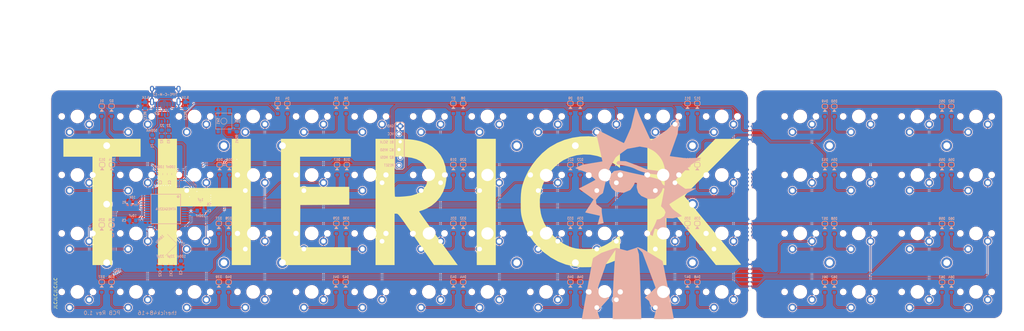
<source format=kicad_pcb>
(kicad_pcb (version 20171130) (host pcbnew "(5.1.2-1)-1")
  (layers (0 F.Cu signal) (31 B.Cu signal) (34 B.Paste user) (35 F.Paste user) (36 B.SilkS user) (37 F.SilkS user hide) (38 B.Mask user) (39 F.Mask user) (44 Edge.Cuts user))
  (net 0 "")
  (net 1 "Net-(D1-Pad2)")
  (net 2 "Net-(D2-Pad2)")
  (net 3 "Net-(D3-Pad2)")
  (net 4 "Net-(D4-Pad2)")
  (net 5 "Net-(D5-Pad2)")
  (net 6 "Net-(D6-Pad2)")
  (net 7 "Net-(D7-Pad2)")
  (net 8 "Net-(D8-Pad2)")
  (net 9 "Net-(D9-Pad2)")
  (net 10 "Net-(D10-Pad2)")
  (net 11 "Net-(D11-Pad2)")
  (net 12 "Net-(D12-Pad2)")
  (net 13 "Net-(D13-Pad2)")
  (net 14 "Net-(D14-Pad2)")
  (net 15 "Net-(D15-Pad2)")
  (net 16 "Net-(D16-Pad2)")
  (net 17 "Net-(D17-Pad2)")
  (net 18 "Net-(D18-Pad2)")
  (net 19 "Net-(D19-Pad2)")
  (net 20 "Net-(D20-Pad2)")
  (net 21 "Net-(D21-Pad2)")
  (net 22 "Net-(D22-Pad2)")
  (net 23 "Net-(D23-Pad2)")
  (net 24 "Net-(D24-Pad2)")
  (net 25 "Net-(D25-Pad2)")
  (net 26 "Net-(D26-Pad2)")
  (net 27 "Net-(D27-Pad2)")
  (net 28 "Net-(D28-Pad2)")
  (net 29 "Net-(D29-Pad2)")
  (net 30 "Net-(D30-Pad2)")
  (net 31 "Net-(D31-Pad2)")
  (net 32 "Net-(D32-Pad2)")
  (net 33 "Net-(D33-Pad2)")
  (net 34 "Net-(D34-Pad2)")
  (net 35 "Net-(D35-Pad2)")
  (net 36 "Net-(D36-Pad2)")
  (net 37 "Net-(D37-Pad2)")
  (net 38 "Net-(D38-Pad2)")
  (net 39 "Net-(D39-Pad2)")
  (net 40 "Net-(D40-Pad2)")
  (net 41 "Net-(D41-Pad2)")
  (net 42 "Net-(D42-Pad2)")
  (net 43 "Net-(D43-Pad2)")
  (net 44 "Net-(D44-Pad2)")
  (net 45 "Net-(D45-Pad2)")
  (net 46 "Net-(D46-Pad2)")
  (net 47 "Net-(D47-Pad2)")
  (net 48 "Net-(D48-Pad2)")
  (net 49 VCC)
  (net 50 "Net-(R3-Pad1)")
  (net 51 "Net-(C6-Pad1)")
  (net 52 XTAL1)
  (net 53 XTAL2)
  (net 54 row0)
  (net 55 row1)
  (net 56 row2)
  (net 57 row3)
  (net 58 D-)
  (net 59 D+)
  (net 60 col0)
  (net 61 col1)
  (net 62 col2)
  (net 63 col3)
  (net 64 col4)
  (net 65 col5)
  (net 66 col6)
  (net 67 col7)
  (net 68 col8)
  (net 69 col9)
  (net 70 col10)
  (net 71 col11)
  (net 72 "Net-(R1-Pad2)")
  (net 73 "Net-(R2-Pad1)")
  (net 74 VBUS)
  (net 75 D-BUS)
  (net 76 D+BUS)
  (net 77 "Net-(J1-PadB5)")
  (net 78 "Net-(J1-PadA5)")
  (net 79 ISP_Reset)
  (net 80 "Net-(D49-Pad2)")
  (net 81 "Net-(D50-Pad2)")
  (net 82 "Net-(D51-Pad2)")
  (net 83 "Net-(D52-Pad2)")
  (net 84 "Net-(D53-Pad2)")
  (net 85 "Net-(D54-Pad2)")
  (net 86 "Net-(D55-Pad2)")
  (net 87 "Net-(D56-Pad2)")
  (net 88 "Net-(D57-Pad2)")
  (net 89 "Net-(D58-Pad2)")
  (net 90 "Net-(D59-Pad2)")
  (net 91 "Net-(D60-Pad2)")
  (net 92 "Net-(D61-Pad2)")
  (net 93 "Net-(D62-Pad2)")
  (net 94 "Net-(D63-Pad2)")
  (net 95 "Net-(D64-Pad2)")
  (net 96 col12)
  (net 97 col13)
  (net 98 col14)
  (net 99 col15)
  (net 100 GND)
  (module Artwork:THERICK (layer F.Cu) (at 159.98 72.96)
    (fp_text reference U8 hide)
    (fp_text value HOLE hide)
  )
  (module Keeb_footprints:PIN_HEADER_1x6_OFFSET (layer B.Cu) (at 159.98 53.96 180)
    (fp_text reference J2)
    (fp_text value AVR-ISP-6_mod hide)
    (fp_text user GND (at 1.7907 6.3627) (layer B.SilkS) (effects (font (size 0.8 0.7)) (justify left mirror)))
    (fp_text user VCC (at 1.7907 3.8227) (layer B.SilkS) (effects (font (size 0.8 0.7)) (justify left mirror)))
    (fp_text user RESET (at 1.778 -6.35) (layer B.SilkS) (effects (font (size 0.8 0.7)) (justify left mirror)))
    (fp_text user "B1 SCLK" (at 1.7907 1.1557) (layer B.SilkS) (effects (font (size 0.8 0.7)) (justify left mirror)))
    (fp_text user "B2 MOSI" (at 1.778 -3.81) (layer B.SilkS) (effects (font (size 0.8 0.7)) (justify left mirror)))
    (fp_text user "B3 MISO" (at 1.778 -1.397) (layer B.SilkS) (effects (font (size 0.8 0.7)) (justify left mirror)))
    (pad 6 thru_hole roundrect (at -0.2032 6.35 180) (size 1.6002 1.6002) (drill 1.0668) (layers *.Cu *.Mask) (net 100 GND))
    (pad 2 thru_hole circle (at 0.2032 3.81 180) (size 1.6002 1.6002) (drill 1.0668) (layers *.Cu *.Mask) (net 49 VCC))
    (pad 5 thru_hole circle (at -0.2032 1.27 180) (size 1.6002 1.6002) (drill 1.0668) (layers *.Cu *.Mask) (net 69 col9))
    (pad 3 thru_hole circle (at 0.2032 -1.27 180) (size 1.6002 1.6002) (drill 1.0668) (layers *.Cu *.Mask) (net 71 col11))
    (pad 4 thru_hole circle (at -0.2032 -3.81 180) (size 1.6002 1.6002) (drill 1.0668) (layers *.Cu *.Mask) (net 70 col10))
    (pad 1 thru_hole circle (at 0.2032 -6.35 180) (size 1.6002 1.6002) (drill 1.0668) (layers *.Cu *.Mask) (net 79 ISP_Reset))
  )
  (module random-keyboard-parts:Generic-Mounthole (layer F.Cu) (at 254.98 91.96)
    (fp_text reference H18)
    (fp_text value MountingHole)
    (pad 1 thru_hole circle (at 0 0) (size 3.5 3.5) (drill 2.2) (layers *.Cu *.Mask))
  )
  (module random-keyboard-parts:Generic-Mounthole (layer F.Cu) (at 254.98 53.96)
    (fp_text reference H17)
    (fp_text value MountingHole)
    (pad 1 thru_hole circle (at 0 0) (size 3.5 3.5) (drill 2.2) (layers *.Cu *.Mask))
  )
  (module random-keyboard-parts:Generic-Mounthole (layer F.Cu) (at 197.98 91.96)
    (fp_text reference H16)
    (fp_text value MountingHole)
    (pad 1 thru_hole circle (at 0 0) (size 3.5 3.5) (drill 2.2) (layers *.Cu *.Mask))
  )
  (module random-keyboard-parts:Generic-Mounthole (layer F.Cu) (at 197.98 53.96)
    (fp_text reference H15)
    (fp_text value MountingHole)
    (pad 1 thru_hole circle (at 0 0) (size 3.5 3.5) (drill 2.2) (layers *.Cu *.Mask))
  )
  (module random-keyboard-parts:Generic-Mounthole (layer F.Cu) (at 121.98 91.96)
    (fp_text reference H14)
    (fp_text value MountingHole)
    (pad 1 thru_hole circle (at 0 0) (size 3.5 3.5) (drill 2.2) (layers *.Cu *.Mask))
  )
  (module random-keyboard-parts:Generic-Mounthole (layer F.Cu) (at 121.98 53.96)
    (fp_text reference H13)
    (fp_text value MountingHole)
    (pad 1 thru_hole circle (at 0 0) (size 3.5 3.5) (drill 2.2) (layers *.Cu *.Mask))
  )
  (module random-keyboard-parts:Generic-Mounthole (layer F.Cu) (at 64.98 91.96)
    (fp_text reference H12)
    (fp_text value MountingHole)
    (pad 1 thru_hole circle (at 0 0) (size 3.5 3.5) (drill 2.2) (layers *.Cu *.Mask))
  )
  (module random-keyboard-parts:Generic-Mounthole (layer F.Cu) (at 64.98 53.96)
    (fp_text reference H11)
    (fp_text value MountingHole)
    (pad 1 thru_hole circle (at 0 0) (size 3.5 3.5) (drill 2.2) (layers *.Cu *.Mask))
  )
  (module Keeb_footprints:MouseBite_IPC7351 (layer F.Cu) (at 273.59928 96.139747 90)
    (fp_text reference U5)
    (fp_text value HOLE)
    (pad "" np_thru_hole circle (at -2.794 0 90) (size 0.8 0.8) (drill 0.8) (layers *.Cu *.Mask))
    (pad "" np_thru_hole circle (at -1.377 0 90) (size 0.8 0.8) (drill 0.8) (layers *.Cu *.Mask))
    (pad "" np_thru_hole circle (at 2.794 0 90) (size 0.8 0.8) (drill 0.8) (layers *.Cu *.Mask))
    (pad "" np_thru_hole circle (at 1.377 0 90) (size 0.8 0.8) (drill 0.8) (layers *.Cu *.Mask))
    (pad "" np_thru_hole circle (at 0 0 90) (size 0.8 0.8) (drill 0.8) (layers *.Cu *.Mask))
    (pad "" np_thru_hole circle (at -4.191 0 90) (size 0.8 0.8) (drill 0.8) (layers *.Cu *.Mask))
    (pad "" np_thru_hole circle (at 4.445 0 90) (size 0.8 0.8) (drill 0.8) (layers *.Cu *.Mask))
  )
  (module Keeb_footprints:MouseBite_IPC7351 (layer F.Cu) (at 273.59928 81.32 90)
    (fp_text reference U7)
    (fp_text value HOLE)
    (pad "" np_thru_hole circle (at -2.5 0 90) (size 0.8 0.8) (drill 0.8) (layers *.Cu *.Mask))
    (pad "" np_thru_hole circle (at -1.25 0 90) (size 0.8 0.8) (drill 0.8) (layers *.Cu *.Mask))
    (pad "" np_thru_hole circle (at 2.667 0 90) (size 0.8 0.8) (drill 0.8) (layers *.Cu *.Mask))
    (pad "" np_thru_hole circle (at 1.25 0 90) (size 0.8 0.8) (drill 0.8) (layers *.Cu *.Mask))
    (pad "" np_thru_hole circle (at 0 0 90) (size 0.8 0.8) (drill 0.8) (layers *.Cu *.Mask))
  )
  (module Crystal:Crystal_SMD_3225-4Pin_3.2x2.5mm_HandSoldering (layer B.Cu) (at 84.3375 86.225 225)
    (fp_text reference Y1 (at -4.02167 -3.533766) (layer B.SilkS) (effects (font (size 0.8 0.7)) (justify mirror)))
    (fp_text value 16MHz)
    (pad 4 smd rect (at -1.45 1.15 225) (size 2.1 1.8) (layers B.Cu B.Paste B.Mask) (net 100 GND))
    (pad 3 smd rect (at 1.45 1.15 225) (size 2.1 1.8) (layers B.Cu B.Paste B.Mask) (net 53 XTAL2))
    (pad 2 smd rect (at 1.45 -1.15 225) (size 2.1 1.8) (layers B.Cu B.Paste B.Mask) (net 100 GND))
    (pad 1 smd rect (at -1.45 -1.15 225) (size 2.1 1.8) (layers B.Cu B.Paste B.Mask) (net 52 XTAL1))
  )
  (module Keeb_footprints:MouseBite_IPC7351 (layer F.Cu) (at 273.59928 49.779869 90)
    (fp_text reference U4)
    (fp_text value HOLE)
    (pad "" np_thru_hole circle (at -3.048 0 90) (size 0.8 0.8) (drill 0.8) (layers *.Cu *.Mask))
    (pad "" np_thru_hole circle (at -1.377 0 90) (size 0.8 0.8) (drill 0.8) (layers *.Cu *.Mask))
    (pad "" np_thru_hole circle (at 2.794 0 90) (size 0.8 0.8) (drill 0.8) (layers *.Cu *.Mask))
    (pad "" np_thru_hole circle (at 1.377 0 90) (size 0.8 0.8) (drill 0.8) (layers *.Cu *.Mask))
    (pad "" np_thru_hole circle (at 0 0 90) (size 0.8 0.8) (drill 0.8) (layers *.Cu *.Mask))
  )
  (module Keeb_footprints:MouseBite_IPC7351 (layer F.Cu) (at 273.59928 64.979829 90)
    (fp_text reference U6)
    (fp_text value HOLE)
    (pad "" np_thru_hole circle (at -2.5 0 90) (size 0.8 0.8) (drill 0.8) (layers *.Cu *.Mask))
    (pad "" np_thru_hole circle (at -1.25 0 90) (size 0.8 0.8) (drill 0.8) (layers *.Cu *.Mask))
    (pad "" np_thru_hole circle (at 2.5 0 90) (size 0.8 0.8) (drill 0.8) (layers *.Cu *.Mask))
    (pad "" np_thru_hole circle (at 1.25 0 90) (size 0.8 0.8) (drill 0.8) (layers *.Cu *.Mask))
    (pad "" np_thru_hole circle (at 0 0 90) (size 0.8 0.8) (drill 0.8) (layers *.Cu *.Mask))
  )
  (module Keeb_footprints:MX100 (layer F.Cu) (at 264.504704 101.447033)
    (fp_text reference K48)
    (fp_text value KEYSW)
    (pad 1 thru_hole circle (at 3.7846 2.5527 270) (size 2.54 2.54) (drill 1.525) (layers *.Cu *.Mask) (net 71 col11))
    (pad 2 thru_hole circle (at -2.5654 5.0927) (size 2.54 2.54) (drill 1.525) (layers *.Cu *.Mask) (net 48 "Net-(D48-Pad2)"))
    (pad "" np_thru_hole circle (at -5.1054 0.0127) (size 1.7018 1.7018) (drill 1.7018) (layers *.Cu *.Mask))
    (pad "" np_thru_hole circle (at 5.0546 0.0127) (size 1.7018 1.7018) (drill 1.7018) (layers *.Cu *.Mask))
    (pad "" np_thru_hole circle (at -0.0254 0.0127) (size 3.9878 3.9878) (drill 3.9878) (layers *.Cu *.Mask))
  )
  (module Keeb_footprints:MX100 (layer F.Cu) (at 245.504754 101.447033)
    (fp_text reference K47)
    (fp_text value KEYSW)
    (pad 1 thru_hole circle (at 3.7846 2.5527 270) (size 2.54 2.54) (drill 1.525) (layers *.Cu *.Mask) (net 70 col10))
    (pad 2 thru_hole circle (at -2.5654 5.0927) (size 2.54 2.54) (drill 1.525) (layers *.Cu *.Mask) (net 47 "Net-(D47-Pad2)"))
    (pad "" np_thru_hole circle (at -5.1054 0.0127) (size 1.7018 1.7018) (drill 1.7018) (layers *.Cu *.Mask))
    (pad "" np_thru_hole circle (at 5.0546 0.0127) (size 1.7018 1.7018) (drill 1.7018) (layers *.Cu *.Mask))
    (pad "" np_thru_hole circle (at -0.0254 0.0127) (size 3.9878 3.9878) (drill 3.9878) (layers *.Cu *.Mask))
  )
  (module Keeb_footprints:MX100 (layer F.Cu) (at 226.5054 101.447033)
    (fp_text reference K46)
    (fp_text value KEYSW)
    (pad 1 thru_hole circle (at 3.7846 2.5527 270) (size 2.54 2.54) (drill 1.525) (layers *.Cu *.Mask) (net 69 col9))
    (pad 2 thru_hole circle (at -2.5654 5.0927) (size 2.54 2.54) (drill 1.525) (layers *.Cu *.Mask) (net 46 "Net-(D46-Pad2)"))
    (pad "" np_thru_hole circle (at -5.1054 0.0127) (size 1.7018 1.7018) (drill 1.7018) (layers *.Cu *.Mask))
    (pad "" np_thru_hole circle (at 5.0546 0.0127) (size 1.7018 1.7018) (drill 1.7018) (layers *.Cu *.Mask))
    (pad "" np_thru_hole circle (at -0.0254 0.0127) (size 3.9878 3.9878) (drill 3.9878) (layers *.Cu *.Mask))
  )
  (module Keeb_footprints:MX100 (layer F.Cu) (at 207.504854 101.4473)
    (fp_text reference K45)
    (fp_text value KEYSW)
    (pad 1 thru_hole circle (at 3.7846 2.5527 270) (size 2.54 2.54) (drill 1.525) (layers *.Cu *.Mask) (net 68 col8))
    (pad 2 thru_hole circle (at -2.5654 5.0927) (size 2.54 2.54) (drill 1.525) (layers *.Cu *.Mask) (net 45 "Net-(D45-Pad2)"))
    (pad "" np_thru_hole circle (at -5.1054 0.0127) (size 1.7018 1.7018) (drill 1.7018) (layers *.Cu *.Mask))
    (pad "" np_thru_hole circle (at 5.0546 0.0127) (size 1.7018 1.7018) (drill 1.7018) (layers *.Cu *.Mask))
    (pad "" np_thru_hole circle (at -0.0254 0.0127) (size 3.9878 3.9878) (drill 3.9878) (layers *.Cu *.Mask))
  )
  (module Keeb_footprints:MX100 (layer F.Cu) (at 188.5054 101.4473)
    (fp_text reference K44)
    (fp_text value KEYSW)
    (pad 1 thru_hole circle (at 3.7846 2.5527 270) (size 2.54 2.54) (drill 1.525) (layers *.Cu *.Mask) (net 67 col7))
    (pad 2 thru_hole circle (at -2.5654 5.0927) (size 2.54 2.54) (drill 1.525) (layers *.Cu *.Mask) (net 44 "Net-(D44-Pad2)"))
    (pad "" np_thru_hole circle (at -5.1054 0.0127) (size 1.7018 1.7018) (drill 1.7018) (layers *.Cu *.Mask))
    (pad "" np_thru_hole circle (at 5.0546 0.0127) (size 1.7018 1.7018) (drill 1.7018) (layers *.Cu *.Mask))
    (pad "" np_thru_hole circle (at -0.0254 0.0127) (size 3.9878 3.9878) (drill 3.9878) (layers *.Cu *.Mask))
  )
  (module Keeb_footprints:MX100 (layer F.Cu) (at 169.5054 101.4473)
    (fp_text reference K43)
    (fp_text value KEYSW)
    (pad 1 thru_hole circle (at 3.7846 2.5527 270) (size 2.54 2.54) (drill 1.525) (layers *.Cu *.Mask) (net 66 col6))
    (pad 2 thru_hole circle (at -2.5654 5.0927) (size 2.54 2.54) (drill 1.525) (layers *.Cu *.Mask) (net 43 "Net-(D43-Pad2)"))
    (pad "" np_thru_hole circle (at -5.1054 0.0127) (size 1.7018 1.7018) (drill 1.7018) (layers *.Cu *.Mask))
    (pad "" np_thru_hole circle (at 5.0546 0.0127) (size 1.7018 1.7018) (drill 1.7018) (layers *.Cu *.Mask))
    (pad "" np_thru_hole circle (at -0.0254 0.0127) (size 3.9878 3.9878) (drill 3.9878) (layers *.Cu *.Mask))
  )
  (module Keeb_footprints:MX100 (layer F.Cu) (at 150.5054 101.447033)
    (fp_text reference K42)
    (fp_text value KEYSW)
    (pad 1 thru_hole circle (at 3.7846 2.5527 270) (size 2.54 2.54) (drill 1.525) (layers *.Cu *.Mask) (net 65 col5))
    (pad 2 thru_hole circle (at -2.5654 5.0927) (size 2.54 2.54) (drill 1.525) (layers *.Cu *.Mask) (net 42 "Net-(D42-Pad2)"))
    (pad "" np_thru_hole circle (at -5.1054 0.0127) (size 1.7018 1.7018) (drill 1.7018) (layers *.Cu *.Mask))
    (pad "" np_thru_hole circle (at 5.0546 0.0127) (size 1.7018 1.7018) (drill 1.7018) (layers *.Cu *.Mask))
    (pad "" np_thru_hole circle (at -0.0254 0.0127) (size 3.9878 3.9878) (drill 3.9878) (layers *.Cu *.Mask))
  )
  (module Keeb_footprints:MX100 (layer F.Cu) (at 131.5054 101.4473)
    (fp_text reference K41)
    (fp_text value KEYSW)
    (pad 1 thru_hole circle (at 3.7846 2.5527 270) (size 2.54 2.54) (drill 1.525) (layers *.Cu *.Mask) (net 64 col4))
    (pad 2 thru_hole circle (at -2.5654 5.0927) (size 2.54 2.54) (drill 1.525) (layers *.Cu *.Mask) (net 41 "Net-(D41-Pad2)"))
    (pad "" np_thru_hole circle (at -5.1054 0.0127) (size 1.7018 1.7018) (drill 1.7018) (layers *.Cu *.Mask))
    (pad "" np_thru_hole circle (at 5.0546 0.0127) (size 1.7018 1.7018) (drill 1.7018) (layers *.Cu *.Mask))
    (pad "" np_thru_hole circle (at -0.0254 0.0127) (size 3.9878 3.9878) (drill 3.9878) (layers *.Cu *.Mask))
  )
  (module Keeb_footprints:MX100 (layer F.Cu) (at 112.5054 101.4473)
    (fp_text reference K40)
    (fp_text value KEYSW)
    (pad 1 thru_hole circle (at 3.7846 2.5527 270) (size 2.54 2.54) (drill 1.525) (layers *.Cu *.Mask) (net 63 col3))
    (pad 2 thru_hole circle (at -2.5654 5.0927) (size 2.54 2.54) (drill 1.525) (layers *.Cu *.Mask) (net 40 "Net-(D40-Pad2)"))
    (pad "" np_thru_hole circle (at -5.1054 0.0127) (size 1.7018 1.7018) (drill 1.7018) (layers *.Cu *.Mask))
    (pad "" np_thru_hole circle (at 5.0546 0.0127) (size 1.7018 1.7018) (drill 1.7018) (layers *.Cu *.Mask))
    (pad "" np_thru_hole circle (at -0.0254 0.0127) (size 3.9878 3.9878) (drill 3.9878) (layers *.Cu *.Mask))
  )
  (module Keeb_footprints:MX100 (layer F.Cu) (at 93.5054 101.4473)
    (fp_text reference K39)
    (fp_text value KEYSW)
    (pad 1 thru_hole circle (at 3.7846 2.5527 270) (size 2.54 2.54) (drill 1.525) (layers *.Cu *.Mask) (net 62 col2))
    (pad 2 thru_hole circle (at -2.5654 5.0927) (size 2.54 2.54) (drill 1.525) (layers *.Cu *.Mask) (net 39 "Net-(D39-Pad2)"))
    (pad "" np_thru_hole circle (at -5.1054 0.0127) (size 1.7018 1.7018) (drill 1.7018) (layers *.Cu *.Mask))
    (pad "" np_thru_hole circle (at 5.0546 0.0127) (size 1.7018 1.7018) (drill 1.7018) (layers *.Cu *.Mask))
    (pad "" np_thru_hole circle (at -0.0254 0.0127) (size 3.9878 3.9878) (drill 3.9878) (layers *.Cu *.Mask))
  )
  (module Keeb_footprints:MX100 (layer F.Cu) (at 74.5054 101.4473)
    (fp_text reference K38)
    (fp_text value KEYSW)
    (pad 1 thru_hole circle (at 3.7846 2.5527 270) (size 2.54 2.54) (drill 1.525) (layers *.Cu *.Mask) (net 61 col1))
    (pad 2 thru_hole circle (at -2.5654 5.0927) (size 2.54 2.54) (drill 1.525) (layers *.Cu *.Mask) (net 38 "Net-(D38-Pad2)"))
    (pad "" np_thru_hole circle (at -5.1054 0.0127) (size 1.7018 1.7018) (drill 1.7018) (layers *.Cu *.Mask))
    (pad "" np_thru_hole circle (at 5.0546 0.0127) (size 1.7018 1.7018) (drill 1.7018) (layers *.Cu *.Mask))
    (pad "" np_thru_hole circle (at -0.0254 0.0127) (size 3.9878 3.9878) (drill 3.9878) (layers *.Cu *.Mask))
  )
  (module Keeb_footprints:MX100 (layer F.Cu) (at 55.5054 101.4473)
    (fp_text reference K37)
    (fp_text value KEYSW)
    (pad 1 thru_hole circle (at 3.7846 2.5527 270) (size 2.54 2.54) (drill 1.525) (layers *.Cu *.Mask) (net 60 col0))
    (pad 2 thru_hole circle (at -2.5654 5.0927) (size 2.54 2.54) (drill 1.525) (layers *.Cu *.Mask) (net 37 "Net-(D37-Pad2)"))
    (pad "" np_thru_hole circle (at -5.1054 0.0127) (size 1.7018 1.7018) (drill 1.7018) (layers *.Cu *.Mask))
    (pad "" np_thru_hole circle (at 5.0546 0.0127) (size 1.7018 1.7018) (drill 1.7018) (layers *.Cu *.Mask))
    (pad "" np_thru_hole circle (at -0.0254 0.0127) (size 3.9878 3.9878) (drill 3.9878) (layers *.Cu *.Mask))
  )
  (module Keeb_footprints:MX100 (layer F.Cu) (at 264.504704 82.4473)
    (fp_text reference K36)
    (fp_text value KEYSW)
    (pad 1 thru_hole circle (at 3.7846 2.5527 270) (size 2.54 2.54) (drill 1.525) (layers *.Cu *.Mask) (net 71 col11))
    (pad 2 thru_hole circle (at -2.5654 5.0927) (size 2.54 2.54) (drill 1.525) (layers *.Cu *.Mask) (net 36 "Net-(D36-Pad2)"))
    (pad "" np_thru_hole circle (at -5.1054 0.0127) (size 1.7018 1.7018) (drill 1.7018) (layers *.Cu *.Mask))
    (pad "" np_thru_hole circle (at 5.0546 0.0127) (size 1.7018 1.7018) (drill 1.7018) (layers *.Cu *.Mask))
    (pad "" np_thru_hole circle (at -0.0254 0.0127) (size 3.9878 3.9878) (drill 3.9878) (layers *.Cu *.Mask))
  )
  (module Keeb_footprints:MX100 (layer F.Cu) (at 245.504754 82.447083)
    (fp_text reference K35)
    (fp_text value KEYSW)
    (pad 1 thru_hole circle (at 3.7846 2.5527 270) (size 2.54 2.54) (drill 1.525) (layers *.Cu *.Mask) (net 70 col10))
    (pad 2 thru_hole circle (at -2.5654 5.0927) (size 2.54 2.54) (drill 1.525) (layers *.Cu *.Mask) (net 35 "Net-(D35-Pad2)"))
    (pad "" np_thru_hole circle (at -5.1054 0.0127) (size 1.7018 1.7018) (drill 1.7018) (layers *.Cu *.Mask))
    (pad "" np_thru_hole circle (at 5.0546 0.0127) (size 1.7018 1.7018) (drill 1.7018) (layers *.Cu *.Mask))
    (pad "" np_thru_hole circle (at -0.0254 0.0127) (size 3.9878 3.9878) (drill 3.9878) (layers *.Cu *.Mask))
  )
  (module Keeb_footprints:MX100 (layer F.Cu) (at 226.5054 82.4473)
    (fp_text reference K34)
    (fp_text value KEYSW)
    (pad 1 thru_hole circle (at 3.7846 2.5527 270) (size 2.54 2.54) (drill 1.525) (layers *.Cu *.Mask) (net 69 col9))
    (pad 2 thru_hole circle (at -2.5654 5.0927) (size 2.54 2.54) (drill 1.525) (layers *.Cu *.Mask) (net 34 "Net-(D34-Pad2)"))
    (pad "" np_thru_hole circle (at -5.1054 0.0127) (size 1.7018 1.7018) (drill 1.7018) (layers *.Cu *.Mask))
    (pad "" np_thru_hole circle (at 5.0546 0.0127) (size 1.7018 1.7018) (drill 1.7018) (layers *.Cu *.Mask))
    (pad "" np_thru_hole circle (at -0.0254 0.0127) (size 3.9878 3.9878) (drill 3.9878) (layers *.Cu *.Mask))
  )
  (module Keeb_footprints:MX100 (layer F.Cu) (at 207.504854 82.4473)
    (fp_text reference K33)
    (fp_text value KEYSW)
    (pad 1 thru_hole circle (at 3.7846 2.5527 270) (size 2.54 2.54) (drill 1.525) (layers *.Cu *.Mask) (net 68 col8))
    (pad 2 thru_hole circle (at -2.5654 5.0927) (size 2.54 2.54) (drill 1.525) (layers *.Cu *.Mask) (net 33 "Net-(D33-Pad2)"))
    (pad "" np_thru_hole circle (at -5.1054 0.0127) (size 1.7018 1.7018) (drill 1.7018) (layers *.Cu *.Mask))
    (pad "" np_thru_hole circle (at 5.0546 0.0127) (size 1.7018 1.7018) (drill 1.7018) (layers *.Cu *.Mask))
    (pad "" np_thru_hole circle (at -0.0254 0.0127) (size 3.9878 3.9878) (drill 3.9878) (layers *.Cu *.Mask))
  )
  (module Keeb_footprints:MX100 (layer F.Cu) (at 188.504904 82.447083)
    (fp_text reference K32)
    (fp_text value KEYSW)
    (pad 1 thru_hole circle (at 3.7846 2.5527 270) (size 2.54 2.54) (drill 1.525) (layers *.Cu *.Mask) (net 67 col7))
    (pad 2 thru_hole circle (at -2.5654 5.0927) (size 2.54 2.54) (drill 1.525) (layers *.Cu *.Mask) (net 32 "Net-(D32-Pad2)"))
    (pad "" np_thru_hole circle (at -5.1054 0.0127) (size 1.7018 1.7018) (drill 1.7018) (layers *.Cu *.Mask))
    (pad "" np_thru_hole circle (at 5.0546 0.0127) (size 1.7018 1.7018) (drill 1.7018) (layers *.Cu *.Mask))
    (pad "" np_thru_hole circle (at -0.0254 0.0127) (size 3.9878 3.9878) (drill 3.9878) (layers *.Cu *.Mask))
  )
  (module Keeb_footprints:MX100 (layer F.Cu) (at 169.504954 82.447083)
    (fp_text reference K31)
    (fp_text value KEYSW)
    (pad 1 thru_hole circle (at 3.7846 2.5527 270) (size 2.54 2.54) (drill 1.525) (layers *.Cu *.Mask) (net 66 col6))
    (pad 2 thru_hole circle (at -2.5654 5.0927) (size 2.54 2.54) (drill 1.525) (layers *.Cu *.Mask) (net 31 "Net-(D31-Pad2)"))
    (pad "" np_thru_hole circle (at -5.1054 0.0127) (size 1.7018 1.7018) (drill 1.7018) (layers *.Cu *.Mask))
    (pad "" np_thru_hole circle (at 5.0546 0.0127) (size 1.7018 1.7018) (drill 1.7018) (layers *.Cu *.Mask))
    (pad "" np_thru_hole circle (at -0.0254 0.0127) (size 3.9878 3.9878) (drill 3.9878) (layers *.Cu *.Mask))
  )
  (module Keeb_footprints:MX100 (layer F.Cu) (at 150.505004 82.447083)
    (fp_text reference K30)
    (fp_text value KEYSW)
    (pad 1 thru_hole circle (at 3.7846 2.5527 270) (size 2.54 2.54) (drill 1.525) (layers *.Cu *.Mask) (net 65 col5))
    (pad 2 thru_hole circle (at -2.5654 5.0927) (size 2.54 2.54) (drill 1.525) (layers *.Cu *.Mask) (net 30 "Net-(D30-Pad2)"))
    (pad "" np_thru_hole circle (at -5.1054 0.0127) (size 1.7018 1.7018) (drill 1.7018) (layers *.Cu *.Mask))
    (pad "" np_thru_hole circle (at 5.0546 0.0127) (size 1.7018 1.7018) (drill 1.7018) (layers *.Cu *.Mask))
    (pad "" np_thru_hole circle (at -0.0254 0.0127) (size 3.9878 3.9878) (drill 3.9878) (layers *.Cu *.Mask))
  )
  (module Keeb_footprints:MX100 (layer F.Cu) (at 131.5054 82.447083)
    (fp_text reference K29)
    (fp_text value KEYSW)
    (pad 1 thru_hole circle (at 3.7846 2.5527 270) (size 2.54 2.54) (drill 1.525) (layers *.Cu *.Mask) (net 64 col4))
    (pad 2 thru_hole circle (at -2.5654 5.0927) (size 2.54 2.54) (drill 1.525) (layers *.Cu *.Mask) (net 29 "Net-(D29-Pad2)"))
    (pad "" np_thru_hole circle (at -5.1054 0.0127) (size 1.7018 1.7018) (drill 1.7018) (layers *.Cu *.Mask))
    (pad "" np_thru_hole circle (at 5.0546 0.0127) (size 1.7018 1.7018) (drill 1.7018) (layers *.Cu *.Mask))
    (pad "" np_thru_hole circle (at -0.0254 0.0127) (size 3.9878 3.9878) (drill 3.9878) (layers *.Cu *.Mask))
  )
  (module Keeb_footprints:MX100 (layer F.Cu) (at 112.505104 82.447083)
    (fp_text reference K28)
    (fp_text value KEYSW)
    (pad 1 thru_hole circle (at 3.7846 2.5527 270) (size 2.54 2.54) (drill 1.525) (layers *.Cu *.Mask) (net 63 col3))
    (pad 2 thru_hole circle (at -2.5654 5.0927) (size 2.54 2.54) (drill 1.525) (layers *.Cu *.Mask) (net 28 "Net-(D28-Pad2)"))
    (pad "" np_thru_hole circle (at -5.1054 0.0127) (size 1.7018 1.7018) (drill 1.7018) (layers *.Cu *.Mask))
    (pad "" np_thru_hole circle (at 5.0546 0.0127) (size 1.7018 1.7018) (drill 1.7018) (layers *.Cu *.Mask))
    (pad "" np_thru_hole circle (at -0.0254 0.0127) (size 3.9878 3.9878) (drill 3.9878) (layers *.Cu *.Mask))
  )
  (module Keeb_footprints:MX100 (layer F.Cu) (at 93.505154 82.447083)
    (fp_text reference K27)
    (fp_text value KEYSW)
    (pad 1 thru_hole circle (at 3.7846 2.5527 270) (size 2.54 2.54) (drill 1.525) (layers *.Cu *.Mask) (net 62 col2))
    (pad 2 thru_hole circle (at -2.5654 5.0927) (size 2.54 2.54) (drill 1.525) (layers *.Cu *.Mask) (net 27 "Net-(D27-Pad2)"))
    (pad "" np_thru_hole circle (at -5.1054 0.0127) (size 1.7018 1.7018) (drill 1.7018) (layers *.Cu *.Mask))
    (pad "" np_thru_hole circle (at 5.0546 0.0127) (size 1.7018 1.7018) (drill 1.7018) (layers *.Cu *.Mask))
    (pad "" np_thru_hole circle (at -0.0254 0.0127) (size 3.9878 3.9878) (drill 3.9878) (layers *.Cu *.Mask))
  )
  (module Keeb_footprints:MX100 (layer F.Cu) (at 74.505204 82.4473)
    (fp_text reference K26)
    (fp_text value KEYSW)
    (pad 1 thru_hole circle (at 3.7846 2.5527 270) (size 2.54 2.54) (drill 1.525) (layers *.Cu *.Mask) (net 61 col1))
    (pad 2 thru_hole circle (at -2.5654 5.0927) (size 2.54 2.54) (drill 1.525) (layers *.Cu *.Mask) (net 26 "Net-(D26-Pad2)"))
    (pad "" np_thru_hole circle (at -5.1054 0.0127) (size 1.7018 1.7018) (drill 1.7018) (layers *.Cu *.Mask))
    (pad "" np_thru_hole circle (at 5.0546 0.0127) (size 1.7018 1.7018) (drill 1.7018) (layers *.Cu *.Mask))
    (pad "" np_thru_hole circle (at -0.0254 0.0127) (size 3.9878 3.9878) (drill 3.9878) (layers *.Cu *.Mask))
  )
  (module Keeb_footprints:MX100 (layer F.Cu) (at 55.5054 82.4473)
    (fp_text reference K25)
    (fp_text value KEYSW)
    (pad 1 thru_hole circle (at 3.7846 2.5527 270) (size 2.54 2.54) (drill 1.525) (layers *.Cu *.Mask) (net 60 col0))
    (pad 2 thru_hole circle (at -2.5654 5.0927) (size 2.54 2.54) (drill 1.525) (layers *.Cu *.Mask) (net 25 "Net-(D25-Pad2)"))
    (pad "" np_thru_hole circle (at -5.1054 0.0127) (size 1.7018 1.7018) (drill 1.7018) (layers *.Cu *.Mask))
    (pad "" np_thru_hole circle (at 5.0546 0.0127) (size 1.7018 1.7018) (drill 1.7018) (layers *.Cu *.Mask))
    (pad "" np_thru_hole circle (at -0.0254 0.0127) (size 3.9878 3.9878) (drill 3.9878) (layers *.Cu *.Mask))
  )
  (module Keeb_footprints:MX100 (layer F.Cu) (at 264.504704 63.4473)
    (fp_text reference K24)
    (fp_text value KEYSW)
    (pad 1 thru_hole circle (at 3.7846 2.5527 270) (size 2.54 2.54) (drill 1.525) (layers *.Cu *.Mask) (net 71 col11))
    (pad 2 thru_hole circle (at -2.5654 5.0927) (size 2.54 2.54) (drill 1.525) (layers *.Cu *.Mask) (net 24 "Net-(D24-Pad2)"))
    (pad "" np_thru_hole circle (at -5.1054 0.0127) (size 1.7018 1.7018) (drill 1.7018) (layers *.Cu *.Mask))
    (pad "" np_thru_hole circle (at 5.0546 0.0127) (size 1.7018 1.7018) (drill 1.7018) (layers *.Cu *.Mask))
    (pad "" np_thru_hole circle (at -0.0254 0.0127) (size 3.9878 3.9878) (drill 3.9878) (layers *.Cu *.Mask))
  )
  (module Keeb_footprints:MX100 (layer F.Cu) (at 245.504754 63.4473)
    (fp_text reference K23)
    (fp_text value KEYSW)
    (pad 1 thru_hole circle (at 3.7846 2.5527 270) (size 2.54 2.54) (drill 1.525) (layers *.Cu *.Mask) (net 70 col10))
    (pad 2 thru_hole circle (at -2.5654 5.0927) (size 2.54 2.54) (drill 1.525) (layers *.Cu *.Mask) (net 23 "Net-(D23-Pad2)"))
    (pad "" np_thru_hole circle (at -5.1054 0.0127) (size 1.7018 1.7018) (drill 1.7018) (layers *.Cu *.Mask))
    (pad "" np_thru_hole circle (at 5.0546 0.0127) (size 1.7018 1.7018) (drill 1.7018) (layers *.Cu *.Mask))
    (pad "" np_thru_hole circle (at -0.0254 0.0127) (size 3.9878 3.9878) (drill 3.9878) (layers *.Cu *.Mask))
  )
  (module Keeb_footprints:MX100 (layer F.Cu) (at 226.5054 63.4473)
    (fp_text reference K22)
    (fp_text value KEYSW)
    (pad 1 thru_hole circle (at 3.7846 2.5527 270) (size 2.54 2.54) (drill 1.525) (layers *.Cu *.Mask) (net 69 col9))
    (pad 2 thru_hole circle (at -2.5654 5.0927) (size 2.54 2.54) (drill 1.525) (layers *.Cu *.Mask) (net 22 "Net-(D22-Pad2)"))
    (pad "" np_thru_hole circle (at -5.1054 0.0127) (size 1.7018 1.7018) (drill 1.7018) (layers *.Cu *.Mask))
    (pad "" np_thru_hole circle (at 5.0546 0.0127) (size 1.7018 1.7018) (drill 1.7018) (layers *.Cu *.Mask))
    (pad "" np_thru_hole circle (at -0.0254 0.0127) (size 3.9878 3.9878) (drill 3.9878) (layers *.Cu *.Mask))
  )
  (module Keeb_footprints:MX100 (layer F.Cu) (at 207.504854 63.4473)
    (fp_text reference K21)
    (fp_text value KEYSW)
    (pad 1 thru_hole circle (at 3.7846 2.5527 270) (size 2.54 2.54) (drill 1.525) (layers *.Cu *.Mask) (net 68 col8))
    (pad 2 thru_hole circle (at -2.5654 5.0927) (size 2.54 2.54) (drill 1.525) (layers *.Cu *.Mask) (net 21 "Net-(D21-Pad2)"))
    (pad "" np_thru_hole circle (at -5.1054 0.0127) (size 1.7018 1.7018) (drill 1.7018) (layers *.Cu *.Mask))
    (pad "" np_thru_hole circle (at 5.0546 0.0127) (size 1.7018 1.7018) (drill 1.7018) (layers *.Cu *.Mask))
    (pad "" np_thru_hole circle (at -0.0254 0.0127) (size 3.9878 3.9878) (drill 3.9878) (layers *.Cu *.Mask))
  )
  (module Keeb_footprints:MX100 (layer F.Cu) (at 188.504904 63.447133)
    (fp_text reference K20)
    (fp_text value KEYSW)
    (pad 1 thru_hole circle (at 3.7846 2.5527 270) (size 2.54 2.54) (drill 1.525) (layers *.Cu *.Mask) (net 67 col7))
    (pad 2 thru_hole circle (at -2.5654 5.0927) (size 2.54 2.54) (drill 1.525) (layers *.Cu *.Mask) (net 20 "Net-(D20-Pad2)"))
    (pad "" np_thru_hole circle (at -5.1054 0.0127) (size 1.7018 1.7018) (drill 1.7018) (layers *.Cu *.Mask))
    (pad "" np_thru_hole circle (at 5.0546 0.0127) (size 1.7018 1.7018) (drill 1.7018) (layers *.Cu *.Mask))
    (pad "" np_thru_hole circle (at -0.0254 0.0127) (size 3.9878 3.9878) (drill 3.9878) (layers *.Cu *.Mask))
  )
  (module Keeb_footprints:MX100 (layer F.Cu) (at 169.5054 63.447133)
    (fp_text reference K19)
    (fp_text value KEYSW)
    (pad 1 thru_hole circle (at 3.7846 2.5527 270) (size 2.54 2.54) (drill 1.525) (layers *.Cu *.Mask) (net 66 col6))
    (pad 2 thru_hole circle (at -2.5654 5.0927) (size 2.54 2.54) (drill 1.525) (layers *.Cu *.Mask) (net 19 "Net-(D19-Pad2)"))
    (pad "" np_thru_hole circle (at -5.1054 0.0127) (size 1.7018 1.7018) (drill 1.7018) (layers *.Cu *.Mask))
    (pad "" np_thru_hole circle (at 5.0546 0.0127) (size 1.7018 1.7018) (drill 1.7018) (layers *.Cu *.Mask))
    (pad "" np_thru_hole circle (at -0.0254 0.0127) (size 3.9878 3.9878) (drill 3.9878) (layers *.Cu *.Mask))
  )
  (module Keeb_footprints:MX100 (layer F.Cu) (at 150.505004 63.4473)
    (fp_text reference K18)
    (fp_text value KEYSW)
    (pad 1 thru_hole circle (at 3.7846 2.5527 270) (size 2.54 2.54) (drill 1.525) (layers *.Cu *.Mask) (net 65 col5))
    (pad 2 thru_hole circle (at -2.5654 5.0927) (size 2.54 2.54) (drill 1.525) (layers *.Cu *.Mask) (net 18 "Net-(D18-Pad2)"))
    (pad "" np_thru_hole circle (at -5.1054 0.0127) (size 1.7018 1.7018) (drill 1.7018) (layers *.Cu *.Mask))
    (pad "" np_thru_hole circle (at 5.0546 0.0127) (size 1.7018 1.7018) (drill 1.7018) (layers *.Cu *.Mask))
    (pad "" np_thru_hole circle (at -0.0254 0.0127) (size 3.9878 3.9878) (drill 3.9878) (layers *.Cu *.Mask))
  )
  (module Keeb_footprints:MX100 (layer F.Cu) (at 131.505054 63.4473)
    (fp_text reference K17)
    (fp_text value KEYSW)
    (pad 1 thru_hole circle (at 3.7846 2.5527 270) (size 2.54 2.54) (drill 1.525) (layers *.Cu *.Mask) (net 64 col4))
    (pad 2 thru_hole circle (at -2.5654 5.0927) (size 2.54 2.54) (drill 1.525) (layers *.Cu *.Mask) (net 17 "Net-(D17-Pad2)"))
    (pad "" np_thru_hole circle (at -5.1054 0.0127) (size 1.7018 1.7018) (drill 1.7018) (layers *.Cu *.Mask))
    (pad "" np_thru_hole circle (at 5.0546 0.0127) (size 1.7018 1.7018) (drill 1.7018) (layers *.Cu *.Mask))
    (pad "" np_thru_hole circle (at -0.0254 0.0127) (size 3.9878 3.9878) (drill 3.9878) (layers *.Cu *.Mask))
  )
  (module Keeb_footprints:MX100 (layer F.Cu) (at 112.5054 63.4473)
    (fp_text reference K16)
    (fp_text value KEYSW)
    (pad 1 thru_hole circle (at 3.7846 2.5527 270) (size 2.54 2.54) (drill 1.525) (layers *.Cu *.Mask) (net 63 col3))
    (pad 2 thru_hole circle (at -2.5654 5.0927) (size 2.54 2.54) (drill 1.525) (layers *.Cu *.Mask) (net 16 "Net-(D16-Pad2)"))
    (pad "" np_thru_hole circle (at -5.1054 0.0127) (size 1.7018 1.7018) (drill 1.7018) (layers *.Cu *.Mask))
    (pad "" np_thru_hole circle (at 5.0546 0.0127) (size 1.7018 1.7018) (drill 1.7018) (layers *.Cu *.Mask))
    (pad "" np_thru_hole circle (at -0.0254 0.0127) (size 3.9878 3.9878) (drill 3.9878) (layers *.Cu *.Mask))
  )
  (module Keeb_footprints:MX100 (layer F.Cu) (at 93.5054 63.4473)
    (fp_text reference K15)
    (fp_text value KEYSW)
    (pad 1 thru_hole circle (at 3.7846 2.5527 270) (size 2.54 2.54) (drill 1.525) (layers *.Cu *.Mask) (net 62 col2))
    (pad 2 thru_hole circle (at -2.5654 5.0927) (size 2.54 2.54) (drill 1.525) (layers *.Cu *.Mask) (net 15 "Net-(D15-Pad2)"))
    (pad "" np_thru_hole circle (at -5.1054 0.0127) (size 1.7018 1.7018) (drill 1.7018) (layers *.Cu *.Mask))
    (pad "" np_thru_hole circle (at 5.0546 0.0127) (size 1.7018 1.7018) (drill 1.7018) (layers *.Cu *.Mask))
    (pad "" np_thru_hole circle (at -0.0254 0.0127) (size 3.9878 3.9878) (drill 3.9878) (layers *.Cu *.Mask))
  )
  (module Keeb_footprints:MX100 (layer F.Cu) (at 74.5054 63.4473)
    (fp_text reference K14)
    (fp_text value KEYSW)
    (pad 1 thru_hole circle (at 3.7846 2.5527 270) (size 2.54 2.54) (drill 1.525) (layers *.Cu *.Mask) (net 61 col1))
    (pad 2 thru_hole circle (at -2.5654 5.0927) (size 2.54 2.54) (drill 1.525) (layers *.Cu *.Mask) (net 14 "Net-(D14-Pad2)"))
    (pad "" np_thru_hole circle (at -5.1054 0.0127) (size 1.7018 1.7018) (drill 1.7018) (layers *.Cu *.Mask))
    (pad "" np_thru_hole circle (at 5.0546 0.0127) (size 1.7018 1.7018) (drill 1.7018) (layers *.Cu *.Mask))
    (pad "" np_thru_hole circle (at -0.0254 0.0127) (size 3.9878 3.9878) (drill 3.9878) (layers *.Cu *.Mask))
  )
  (module Keeb_footprints:MX100 (layer F.Cu) (at 55.5054 63.4473)
    (fp_text reference K13)
    (fp_text value KEYSW)
    (pad 1 thru_hole circle (at 3.7846 2.5527 270) (size 2.54 2.54) (drill 1.525) (layers *.Cu *.Mask) (net 60 col0))
    (pad 2 thru_hole circle (at -2.5654 5.0927) (size 2.54 2.54) (drill 1.525) (layers *.Cu *.Mask) (net 13 "Net-(D13-Pad2)"))
    (pad "" np_thru_hole circle (at -5.1054 0.0127) (size 1.7018 1.7018) (drill 1.7018) (layers *.Cu *.Mask))
    (pad "" np_thru_hole circle (at 5.0546 0.0127) (size 1.7018 1.7018) (drill 1.7018) (layers *.Cu *.Mask))
    (pad "" np_thru_hole circle (at -0.0254 0.0127) (size 3.9878 3.9878) (drill 3.9878) (layers *.Cu *.Mask))
  )
  (module Keeb_footprints:MX100 (layer F.Cu) (at 264.504704 44.46)
    (fp_text reference K12)
    (fp_text value KEYSW)
    (pad 1 thru_hole circle (at 3.7846 2.5527 270) (size 2.54 2.54) (drill 1.525) (layers *.Cu *.Mask) (net 71 col11))
    (pad 2 thru_hole circle (at -2.5654 5.0927) (size 2.54 2.54) (drill 1.525) (layers *.Cu *.Mask) (net 12 "Net-(D12-Pad2)"))
    (pad "" np_thru_hole circle (at -5.1054 0.0127) (size 1.7018 1.7018) (drill 1.7018) (layers *.Cu *.Mask))
    (pad "" np_thru_hole circle (at 5.0546 0.0127) (size 1.7018 1.7018) (drill 1.7018) (layers *.Cu *.Mask))
    (pad "" np_thru_hole circle (at -0.0254 0.0127) (size 3.9878 3.9878) (drill 3.9878) (layers *.Cu *.Mask))
  )
  (module Keeb_footprints:MX100 (layer F.Cu) (at 245.504754 44.447183)
    (fp_text reference K11)
    (fp_text value KEYSW)
    (pad 1 thru_hole circle (at 3.7846 2.5527 270) (size 2.54 2.54) (drill 1.525) (layers *.Cu *.Mask) (net 70 col10))
    (pad 2 thru_hole circle (at -2.5654 5.0927) (size 2.54 2.54) (drill 1.525) (layers *.Cu *.Mask) (net 11 "Net-(D11-Pad2)"))
    (pad "" np_thru_hole circle (at -5.1054 0.0127) (size 1.7018 1.7018) (drill 1.7018) (layers *.Cu *.Mask))
    (pad "" np_thru_hole circle (at 5.0546 0.0127) (size 1.7018 1.7018) (drill 1.7018) (layers *.Cu *.Mask))
    (pad "" np_thru_hole circle (at -0.0254 0.0127) (size 3.9878 3.9878) (drill 3.9878) (layers *.Cu *.Mask))
  )
  (module Keeb_footprints:MX100 (layer F.Cu) (at 226.504804 44.447183)
    (fp_text reference K10)
    (fp_text value KEYSW)
    (pad 1 thru_hole circle (at 3.7846 2.5527 270) (size 2.54 2.54) (drill 1.525) (layers *.Cu *.Mask) (net 69 col9))
    (pad 2 thru_hole circle (at -2.5654 5.0927) (size 2.54 2.54) (drill 1.525) (layers *.Cu *.Mask) (net 10 "Net-(D10-Pad2)"))
    (pad "" np_thru_hole circle (at -5.1054 0.0127) (size 1.7018 1.7018) (drill 1.7018) (layers *.Cu *.Mask))
    (pad "" np_thru_hole circle (at 5.0546 0.0127) (size 1.7018 1.7018) (drill 1.7018) (layers *.Cu *.Mask))
    (pad "" np_thru_hole circle (at -0.0254 0.0127) (size 3.9878 3.9878) (drill 3.9878) (layers *.Cu *.Mask))
  )
  (module Keeb_footprints:MX100 (layer F.Cu) (at 207.5054 44.4473)
    (fp_text reference K9)
    (fp_text value KEYSW)
    (pad 1 thru_hole circle (at 3.7846 2.5527 270) (size 2.54 2.54) (drill 1.525) (layers *.Cu *.Mask) (net 68 col8))
    (pad 2 thru_hole circle (at -2.5654 5.0927) (size 2.54 2.54) (drill 1.525) (layers *.Cu *.Mask) (net 9 "Net-(D9-Pad2)"))
    (pad "" np_thru_hole circle (at -5.1054 0.0127) (size 1.7018 1.7018) (drill 1.7018) (layers *.Cu *.Mask))
    (pad "" np_thru_hole circle (at 5.0546 0.0127) (size 1.7018 1.7018) (drill 1.7018) (layers *.Cu *.Mask))
    (pad "" np_thru_hole circle (at -0.0254 0.0127) (size 3.9878 3.9878) (drill 3.9878) (layers *.Cu *.Mask))
  )
  (module Keeb_footprints:MX100 (layer F.Cu) (at 188.504904 44.447183)
    (fp_text reference K8)
    (fp_text value KEYSW)
    (pad 1 thru_hole circle (at 3.7846 2.5527 270) (size 2.54 2.54) (drill 1.525) (layers *.Cu *.Mask) (net 67 col7))
    (pad 2 thru_hole circle (at -2.5654 5.0927) (size 2.54 2.54) (drill 1.525) (layers *.Cu *.Mask) (net 8 "Net-(D8-Pad2)"))
    (pad "" np_thru_hole circle (at -5.1054 0.0127) (size 1.7018 1.7018) (drill 1.7018) (layers *.Cu *.Mask))
    (pad "" np_thru_hole circle (at 5.0546 0.0127) (size 1.7018 1.7018) (drill 1.7018) (layers *.Cu *.Mask))
    (pad "" np_thru_hole circle (at -0.0254 0.0127) (size 3.9878 3.9878) (drill 3.9878) (layers *.Cu *.Mask))
  )
  (module Keeb_footprints:MX100 (layer F.Cu) (at 169.5054 44.4473)
    (fp_text reference K7)
    (fp_text value KEYSW)
    (pad 1 thru_hole circle (at 3.7846 2.5527 270) (size 2.54 2.54) (drill 1.525) (layers *.Cu *.Mask) (net 66 col6))
    (pad 2 thru_hole circle (at -2.5654 5.0927) (size 2.54 2.54) (drill 1.525) (layers *.Cu *.Mask) (net 7 "Net-(D7-Pad2)"))
    (pad "" np_thru_hole circle (at -5.1054 0.0127) (size 1.7018 1.7018) (drill 1.7018) (layers *.Cu *.Mask))
    (pad "" np_thru_hole circle (at 5.0546 0.0127) (size 1.7018 1.7018) (drill 1.7018) (layers *.Cu *.Mask))
    (pad "" np_thru_hole circle (at -0.0254 0.0127) (size 3.9878 3.9878) (drill 3.9878) (layers *.Cu *.Mask))
  )
  (module Keeb_footprints:MX100 (layer F.Cu) (at 150.505004 44.447183)
    (fp_text reference K6)
    (fp_text value KEYSW)
    (pad 1 thru_hole circle (at 3.7846 2.5527 270) (size 2.54 2.54) (drill 1.525) (layers *.Cu *.Mask) (net 65 col5))
    (pad 2 thru_hole circle (at -2.5654 5.0927) (size 2.54 2.54) (drill 1.525) (layers *.Cu *.Mask) (net 6 "Net-(D6-Pad2)"))
    (pad "" np_thru_hole circle (at -5.1054 0.0127) (size 1.7018 1.7018) (drill 1.7018) (layers *.Cu *.Mask))
    (pad "" np_thru_hole circle (at 5.0546 0.0127) (size 1.7018 1.7018) (drill 1.7018) (layers *.Cu *.Mask))
    (pad "" np_thru_hole circle (at -0.0254 0.0127) (size 3.9878 3.9878) (drill 3.9878) (layers *.Cu *.Mask))
  )
  (module Keeb_footprints:MX100 (layer F.Cu) (at 131.5054 44.4473)
    (fp_text reference K5)
    (fp_text value KEYSW)
    (pad 1 thru_hole circle (at 3.7846 2.5527 270) (size 2.54 2.54) (drill 1.525) (layers *.Cu *.Mask) (net 64 col4))
    (pad 2 thru_hole circle (at -2.5654 5.0927) (size 2.54 2.54) (drill 1.525) (layers *.Cu *.Mask) (net 5 "Net-(D5-Pad2)"))
    (pad "" np_thru_hole circle (at -5.1054 0.0127) (size 1.7018 1.7018) (drill 1.7018) (layers *.Cu *.Mask))
    (pad "" np_thru_hole circle (at 5.0546 0.0127) (size 1.7018 1.7018) (drill 1.7018) (layers *.Cu *.Mask))
    (pad "" np_thru_hole circle (at -0.0254 0.0127) (size 3.9878 3.9878) (drill 3.9878) (layers *.Cu *.Mask))
  )
  (module Keeb_footprints:MX100 (layer F.Cu) (at 112.505104 44.447183)
    (fp_text reference K4)
    (fp_text value KEYSW)
    (pad 1 thru_hole circle (at 3.7846 2.5527 270) (size 2.54 2.54) (drill 1.525) (layers *.Cu *.Mask) (net 63 col3))
    (pad 2 thru_hole circle (at -2.5654 5.0927) (size 2.54 2.54) (drill 1.525) (layers *.Cu *.Mask) (net 4 "Net-(D4-Pad2)"))
    (pad "" np_thru_hole circle (at -5.1054 0.0127) (size 1.7018 1.7018) (drill 1.7018) (layers *.Cu *.Mask))
    (pad "" np_thru_hole circle (at 5.0546 0.0127) (size 1.7018 1.7018) (drill 1.7018) (layers *.Cu *.Mask))
    (pad "" np_thru_hole circle (at -0.0254 0.0127) (size 3.9878 3.9878) (drill 3.9878) (layers *.Cu *.Mask))
  )
  (module Keeb_footprints:MX100 (layer F.Cu) (at 93.505154 44.447183)
    (fp_text reference K3)
    (fp_text value KEYSW)
    (pad 1 thru_hole circle (at 3.7846 2.5527 270) (size 2.54 2.54) (drill 1.525) (layers *.Cu *.Mask) (net 62 col2))
    (pad 2 thru_hole circle (at -2.5654 5.0927) (size 2.54 2.54) (drill 1.525) (layers *.Cu *.Mask) (net 3 "Net-(D3-Pad2)"))
    (pad "" np_thru_hole circle (at -5.1054 0.0127) (size 1.7018 1.7018) (drill 1.7018) (layers *.Cu *.Mask))
    (pad "" np_thru_hole circle (at 5.0546 0.0127) (size 1.7018 1.7018) (drill 1.7018) (layers *.Cu *.Mask))
    (pad "" np_thru_hole circle (at -0.0254 0.0127) (size 3.9878 3.9878) (drill 3.9878) (layers *.Cu *.Mask))
  )
  (module Keeb_footprints:MX100 (layer F.Cu) (at 74.505204 44.447183)
    (fp_text reference K2)
    (fp_text value KEYSW)
    (pad 1 thru_hole circle (at 3.7846 2.5527 270) (size 2.54 2.54) (drill 1.525) (layers *.Cu *.Mask) (net 61 col1))
    (pad 2 thru_hole circle (at -2.5654 5.0927) (size 2.54 2.54) (drill 1.525) (layers *.Cu *.Mask) (net 2 "Net-(D2-Pad2)"))
    (pad "" np_thru_hole circle (at -5.1054 0.0127) (size 1.7018 1.7018) (drill 1.7018) (layers *.Cu *.Mask))
    (pad "" np_thru_hole circle (at 5.0546 0.0127) (size 1.7018 1.7018) (drill 1.7018) (layers *.Cu *.Mask))
    (pad "" np_thru_hole circle (at -0.0254 0.0127) (size 3.9878 3.9878) (drill 3.9878) (layers *.Cu *.Mask))
  )
  (module Keeb_footprints:MX100 (layer F.Cu) (at 55.505254 44.447183)
    (fp_text reference K1)
    (fp_text value KEYSW)
    (pad "" np_thru_hole circle (at -0.0254 0.0127) (size 3.9878 3.9878) (drill 3.9878) (layers *.Cu *.Mask))
    (pad "" np_thru_hole circle (at 5.0546 0.0127) (size 1.7018 1.7018) (drill 1.7018) (layers *.Cu *.Mask))
    (pad "" np_thru_hole circle (at -5.1054 0.0127) (size 1.7018 1.7018) (drill 1.7018) (layers *.Cu *.Mask))
    (pad 2 thru_hole circle (at -2.5654 5.0927) (size 2.54 2.54) (drill 1.525) (layers *.Cu *.Mask) (net 1 "Net-(D1-Pad2)"))
    (pad 1 thru_hole circle (at 3.7846 2.5527 270) (size 2.54 2.54) (drill 1.525) (layers *.Cu *.Mask) (net 60 col0))
  )
  (module Keeb_footprints:MX100 (layer F.Cu) (at 346.964478 101.447033)
    (fp_text reference K64)
    (fp_text value KEYSW)
    (pad "" np_thru_hole circle (at -0.0254 0.0127) (size 3.9878 3.9878) (drill 3.9878) (layers *.Cu *.Mask))
    (pad "" np_thru_hole circle (at 5.0546 0.0127) (size 1.7018 1.7018) (drill 1.7018) (layers *.Cu *.Mask))
    (pad "" np_thru_hole circle (at -5.1054 0.0127) (size 1.7018 1.7018) (drill 1.7018) (layers *.Cu *.Mask))
    (pad 2 thru_hole circle (at -2.5654 5.0927) (size 2.54 2.54) (drill 1.525) (layers *.Cu *.Mask) (net 95 "Net-(D64-Pad2)"))
    (pad 1 thru_hole circle (at 3.7846 2.5527 270) (size 2.54 2.54) (drill 1.525) (layers *.Cu *.Mask) (net 99 col15))
  )
  (module Keeb_footprints:MX100 (layer F.Cu) (at 327.964528 101.447033)
    (fp_text reference K63)
    (fp_text value KEYSW)
    (pad "" np_thru_hole circle (at -0.0254 0.0127) (size 3.9878 3.9878) (drill 3.9878) (layers *.Cu *.Mask))
    (pad "" np_thru_hole circle (at 5.0546 0.0127) (size 1.7018 1.7018) (drill 1.7018) (layers *.Cu *.Mask))
    (pad "" np_thru_hole circle (at -5.1054 0.0127) (size 1.7018 1.7018) (drill 1.7018) (layers *.Cu *.Mask))
    (pad 2 thru_hole circle (at -2.5654 5.0927) (size 2.54 2.54) (drill 1.525) (layers *.Cu *.Mask) (net 94 "Net-(D63-Pad2)"))
    (pad 1 thru_hole circle (at 3.7846 2.5527 270) (size 2.54 2.54) (drill 1.525) (layers *.Cu *.Mask) (net 98 col14))
  )
  (module Keeb_footprints:MX100 (layer F.Cu) (at 308.964578 101.447033)
    (fp_text reference K62)
    (fp_text value KEYSW)
    (pad "" np_thru_hole circle (at -0.0254 0.0127) (size 3.9878 3.9878) (drill 3.9878) (layers *.Cu *.Mask))
    (pad "" np_thru_hole circle (at 5.0546 0.0127) (size 1.7018 1.7018) (drill 1.7018) (layers *.Cu *.Mask))
    (pad "" np_thru_hole circle (at -5.1054 0.0127) (size 1.7018 1.7018) (drill 1.7018) (layers *.Cu *.Mask))
    (pad 2 thru_hole circle (at -2.5654 5.0927) (size 2.54 2.54) (drill 1.525) (layers *.Cu *.Mask) (net 93 "Net-(D62-Pad2)"))
    (pad 1 thru_hole circle (at 3.7846 2.5527 270) (size 2.54 2.54) (drill 1.525) (layers *.Cu *.Mask) (net 97 col13))
  )
  (module Keeb_footprints:MX100 (layer F.Cu) (at 289.964628 101.447033)
    (fp_text reference K61)
    (fp_text value KEYSW)
    (pad "" np_thru_hole circle (at -0.0254 0.0127) (size 3.9878 3.9878) (drill 3.9878) (layers *.Cu *.Mask))
    (pad "" np_thru_hole circle (at 5.0546 0.0127) (size 1.7018 1.7018) (drill 1.7018) (layers *.Cu *.Mask))
    (pad "" np_thru_hole circle (at -5.1054 0.0127) (size 1.7018 1.7018) (drill 1.7018) (layers *.Cu *.Mask))
    (pad 2 thru_hole circle (at -2.5654 5.0927) (size 2.54 2.54) (drill 1.525) (layers *.Cu *.Mask) (net 92 "Net-(D61-Pad2)"))
    (pad 1 thru_hole circle (at 3.7846 2.5527 270) (size 2.54 2.54) (drill 1.525) (layers *.Cu *.Mask) (net 96 col12))
  )
  (module Keeb_footprints:MX100 (layer F.Cu) (at 346.964478 82.447083)
    (fp_text reference K60)
    (fp_text value KEYSW)
    (pad "" np_thru_hole circle (at -0.0254 0.0127) (size 3.9878 3.9878) (drill 3.9878) (layers *.Cu *.Mask))
    (pad "" np_thru_hole circle (at 5.0546 0.0127) (size 1.7018 1.7018) (drill 1.7018) (layers *.Cu *.Mask))
    (pad "" np_thru_hole circle (at -5.1054 0.0127) (size 1.7018 1.7018) (drill 1.7018) (layers *.Cu *.Mask))
    (pad 2 thru_hole circle (at -2.5654 5.0927) (size 2.54 2.54) (drill 1.525) (layers *.Cu *.Mask) (net 91 "Net-(D60-Pad2)"))
    (pad 1 thru_hole circle (at 3.7846 2.5527 270) (size 2.54 2.54) (drill 1.525) (layers *.Cu *.Mask) (net 99 col15))
  )
  (module Keeb_footprints:MX100 (layer F.Cu) (at 327.964528 82.447083)
    (fp_text reference K59)
    (fp_text value KEYSW)
    (pad "" np_thru_hole circle (at -0.0254 0.0127) (size 3.9878 3.9878) (drill 3.9878) (layers *.Cu *.Mask))
    (pad "" np_thru_hole circle (at 5.0546 0.0127) (size 1.7018 1.7018) (drill 1.7018) (layers *.Cu *.Mask))
    (pad "" np_thru_hole circle (at -5.1054 0.0127) (size 1.7018 1.7018) (drill 1.7018) (layers *.Cu *.Mask))
    (pad 2 thru_hole circle (at -2.5654 5.0927) (size 2.54 2.54) (drill 1.525) (layers *.Cu *.Mask) (net 90 "Net-(D59-Pad2)"))
    (pad 1 thru_hole circle (at 3.7846 2.5527 270) (size 2.54 2.54) (drill 1.525) (layers *.Cu *.Mask) (net 98 col14))
  )
  (module Keeb_footprints:MX100 (layer F.Cu) (at 308.939178 82.459783)
    (fp_text reference K58)
    (fp_text value KEYSW)
    (pad "" np_thru_hole circle (at -0.0254 0.0127) (size 3.9878 3.9878) (drill 3.9878) (layers *.Cu *.Mask))
    (pad "" np_thru_hole circle (at 5.0546 0.0127) (size 1.7018 1.7018) (drill 1.7018) (layers *.Cu *.Mask))
    (pad "" np_thru_hole circle (at -5.1054 0.0127) (size 1.7018 1.7018) (drill 1.7018) (layers *.Cu *.Mask))
    (pad 2 thru_hole circle (at -2.5654 5.0927) (size 2.54 2.54) (drill 1.525) (layers *.Cu *.Mask) (net 89 "Net-(D58-Pad2)"))
    (pad 1 thru_hole circle (at 3.7846 2.5527 270) (size 2.54 2.54) (drill 1.525) (layers *.Cu *.Mask) (net 97 col13))
  )
  (module Keeb_footprints:MX100 (layer F.Cu) (at 289.964628 82.447083)
    (fp_text reference K57)
    (fp_text value KEYSW)
    (pad "" np_thru_hole circle (at -0.0254 0.0127) (size 3.9878 3.9878) (drill 3.9878) (layers *.Cu *.Mask))
    (pad "" np_thru_hole circle (at 5.0546 0.0127) (size 1.7018 1.7018) (drill 1.7018) (layers *.Cu *.Mask))
    (pad "" np_thru_hole circle (at -5.1054 0.0127) (size 1.7018 1.7018) (drill 1.7018) (layers *.Cu *.Mask))
    (pad 2 thru_hole circle (at -2.5654 5.0927) (size 2.54 2.54) (drill 1.525) (layers *.Cu *.Mask) (net 88 "Net-(D57-Pad2)"))
    (pad 1 thru_hole circle (at 3.7846 2.5527 270) (size 2.54 2.54) (drill 1.525) (layers *.Cu *.Mask) (net 96 col12))
  )
  (module Keeb_footprints:MX100 (layer F.Cu) (at 346.964478 63.447133)
    (fp_text reference K56)
    (fp_text value KEYSW)
    (pad "" np_thru_hole circle (at -0.0254 0.0127) (size 3.9878 3.9878) (drill 3.9878) (layers *.Cu *.Mask))
    (pad "" np_thru_hole circle (at 5.0546 0.0127) (size 1.7018 1.7018) (drill 1.7018) (layers *.Cu *.Mask))
    (pad "" np_thru_hole circle (at -5.1054 0.0127) (size 1.7018 1.7018) (drill 1.7018) (layers *.Cu *.Mask))
    (pad 2 thru_hole circle (at -2.5654 5.0927) (size 2.54 2.54) (drill 1.525) (layers *.Cu *.Mask) (net 87 "Net-(D56-Pad2)"))
    (pad 1 thru_hole circle (at 3.7846 2.5527 270) (size 2.54 2.54) (drill 1.525) (layers *.Cu *.Mask) (net 99 col15))
  )
  (module Keeb_footprints:MX100 (layer F.Cu) (at 327.964528 63.447133)
    (fp_text reference K55)
    (fp_text value KEYSW)
    (pad "" np_thru_hole circle (at -0.0254 0.0127) (size 3.9878 3.9878) (drill 3.9878) (layers *.Cu *.Mask))
    (pad "" np_thru_hole circle (at 5.0546 0.0127) (size 1.7018 1.7018) (drill 1.7018) (layers *.Cu *.Mask))
    (pad "" np_thru_hole circle (at -5.1054 0.0127) (size 1.7018 1.7018) (drill 1.7018) (layers *.Cu *.Mask))
    (pad 2 thru_hole circle (at -2.5654 5.0927) (size 2.54 2.54) (drill 1.525) (layers *.Cu *.Mask) (net 86 "Net-(D55-Pad2)"))
    (pad 1 thru_hole circle (at 3.7846 2.5527 270) (size 2.54 2.54) (drill 1.525) (layers *.Cu *.Mask) (net 98 col14))
  )
  (module Keeb_footprints:MX100 (layer F.Cu) (at 308.964578 63.447133)
    (fp_text reference K54)
    (fp_text value KEYSW)
    (pad "" np_thru_hole circle (at -0.0254 0.0127) (size 3.9878 3.9878) (drill 3.9878) (layers *.Cu *.Mask))
    (pad "" np_thru_hole circle (at 5.0546 0.0127) (size 1.7018 1.7018) (drill 1.7018) (layers *.Cu *.Mask))
    (pad "" np_thru_hole circle (at -5.1054 0.0127) (size 1.7018 1.7018) (drill 1.7018) (layers *.Cu *.Mask))
    (pad 2 thru_hole circle (at -2.5654 5.0927) (size 2.54 2.54) (drill 1.525) (layers *.Cu *.Mask) (net 85 "Net-(D54-Pad2)"))
    (pad 1 thru_hole circle (at 3.7846 2.5527 270) (size 2.54 2.54) (drill 1.525) (layers *.Cu *.Mask) (net 97 col13))
  )
  (module Keeb_footprints:MX100 (layer F.Cu) (at 289.964628 63.447133)
    (fp_text reference K53)
    (fp_text value KEYSW)
    (pad "" np_thru_hole circle (at -0.0254 0.0127) (size 3.9878 3.9878) (drill 3.9878) (layers *.Cu *.Mask))
    (pad "" np_thru_hole circle (at 5.0546 0.0127) (size 1.7018 1.7018) (drill 1.7018) (layers *.Cu *.Mask))
    (pad "" np_thru_hole circle (at -5.1054 0.0127) (size 1.7018 1.7018) (drill 1.7018) (layers *.Cu *.Mask))
    (pad 2 thru_hole circle (at -2.5654 5.0927) (size 2.54 2.54) (drill 1.525) (layers *.Cu *.Mask) (net 84 "Net-(D53-Pad2)"))
    (pad 1 thru_hole circle (at 3.7846 2.5527 270) (size 2.54 2.54) (drill 1.525) (layers *.Cu *.Mask) (net 96 col12))
  )
  (module Keeb_footprints:MX100 (layer F.Cu) (at 346.964478 44.447183)
    (fp_text reference K52)
    (fp_text value KEYSW)
    (pad "" np_thru_hole circle (at -0.0254 0.0127) (size 3.9878 3.9878) (drill 3.9878) (layers *.Cu *.Mask))
    (pad "" np_thru_hole circle (at 5.0546 0.0127) (size 1.7018 1.7018) (drill 1.7018) (layers *.Cu *.Mask))
    (pad "" np_thru_hole circle (at -5.1054 0.0127) (size 1.7018 1.7018) (drill 1.7018) (layers *.Cu *.Mask))
    (pad 2 thru_hole circle (at -2.5654 5.0927) (size 2.54 2.54) (drill 1.525) (layers *.Cu *.Mask) (net 83 "Net-(D52-Pad2)"))
    (pad 1 thru_hole circle (at 3.7846 2.5527 270) (size 2.54 2.54) (drill 1.525) (layers *.Cu *.Mask) (net 99 col15))
  )
  (module Keeb_footprints:MX100 (layer F.Cu) (at 327.964528 44.447183)
    (fp_text reference K51)
    (fp_text value KEYSW)
    (pad "" np_thru_hole circle (at -0.0254 0.0127) (size 3.9878 3.9878) (drill 3.9878) (layers *.Cu *.Mask))
    (pad "" np_thru_hole circle (at 5.0546 0.0127) (size 1.7018 1.7018) (drill 1.7018) (layers *.Cu *.Mask))
    (pad "" np_thru_hole circle (at -5.1054 0.0127) (size 1.7018 1.7018) (drill 1.7018) (layers *.Cu *.Mask))
    (pad 2 thru_hole circle (at -2.5654 5.0927) (size 2.54 2.54) (drill 1.525) (layers *.Cu *.Mask) (net 82 "Net-(D51-Pad2)"))
    (pad 1 thru_hole circle (at 3.7846 2.5527 270) (size 2.54 2.54) (drill 1.525) (layers *.Cu *.Mask) (net 98 col14))
  )
  (module Keeb_footprints:MX100 (layer F.Cu) (at 308.964578 44.447183)
    (fp_text reference K50)
    (fp_text value KEYSW)
    (pad 1 thru_hole circle (at 3.7846 2.5527 270) (size 2.54 2.54) (drill 1.525) (layers *.Cu *.Mask) (net 97 col13))
    (pad 2 thru_hole circle (at -2.5654 5.0927) (size 2.54 2.54) (drill 1.525) (layers *.Cu *.Mask) (net 81 "Net-(D50-Pad2)"))
    (pad "" np_thru_hole circle (at -5.1054 0.0127) (size 1.7018 1.7018) (drill 1.7018) (layers *.Cu *.Mask))
    (pad "" np_thru_hole circle (at 5.0546 0.0127) (size 1.7018 1.7018) (drill 1.7018) (layers *.Cu *.Mask))
    (pad "" np_thru_hole circle (at -0.0254 0.0127) (size 3.9878 3.9878) (drill 3.9878) (layers *.Cu *.Mask))
  )
  (module Keeb_footprints:MX100 (layer F.Cu) (at 289.964628 44.447183)
    (fp_text reference K49)
    (fp_text value KEYSW)
    (pad 1 thru_hole circle (at 3.7846 2.5527 270) (size 2.54 2.54) (drill 1.525) (layers *.Cu *.Mask) (net 96 col12))
    (pad 2 thru_hole circle (at -2.5654 5.0927) (size 2.54 2.54) (drill 1.525) (layers *.Cu *.Mask) (net 80 "Net-(D49-Pad2)"))
    (pad "" np_thru_hole circle (at -5.1054 0.0127) (size 1.7018 1.7018) (drill 1.7018) (layers *.Cu *.Mask))
    (pad "" np_thru_hole circle (at 5.0546 0.0127) (size 1.7018 1.7018) (drill 1.7018) (layers *.Cu *.Mask))
    (pad "" np_thru_hole circle (at -0.0254 0.0127) (size 3.9878 3.9878) (drill 3.9878) (layers *.Cu *.Mask))
  )
  (module random-keyboard-parts:Generic-Mounthole (layer F.Cu) (at 337.44 91.96)
    (fp_text reference H10)
    (fp_text value MountingHole)
    (pad 1 thru_hole circle (at 0 0) (size 3.5 3.5) (drill 2.2) (layers *.Cu *.Mask))
  )
  (module random-keyboard-parts:Generic-Mounthole (layer F.Cu) (at 299.44 91.96)
    (fp_text reference H9)
    (fp_text value MountingHole)
    (pad 1 thru_hole circle (at 0 0) (size 3.5 3.5) (drill 2.2) (layers *.Cu *.Mask))
  )
  (module random-keyboard-parts:Generic-Mounthole (layer F.Cu) (at 337.44 53.96)
    (fp_text reference H8)
    (fp_text value MountingHole)
    (pad 1 thru_hole circle (at 0 0) (size 3.5 3.5) (drill 2.2) (layers *.Cu *.Mask))
  )
  (module random-keyboard-parts:Generic-Mounthole (layer F.Cu) (at 299.44 53.96)
    (fp_text reference H7)
    (fp_text value MountingHole)
    (pad 1 thru_hole circle (at 0 0) (size 3.5 3.5) (drill 2.2) (layers *.Cu *.Mask))
  )
  (module Keeb_footprints:D_SOD-123_modified (layer B.Cu) (at 338.96 99.939 270)
    (fp_text reference D64 (at -3.302 0 180) (layer B.SilkS) (effects (font (size 0.8 0.7)) (justify mirror)))
    (fp_text value D)
    (pad 1 smd roundrect (at -1.65 0 270) (size 1 1.2) (layers B.Cu B.Paste B.Mask) (net 57 row3))
    (pad 2 smd roundrect (at 1.65 0 270) (size 1 1.2) (layers B.Cu B.Paste B.Mask) (net 95 "Net-(D64-Pad2)"))
  )
  (module Keeb_footprints:D_SOD-123_modified (layer B.Cu) (at 335.92 99.939 270)
    (fp_text reference D63 (at -3.302 0 180) (layer B.SilkS) (effects (font (size 0.8 0.7)) (justify mirror)))
    (fp_text value D)
    (pad 1 smd roundrect (at -1.65 0 270) (size 1 1.2) (layers B.Cu B.Paste B.Mask) (net 57 row3))
    (pad 2 smd roundrect (at 1.65 0 270) (size 1 1.2) (layers B.Cu B.Paste B.Mask) (net 94 "Net-(D63-Pad2)"))
  )
  (module Keeb_footprints:D_SOD-123_modified (layer B.Cu) (at 300.96 99.939 270)
    (fp_text reference D62 (at -3.302 0 180) (layer B.SilkS) (effects (font (size 0.8 0.7)) (justify mirror)))
    (fp_text value D)
    (pad 1 smd roundrect (at -1.65 0 270) (size 1 1.2) (layers B.Cu B.Paste B.Mask) (net 57 row3))
    (pad 2 smd roundrect (at 1.65 0 270) (size 1 1.2) (layers B.Cu B.Paste B.Mask) (net 93 "Net-(D62-Pad2)"))
  )
  (module Keeb_footprints:D_SOD-123_modified (layer B.Cu) (at 297.92 99.939 270)
    (fp_text reference D61 (at -3.302 0 180) (layer B.SilkS) (effects (font (size 0.8 0.7)) (justify mirror)))
    (fp_text value D)
    (pad 1 smd roundrect (at -1.65 0 270) (size 1 1.2) (layers B.Cu B.Paste B.Mask) (net 57 row3))
    (pad 2 smd roundrect (at 1.65 0 270) (size 1 1.2) (layers B.Cu B.Paste B.Mask) (net 92 "Net-(D61-Pad2)"))
  )
  (module Keeb_footprints:D_SOD-123_modified (layer B.Cu) (at 338.96 80.94 270)
    (fp_text reference D60 (at -3.302 0 180) (layer B.SilkS) (effects (font (size 0.8 0.7)) (justify mirror)))
    (fp_text value D)
    (pad 1 smd roundrect (at -1.65 0 270) (size 1 1.2) (layers B.Cu B.Paste B.Mask) (net 56 row2))
    (pad 2 smd roundrect (at 1.65 0 270) (size 1 1.2) (layers B.Cu B.Paste B.Mask) (net 91 "Net-(D60-Pad2)"))
  )
  (module Keeb_footprints:D_SOD-123_modified (layer B.Cu) (at 335.92 80.94 270)
    (fp_text reference D59 (at -3.302 0 180) (layer B.SilkS) (effects (font (size 0.8 0.7)) (justify mirror)))
    (fp_text value D)
    (pad 1 smd roundrect (at -1.65 0 270) (size 1 1.2) (layers B.Cu B.Paste B.Mask) (net 56 row2))
    (pad 2 smd roundrect (at 1.65 0 270) (size 1 1.2) (layers B.Cu B.Paste B.Mask) (net 90 "Net-(D59-Pad2)"))
  )
  (module Keeb_footprints:D_SOD-123_modified (layer B.Cu) (at 300.96 80.94 270)
    (fp_text reference D58 (at -3.302 0 180) (layer B.SilkS) (effects (font (size 0.8 0.7)) (justify mirror)))
    (fp_text value D)
    (pad 1 smd roundrect (at -1.65 0 270) (size 1 1.2) (layers B.Cu B.Paste B.Mask) (net 56 row2))
    (pad 2 smd roundrect (at 1.65 0 270) (size 1 1.2) (layers B.Cu B.Paste B.Mask) (net 89 "Net-(D58-Pad2)"))
  )
  (module Keeb_footprints:D_SOD-123_modified (layer B.Cu) (at 297.92 80.94 270)
    (fp_text reference D57 (at -3.302 0 180) (layer B.SilkS) (effects (font (size 0.8 0.7)) (justify mirror)))
    (fp_text value D)
    (pad 1 smd roundrect (at -1.65 0 270) (size 1 1.2) (layers B.Cu B.Paste B.Mask) (net 56 row2))
    (pad 2 smd roundrect (at 1.65 0 270) (size 1 1.2) (layers B.Cu B.Paste B.Mask) (net 88 "Net-(D57-Pad2)"))
  )
  (module Keeb_footprints:D_SOD-123_modified (layer B.Cu) (at 338.96 61.812 270)
    (fp_text reference D56 (at -3.302 0 180) (layer B.SilkS) (effects (font (size 0.8 0.7)) (justify mirror)))
    (fp_text value D)
    (pad 1 smd roundrect (at -1.65 0 270) (size 1 1.2) (layers B.Cu B.Paste B.Mask) (net 55 row1))
    (pad 2 smd roundrect (at 1.65 0 270) (size 1 1.2) (layers B.Cu B.Paste B.Mask) (net 87 "Net-(D56-Pad2)"))
  )
  (module Keeb_footprints:D_SOD-123_modified (layer B.Cu) (at 335.92 61.812 270)
    (fp_text reference D55 (at -3.302 0 180) (layer B.SilkS) (effects (font (size 0.8 0.7)) (justify mirror)))
    (fp_text value D)
    (pad 1 smd roundrect (at -1.65 0 270) (size 1 1.2) (layers B.Cu B.Paste B.Mask) (net 55 row1))
    (pad 2 smd roundrect (at 1.65 0 270) (size 1 1.2) (layers B.Cu B.Paste B.Mask) (net 86 "Net-(D55-Pad2)"))
  )
  (module Keeb_footprints:D_SOD-123_modified (layer B.Cu) (at 300.96 61.812 270)
    (fp_text reference D54 (at -3.302 0 180) (layer B.SilkS) (effects (font (size 0.8 0.7)) (justify mirror)))
    (fp_text value D)
    (pad 1 smd roundrect (at -1.65 0 270) (size 1 1.2) (layers B.Cu B.Paste B.Mask) (net 55 row1))
    (pad 2 smd roundrect (at 1.65 0 270) (size 1 1.2) (layers B.Cu B.Paste B.Mask) (net 85 "Net-(D54-Pad2)"))
  )
  (module Keeb_footprints:D_SOD-123_modified (layer B.Cu) (at 297.92 61.812 270)
    (fp_text reference D53 (at -3.302 0 180) (layer B.SilkS) (effects (font (size 0.8 0.7)) (justify mirror)))
    (fp_text value D)
    (pad 1 smd roundrect (at -1.65 0 270) (size 1 1.2) (layers B.Cu B.Paste B.Mask) (net 55 row1))
    (pad 2 smd roundrect (at 1.65 0 270) (size 1 1.2) (layers B.Cu B.Paste B.Mask) (net 84 "Net-(D53-Pad2)"))
  )
  (module Keeb_footprints:D_SOD-123_modified (layer B.Cu) (at 338.96 42.812 270)
    (fp_text reference D52 (at -3.302 0 180) (layer B.SilkS) (effects (font (size 0.8 0.7)) (justify mirror)))
    (fp_text value D)
    (pad 1 smd roundrect (at -1.65 0 270) (size 1 1.2) (layers B.Cu B.Paste B.Mask) (net 54 row0))
    (pad 2 smd roundrect (at 1.65 0 270) (size 1 1.2) (layers B.Cu B.Paste B.Mask) (net 83 "Net-(D52-Pad2)"))
  )
  (module Keeb_footprints:D_SOD-123_modified (layer B.Cu) (at 335.92 42.812 270)
    (fp_text reference D51 (at -3.302 0 180) (layer B.SilkS) (effects (font (size 0.8 0.7)) (justify mirror)))
    (fp_text value D)
    (pad 1 smd roundrect (at -1.65 0 270) (size 1 1.2) (layers B.Cu B.Paste B.Mask) (net 54 row0))
    (pad 2 smd roundrect (at 1.65 0 270) (size 1 1.2) (layers B.Cu B.Paste B.Mask) (net 82 "Net-(D51-Pad2)"))
  )
  (module Keeb_footprints:D_SOD-123_modified (layer B.Cu) (at 300.96 42.812 270)
    (fp_text reference D50 (at -3.302 0 180) (layer B.SilkS) (effects (font (size 0.8 0.7)) (justify mirror)))
    (fp_text value D)
    (pad 1 smd roundrect (at -1.65 0 270) (size 1 1.2) (layers B.Cu B.Paste B.Mask) (net 54 row0))
    (pad 2 smd roundrect (at 1.65 0 270) (size 1 1.2) (layers B.Cu B.Paste B.Mask) (net 81 "Net-(D50-Pad2)"))
  )
  (module Keeb_footprints:D_SOD-123_modified (layer B.Cu) (at 297.92 42.812 270)
    (fp_text reference D49 (at -3.302 0 180) (layer B.SilkS) (effects (font (size 0.8 0.7)) (justify mirror)))
    (fp_text value D)
    (pad 1 smd roundrect (at -1.65 0 270) (size 1 1.2) (layers B.Cu B.Paste B.Mask) (net 54 row0))
    (pad 2 smd roundrect (at 1.65 0 270) (size 1 1.2) (layers B.Cu B.Paste B.Mask) (net 80 "Net-(D49-Pad2)"))
  )
  (module random-keyboard-parts:SKQG-1155865 (layer B.Cu) (at 102.98 45.98 90)
    (fp_text reference SW1 (at 0 -1.8415 270) (layer B.SilkS) (effects (font (size 0.8 0.7)) (justify mirror)))
    (fp_text value SW_PUSH)
    (pad 4 smd rect (at -3.1 -1.85 90) (size 1.8 1.1) (layers B.Cu B.Paste B.Mask))
    (pad 3 smd rect (at 3.1 1.85 90) (size 1.8 1.1) (layers B.Cu B.Paste B.Mask))
    (pad 2 smd rect (at -3.1 1.85 90) (size 1.8 1.1) (layers B.Cu B.Paste B.Mask) (net 79 ISP_Reset))
    (pad 1 smd rect (at 3.1 -1.85 90) (size 1.8 1.1) (layers B.Cu B.Paste B.Mask) (net 100 GND))
  )
  (module acheron_Components:SOT-23-6 (layer B.Cu) (at 83.805 44.958 270)
    (fp_text reference U3 (at -1.778 2.6035 225) (layer B.SilkS) (effects (font (size 0.8 0.7)) (justify mirror)))
    (fp_text value USBLC6-2SC6)
    (pad 5 smd roundrect (at 1.1 0 270) (size 1.06 0.65) (layers B.Cu B.Paste B.Mask) (roundrect_rratio 0.5) (net 74 VBUS))
    (pad 6 smd roundrect (at 1.1 0.95 270) (size 1.06 0.65) (layers B.Cu B.Paste B.Mask) (roundrect_rratio 0.5) (net 58 D-))
    (pad 4 smd roundrect (at 1.1 -0.95 270) (size 1.06 0.65) (layers B.Cu B.Paste B.Mask) (roundrect_rratio 0.5) (net 59 D+))
    (pad 3 smd roundrect (at -1.1 -0.95 270) (size 1.06 0.65) (layers B.Cu B.Paste B.Mask) (roundrect_rratio 0.5) (net 76 D+BUS))
    (pad 2 smd roundrect (at -1.1 0 270) (size 1.06 0.65) (layers B.Cu B.Paste B.Mask) (roundrect_rratio 0.5) (net 100 GND))
    (pad 1 smd rect (at -1.1 0.95 270) (size 1.06 0.65) (layers B.Cu B.Paste B.Mask) (net 75 D-BUS))
  )
  (module Keeb_footprints:TYPE-C-31-M-12 (layer B.Cu) (at 83.98 41.168625)
    (fp_text reference J1)
    (fp_text value TYPE-C-31-M12_13)
    (fp_text user TYPE-C-M-12 (at -0.0127 -3.81) (layer B.SilkS) (effects (font (size 0.8 0.7)) (justify mirror)))
    (pad B4 smd roundrect (at 2.45 -1.275) (size 0.6 1.45) (drill (offset 0 0.55)) (layers B.Cu B.Paste B.Mask) (net 74 VBUS))
    (pad B1 smd roundrect (at 3.25 -1.275) (size 0.6 1.45) (drill (offset 0 0.55)) (layers B.Cu B.Paste B.Mask) (net 100 GND))
    (pad A4 smd roundrect (at -2.45 -1.275) (size 0.6 1.45) (drill (offset 0 0.55)) (layers B.Cu B.Paste B.Mask) (net 74 VBUS))
    (pad S thru_hole oval (at -4.3 -1.5) (size 1.3 2.4) (drill oval 0.6 1.7) (layers *.Cu B.Mask) (net 100 GND))
    (pad A7 smd roundrect (at 0.25 -1.275) (size 0.3 1.45) (drill (offset 0 0.55)) (layers B.Cu B.Paste B.Mask) (net 75 D-BUS))
    (pad B6 smd roundrect (at 0.75 -1.275) (size 0.3 1.45) (drill (offset 0 0.55)) (layers B.Cu B.Paste B.Mask) (net 76 D+BUS))
    (pad A8 smd roundrect (at 1.25 -1.275) (size 0.3 1.45) (drill (offset 0 0.55)) (layers B.Cu B.Paste B.Mask))
    (pad B5 smd roundrect (at 1.75 -1.275) (size 0.3 1.45) (drill (offset 0 0.55)) (layers B.Cu B.Paste B.Mask) (net 77 "Net-(J1-PadB5)"))
    (pad A6 smd roundrect (at -0.254 -1.275) (size 0.3 1.45) (drill (offset 0 0.55)) (layers B.Cu B.Paste B.Mask) (net 76 D+BUS))
    (pad B7 smd roundrect (at -0.75 -1.275) (size 0.3 1.45) (drill (offset 0 0.55)) (layers B.Cu B.Paste B.Mask) (net 75 D-BUS))
    (pad A5 smd roundrect (at -1.25 -1.275) (size 0.3 1.45) (drill (offset 0 0.55)) (layers B.Cu B.Paste B.Mask) (net 78 "Net-(J1-PadA5)"))
    (pad B8 smd roundrect (at -1.75 -1.275) (size 0.3 1.45) (drill (offset 0 0.55)) (layers B.Cu B.Paste B.Mask))
    (pad A1 smd roundrect (at -3.25 -1.275) (size 0.6 1.45) (drill (offset 0 0.55)) (layers B.Cu B.Paste B.Mask) (net 100 GND))
    (pad S thru_hole oval (at -4.3 -5.7) (size 1.3 1.9) (drill oval 0.6 1.2) (layers *.Cu *.Mask) (net 100 GND))
    (pad "" np_thru_hole circle (at -2.89 -2.051) (size 0.65 0.65) (drill 0.65) (layers *.Cu *.Mask))
    (pad "" np_thru_hole circle (at 2.89 -2.051) (size 0.65 0.65) (drill 0.65) (layers *.Cu *.Mask))
    (pad S thru_hole oval (at 4.3 -5.7) (size 1.3 1.9) (drill oval 0.6 1.2) (layers *.Cu *.Mask) (net 100 GND))
    (pad S thru_hole oval (at 4.3 -1.5) (size 1.3 2.4) (drill oval 0.6 1.7) (layers *.Cu *.Mask) (net 100 GND))
    (pad S smd oval (at -4.3 -1.5) (size 1.3 2.4) (layers F.Cu F.Mask) (net 100 GND))
  )
  (module Keeb_footprints:D_SOD-123_modified (layer B.Cu) (at 256.54 99.901375 270)
    (fp_text reference D48 (at -3.302 0 180) (layer B.SilkS) (effects (font (size 0.8 0.7)) (justify mirror)))
    (fp_text value D)
    (pad 2 smd roundrect (at 1.65 0 270) (size 1 1.2) (layers B.Cu B.Paste B.Mask) (net 48 "Net-(D48-Pad2)"))
    (pad 1 smd roundrect (at -1.65 0 270) (size 1 1.2) (layers B.Cu B.Paste B.Mask) (net 57 row3))
  )
  (module Keeb_footprints:D_SOD-123_modified (layer B.Cu) (at 253.365 99.901375 270)
    (fp_text reference D47 (at -3.302 0 180) (layer B.SilkS) (effects (font (size 0.8 0.7)) (justify mirror)))
    (fp_text value D)
    (pad 2 smd roundrect (at 1.65 0 270) (size 1 1.2) (layers B.Cu B.Paste B.Mask) (net 47 "Net-(D47-Pad2)"))
    (pad 1 smd roundrect (at -1.65 0 270) (size 1 1.2) (layers B.Cu B.Paste B.Mask) (net 57 row3))
  )
  (module Keeb_footprints:D_SOD-123_modified (layer B.Cu) (at 218.567 99.901375 270)
    (fp_text reference D46 (at -3.302 0 180) (layer B.SilkS) (effects (font (size 0.8 0.7)) (justify mirror)))
    (fp_text value D)
    (pad 2 smd roundrect (at 1.65 0 270) (size 1 1.2) (layers B.Cu B.Paste B.Mask) (net 46 "Net-(D46-Pad2)"))
    (pad 1 smd roundrect (at -1.65 0 270) (size 1 1.2) (layers B.Cu B.Paste B.Mask) (net 57 row3))
  )
  (module Keeb_footprints:D_SOD-123_modified (layer B.Cu) (at 215.392 99.901375 270)
    (fp_text reference D45 (at -3.302 0 180) (layer B.SilkS) (effects (font (size 0.8 0.7)) (justify mirror)))
    (fp_text value D)
    (pad 2 smd roundrect (at 1.65 0 270) (size 1 1.2) (layers B.Cu B.Paste B.Mask) (net 45 "Net-(D45-Pad2)"))
    (pad 1 smd roundrect (at -1.65 0 270) (size 1 1.2) (layers B.Cu B.Paste B.Mask) (net 57 row3))
  )
  (module Keeb_footprints:D_SOD-123_modified (layer B.Cu) (at 180.594 99.901375 270)
    (fp_text reference D44 (at -3.302 0 180) (layer B.SilkS) (effects (font (size 0.8 0.7)) (justify mirror)))
    (fp_text value D)
    (pad 2 smd roundrect (at 1.65 0 270) (size 1 1.2) (layers B.Cu B.Paste B.Mask) (net 44 "Net-(D44-Pad2)"))
    (pad 1 smd roundrect (at -1.65 0 270) (size 1 1.2) (layers B.Cu B.Paste B.Mask) (net 57 row3))
  )
  (module Keeb_footprints:D_SOD-123_modified (layer B.Cu) (at 177.419 99.901375 270)
    (fp_text reference D43 (at -3.302 0 180) (layer B.SilkS) (effects (font (size 0.8 0.7)) (justify mirror)))
    (fp_text value D)
    (pad 2 smd roundrect (at 1.65 0 270) (size 1 1.2) (layers B.Cu B.Paste B.Mask) (net 43 "Net-(D43-Pad2)"))
    (pad 1 smd roundrect (at -1.65 0 270) (size 1 1.2) (layers B.Cu B.Paste B.Mask) (net 57 row3))
  )
  (module Keeb_footprints:D_SOD-123_modified (layer B.Cu) (at 142.494 99.901375 270)
    (fp_text reference D42 (at -3.302 0 180) (layer B.SilkS) (effects (font (size 0.8 0.7)) (justify mirror)))
    (fp_text value D)
    (pad 2 smd roundrect (at 1.65 0 270) (size 1 1.2) (layers B.Cu B.Paste B.Mask) (net 42 "Net-(D42-Pad2)"))
    (pad 1 smd roundrect (at -1.65 0 270) (size 1 1.2) (layers B.Cu B.Paste B.Mask) (net 57 row3))
  )
  (module Keeb_footprints:D_SOD-123_modified (layer B.Cu) (at 139.319 99.901375 270)
    (fp_text reference D41 (at -3.302 0 180) (layer B.SilkS) (effects (font (size 0.8 0.7)) (justify mirror)))
    (fp_text value D)
    (pad 2 smd roundrect (at 1.65 0 270) (size 1 1.2) (layers B.Cu B.Paste B.Mask) (net 41 "Net-(D41-Pad2)"))
    (pad 1 smd roundrect (at -1.65 0 270) (size 1 1.2) (layers B.Cu B.Paste B.Mask) (net 57 row3))
  )
  (module Keeb_footprints:D_SOD-123_modified (layer B.Cu) (at 104.521 99.901375 270)
    (fp_text reference D40 (at -3.302 0 180) (layer B.SilkS) (effects (font (size 0.8 0.7)) (justify mirror)))
    (fp_text value D)
    (pad 2 smd roundrect (at 1.65 0 270) (size 1 1.2) (layers B.Cu B.Paste B.Mask) (net 40 "Net-(D40-Pad2)"))
    (pad 1 smd roundrect (at -1.65 0 270) (size 1 1.2) (layers B.Cu B.Paste B.Mask) (net 57 row3))
  )
  (module Keeb_footprints:D_SOD-123_modified (layer B.Cu) (at 101.346 99.901375 270)
    (fp_text reference D39 (at -3.302 0 180) (layer B.SilkS) (effects (font (size 0.8 0.7)) (justify mirror)))
    (fp_text value D)
    (pad 2 smd roundrect (at 1.65 0 270) (size 1 1.2) (layers B.Cu B.Paste B.Mask) (net 39 "Net-(D39-Pad2)"))
    (pad 1 smd roundrect (at -1.65 0 270) (size 1 1.2) (layers B.Cu B.Paste B.Mask) (net 57 row3))
  )
  (module Keeb_footprints:D_SOD-123_modified (layer B.Cu) (at 66.548 99.901375 270)
    (fp_text reference D38 (at -3.302 0 180) (layer B.SilkS) (effects (font (size 0.8 0.7)) (justify mirror)))
    (fp_text value D)
    (pad 2 smd roundrect (at 1.65 0 270) (size 1 1.2) (layers B.Cu B.Paste B.Mask) (net 38 "Net-(D38-Pad2)"))
    (pad 1 smd roundrect (at -1.65 0 270) (size 1 1.2) (layers B.Cu B.Paste B.Mask) (net 57 row3))
  )
  (module Keeb_footprints:D_SOD-123_modified (layer B.Cu) (at 63.373805 99.901375 270)
    (fp_text reference D37 (at -3.302 0 180) (layer B.SilkS) (effects (font (size 0.8 0.7)) (justify mirror)))
    (fp_text value D)
    (pad 2 smd roundrect (at 1.65 0 270) (size 1 1.2) (layers B.Cu B.Paste B.Mask) (net 37 "Net-(D37-Pad2)"))
    (pad 1 smd roundrect (at -1.65 0 270) (size 1 1.2) (layers B.Cu B.Paste B.Mask) (net 57 row3))
  )
  (module Keeb_footprints:D_SOD-123_modified (layer B.Cu) (at 256.54 80.851375 270)
    (fp_text reference D36 (at -3.302 0 180) (layer B.SilkS) (effects (font (size 0.8 0.7)) (justify mirror)))
    (fp_text value D)
    (pad 2 smd roundrect (at 1.65 0 270) (size 1 1.2) (layers B.Cu B.Paste B.Mask) (net 36 "Net-(D36-Pad2)"))
    (pad 1 smd roundrect (at -1.65 0 270) (size 1 1.2) (layers B.Cu B.Paste B.Mask) (net 56 row2))
  )
  (module Keeb_footprints:D_SOD-123_modified (layer B.Cu) (at 253.365 80.851375 270)
    (fp_text reference D35 (at -3.302 0 180) (layer B.SilkS) (effects (font (size 0.8 0.7)) (justify mirror)))
    (fp_text value D)
    (pad 2 smd roundrect (at 1.65 0 270) (size 1 1.2) (layers B.Cu B.Paste B.Mask) (net 35 "Net-(D35-Pad2)"))
    (pad 1 smd roundrect (at -1.65 0 270) (size 1 1.2) (layers B.Cu B.Paste B.Mask) (net 56 row2))
  )
  (module Keeb_footprints:D_SOD-123_modified (layer B.Cu) (at 218.567 80.851375 270)
    (fp_text reference D34 (at -3.302 0 180) (layer B.SilkS) (effects (font (size 0.8 0.7)) (justify mirror)))
    (fp_text value D)
    (pad 2 smd roundrect (at 1.65 0 270) (size 1 1.2) (layers B.Cu B.Paste B.Mask) (net 34 "Net-(D34-Pad2)"))
    (pad 1 smd roundrect (at -1.65 0 270) (size 1 1.2) (layers B.Cu B.Paste B.Mask) (net 56 row2))
  )
  (module Keeb_footprints:D_SOD-123_modified (layer B.Cu) (at 215.392 80.851375 270)
    (fp_text reference D33 (at -3.302 0 180) (layer B.SilkS) (effects (font (size 0.8 0.7)) (justify mirror)))
    (fp_text value D)
    (pad 2 smd roundrect (at 1.65 0 270) (size 1 1.2) (layers B.Cu B.Paste B.Mask) (net 33 "Net-(D33-Pad2)"))
    (pad 1 smd roundrect (at -1.65 0 270) (size 1 1.2) (layers B.Cu B.Paste B.Mask) (net 56 row2))
  )
  (module Keeb_footprints:D_SOD-123_modified (layer B.Cu) (at 180.594 80.851375 270)
    (fp_text reference D32 (at -3.302 0 180) (layer B.SilkS) (effects (font (size 0.8 0.7)) (justify mirror)))
    (fp_text value D)
    (pad 2 smd roundrect (at 1.65 0 270) (size 1 1.2) (layers B.Cu B.Paste B.Mask) (net 32 "Net-(D32-Pad2)"))
    (pad 1 smd roundrect (at -1.65 0 270) (size 1 1.2) (layers B.Cu B.Paste B.Mask) (net 56 row2))
  )
  (module Keeb_footprints:D_SOD-123_modified (layer B.Cu) (at 177.419 80.851375 270)
    (fp_text reference D31 (at -3.302 0 180) (layer B.SilkS) (effects (font (size 0.8 0.7)) (justify mirror)))
    (fp_text value D)
    (pad 2 smd roundrect (at 1.65 0 270) (size 1 1.2) (layers B.Cu B.Paste B.Mask) (net 31 "Net-(D31-Pad2)"))
    (pad 1 smd roundrect (at -1.65 0 270) (size 1 1.2) (layers B.Cu B.Paste B.Mask) (net 56 row2))
  )
  (module Keeb_footprints:D_SOD-123_modified (layer B.Cu) (at 142.621 80.851375 270)
    (fp_text reference D30 (at -3.302 0 180) (layer B.SilkS) (effects (font (size 0.8 0.7)) (justify mirror)))
    (fp_text value D)
    (pad 2 smd roundrect (at 1.65 0 270) (size 1 1.2) (layers B.Cu B.Paste B.Mask) (net 30 "Net-(D30-Pad2)"))
    (pad 1 smd roundrect (at -1.65 0 270) (size 1 1.2) (layers B.Cu B.Paste B.Mask) (net 56 row2))
  )
  (module Keeb_footprints:D_SOD-123_modified (layer B.Cu) (at 139.446 80.851375 270)
    (fp_text reference D29 (at -3.302 0 180) (layer B.SilkS) (effects (font (size 0.8 0.7)) (justify mirror)))
    (fp_text value D)
    (pad 2 smd roundrect (at 1.65 0 270) (size 1 1.2) (layers B.Cu B.Paste B.Mask) (net 29 "Net-(D29-Pad2)"))
    (pad 1 smd roundrect (at -1.65 0 270) (size 1 1.2) (layers B.Cu B.Paste B.Mask) (net 56 row2))
  )
  (module Keeb_footprints:D_SOD-123_modified (layer B.Cu) (at 104.521 80.851375 270)
    (fp_text reference D28 (at -3.302 0 180) (layer B.SilkS) (effects (font (size 0.8 0.7)) (justify mirror)))
    (fp_text value D)
    (pad 2 smd roundrect (at 1.65 0 270) (size 1 1.2) (layers B.Cu B.Paste B.Mask) (net 28 "Net-(D28-Pad2)"))
    (pad 1 smd roundrect (at -1.65 0 270) (size 1 1.2) (layers B.Cu B.Paste B.Mask) (net 56 row2))
  )
  (module Keeb_footprints:D_SOD-123_modified (layer B.Cu) (at 101.346 80.851375 270)
    (fp_text reference D27 (at -3.302 0 180) (layer B.SilkS) (effects (font (size 0.8 0.7)) (justify mirror)))
    (fp_text value D)
    (pad 2 smd roundrect (at 1.65 0 270) (size 1 1.2) (layers B.Cu B.Paste B.Mask) (net 27 "Net-(D27-Pad2)"))
    (pad 1 smd roundrect (at -1.65 0 270) (size 1 1.2) (layers B.Cu B.Paste B.Mask) (net 56 row2))
  )
  (module Keeb_footprints:D_SOD-123_modified (layer B.Cu) (at 66.548 81.359375 270)
    (fp_text reference D26 (at -3.302 0 180) (layer B.SilkS) (effects (font (size 0.8 0.7)) (justify mirror)))
    (fp_text value D)
    (pad 2 smd roundrect (at 1.65 0 270) (size 1 1.2) (layers B.Cu B.Paste B.Mask) (net 26 "Net-(D26-Pad2)"))
    (pad 1 smd roundrect (at -1.65 0 270) (size 1 1.2) (layers B.Cu B.Paste B.Mask) (net 56 row2))
  )
  (module Keeb_footprints:D_SOD-123_modified (layer B.Cu) (at 63.373 81.359375 270)
    (fp_text reference D25 (at -3.302 0 180) (layer B.SilkS) (effects (font (size 0.8 0.7)) (justify mirror)))
    (fp_text value D)
    (pad 2 smd roundrect (at 1.65 0 270) (size 1 1.2) (layers B.Cu B.Paste B.Mask) (net 25 "Net-(D25-Pad2)"))
    (pad 1 smd roundrect (at -1.65 0 270) (size 1 1.2) (layers B.Cu B.Paste B.Mask) (net 56 row2))
  )
  (module Keeb_footprints:D_SOD-123_modified (layer B.Cu) (at 256.54 61.801375 270)
    (fp_text reference D24 (at -3.302 0 180) (layer B.SilkS) (effects (font (size 0.8 0.7)) (justify mirror)))
    (fp_text value D)
    (pad 2 smd roundrect (at 1.65 0 270) (size 1 1.2) (layers B.Cu B.Paste B.Mask) (net 24 "Net-(D24-Pad2)"))
    (pad 1 smd roundrect (at -1.65 0 270) (size 1 1.2) (layers B.Cu B.Paste B.Mask) (net 55 row1))
  )
  (module Keeb_footprints:D_SOD-123_modified (layer B.Cu) (at 253.365 61.801375 270)
    (fp_text reference D23 (at -3.302 0 180) (layer B.SilkS) (effects (font (size 0.8 0.7)) (justify mirror)))
    (fp_text value D)
    (pad 2 smd roundrect (at 1.65 0 270) (size 1 1.2) (layers B.Cu B.Paste B.Mask) (net 23 "Net-(D23-Pad2)"))
    (pad 1 smd roundrect (at -1.65 0 270) (size 1 1.2) (layers B.Cu B.Paste B.Mask) (net 55 row1))
  )
  (module Keeb_footprints:D_SOD-123_modified (layer B.Cu) (at 218.567 61.801375 270)
    (fp_text reference D22 (at -3.302 0 180) (layer B.SilkS) (effects (font (size 0.8 0.7)) (justify mirror)))
    (fp_text value D)
    (pad 2 smd roundrect (at 1.65 0 270) (size 1 1.2) (layers B.Cu B.Paste B.Mask) (net 22 "Net-(D22-Pad2)"))
    (pad 1 smd roundrect (at -1.65 0 270) (size 1 1.2) (layers B.Cu B.Paste B.Mask) (net 55 row1))
  )
  (module Keeb_footprints:D_SOD-123_modified (layer B.Cu) (at 215.392 61.801375 270)
    (fp_text reference D21 (at -3.302 0 180) (layer B.SilkS) (effects (font (size 0.8 0.7)) (justify mirror)))
    (fp_text value D)
    (pad 2 smd roundrect (at 1.65 0 270) (size 1 1.2) (layers B.Cu B.Paste B.Mask) (net 21 "Net-(D21-Pad2)"))
    (pad 1 smd roundrect (at -1.65 0 270) (size 1 1.2) (layers B.Cu B.Paste B.Mask) (net 55 row1))
  )
  (module Keeb_footprints:D_SOD-123_modified (layer B.Cu) (at 180.594 61.801375 270)
    (fp_text reference D20 (at -3.302 0 180) (layer B.SilkS) (effects (font (size 0.8 0.7)) (justify mirror)))
    (fp_text value D)
    (pad 2 smd roundrect (at 1.65 0 270) (size 1 1.2) (layers B.Cu B.Paste B.Mask) (net 20 "Net-(D20-Pad2)"))
    (pad 1 smd roundrect (at -1.65 0 270) (size 1 1.2) (layers B.Cu B.Paste B.Mask) (net 55 row1))
  )
  (module Keeb_footprints:D_SOD-123_modified (layer B.Cu) (at 177.419 61.801375 270)
    (fp_text reference D19 (at -3.302 0 180) (layer B.SilkS) (effects (font (size 0.8 0.7)) (justify mirror)))
    (fp_text value D)
    (pad 2 smd roundrect (at 1.65 0 270) (size 1 1.2) (layers B.Cu B.Paste B.Mask) (net 19 "Net-(D19-Pad2)"))
    (pad 1 smd roundrect (at -1.65 0 270) (size 1 1.2) (layers B.Cu B.Paste B.Mask) (net 55 row1))
  )
  (module Keeb_footprints:D_SOD-123_modified (layer B.Cu) (at 142.875 61.801375 270)
    (fp_text reference D18 (at -3.302 0 180) (layer B.SilkS) (effects (font (size 0.8 0.7)) (justify mirror)))
    (fp_text value D)
    (pad 2 smd roundrect (at 1.65 0 270) (size 1 1.2) (layers B.Cu B.Paste B.Mask) (net 18 "Net-(D18-Pad2)"))
    (pad 1 smd roundrect (at -1.65 0 270) (size 1 1.2) (layers B.Cu B.Paste B.Mask) (net 55 row1))
  )
  (module Keeb_footprints:D_SOD-123_modified (layer B.Cu) (at 139.7 61.801375 270)
    (fp_text reference D17 (at -3.302 0 180) (layer B.SilkS) (effects (font (size 0.8 0.7)) (justify mirror)))
    (fp_text value D)
    (pad 2 smd roundrect (at 1.65 0 270) (size 1 1.2) (layers B.Cu B.Paste B.Mask) (net 17 "Net-(D17-Pad2)"))
    (pad 1 smd roundrect (at -1.65 0 270) (size 1 1.2) (layers B.Cu B.Paste B.Mask) (net 55 row1))
  )
  (module Keeb_footprints:D_SOD-123_modified (layer B.Cu) (at 104.775 61.801375 270)
    (fp_text reference D16 (at -3.302 0 180) (layer B.SilkS) (effects (font (size 0.8 0.7)) (justify mirror)))
    (fp_text value D)
    (pad 2 smd roundrect (at 1.65 0 270) (size 1 1.2) (layers B.Cu B.Paste B.Mask) (net 16 "Net-(D16-Pad2)"))
    (pad 1 smd roundrect (at -1.65 0 270) (size 1 1.2) (layers B.Cu B.Paste B.Mask) (net 55 row1))
  )
  (module Keeb_footprints:D_SOD-123_modified (layer B.Cu) (at 101.6 61.801375 270)
    (fp_text reference D15 (at -3.302 0 180) (layer B.SilkS) (effects (font (size 0.8 0.7)) (justify mirror)))
    (fp_text value D)
    (pad 2 smd roundrect (at 1.65 0 270) (size 1 1.2) (layers B.Cu B.Paste B.Mask) (net 15 "Net-(D15-Pad2)"))
    (pad 1 smd roundrect (at -1.65 0 270) (size 1 1.2) (layers B.Cu B.Paste B.Mask) (net 55 row1))
  )
  (module Keeb_footprints:D_SOD-123_modified (layer B.Cu) (at 66.675 61.801375 270)
    (fp_text reference D14 (at -3.302 0 180) (layer B.SilkS) (effects (font (size 0.8 0.7)) (justify mirror)))
    (fp_text value D)
    (pad 2 smd roundrect (at 1.65 0 270) (size 1 1.2) (layers B.Cu B.Paste B.Mask) (net 14 "Net-(D14-Pad2)"))
    (pad 1 smd roundrect (at -1.65 0 270) (size 1 1.2) (layers B.Cu B.Paste B.Mask) (net 55 row1))
  )
  (module Keeb_footprints:D_SOD-123_modified (layer B.Cu) (at 63.5 61.801375 270)
    (fp_text reference D13 (at -3.302 0 180) (layer B.SilkS) (effects (font (size 0.8 0.7)) (justify mirror)))
    (fp_text value D)
    (pad 2 smd roundrect (at 1.65 0 270) (size 1 1.2) (layers B.Cu B.Paste B.Mask) (net 13 "Net-(D13-Pad2)"))
    (pad 1 smd roundrect (at -1.65 0 270) (size 1 1.2) (layers B.Cu B.Paste B.Mask) (net 55 row1))
  )
  (module Keeb_footprints:D_SOD-123_modified (layer B.Cu) (at 256.54 41.862375 270)
    (fp_text reference D12 (at -3.302 0 180) (layer B.SilkS) (effects (font (size 0.8 0.7)) (justify mirror)))
    (fp_text value D)
    (pad 2 smd roundrect (at 1.65 0 270) (size 1 1.2) (layers B.Cu B.Paste B.Mask) (net 12 "Net-(D12-Pad2)"))
    (pad 1 smd roundrect (at -1.65 0 270) (size 1 1.2) (layers B.Cu B.Paste B.Mask) (net 54 row0))
  )
  (module Keeb_footprints:D_SOD-123_modified (layer B.Cu) (at 253.365 41.862375 270)
    (fp_text reference D11 (at -3.302 0 180) (layer B.SilkS) (effects (font (size 0.8 0.7)) (justify mirror)))
    (fp_text value D)
    (pad 2 smd roundrect (at 1.65 0 270) (size 1 1.2) (layers B.Cu B.Paste B.Mask) (net 11 "Net-(D11-Pad2)"))
    (pad 1 smd roundrect (at -1.65 0 270) (size 1 1.2) (layers B.Cu B.Paste B.Mask) (net 54 row0))
  )
  (module Keeb_footprints:D_SOD-123_modified (layer B.Cu) (at 218.567 41.862375 270)
    (fp_text reference D10 (at -3.302 0 180) (layer B.SilkS) (effects (font (size 0.8 0.7)) (justify mirror)))
    (fp_text value D)
    (pad 2 smd roundrect (at 1.65 0 270) (size 1 1.2) (layers B.Cu B.Paste B.Mask) (net 10 "Net-(D10-Pad2)"))
    (pad 1 smd roundrect (at -1.65 0 270) (size 1 1.2) (layers B.Cu B.Paste B.Mask) (net 54 row0))
  )
  (module Keeb_footprints:D_SOD-123_modified (layer B.Cu) (at 215.392 41.862375 270)
    (fp_text reference D9 (at -3.302 0 180) (layer B.SilkS) (effects (font (size 0.8 0.7)) (justify mirror)))
    (fp_text value D)
    (pad 2 smd roundrect (at 1.65 0 270) (size 1 1.2) (layers B.Cu B.Paste B.Mask) (net 9 "Net-(D9-Pad2)"))
    (pad 1 smd roundrect (at -1.65 0 270) (size 1 1.2) (layers B.Cu B.Paste B.Mask) (net 54 row0))
  )
  (module Keeb_footprints:D_SOD-123_modified (layer B.Cu) (at 180.594 41.862375 270)
    (fp_text reference D8 (at -3.302 0 180) (layer B.SilkS) (effects (font (size 0.8 0.7)) (justify mirror)))
    (fp_text value D)
    (pad 2 smd roundrect (at 1.65 0 270) (size 1 1.2) (layers B.Cu B.Paste B.Mask) (net 8 "Net-(D8-Pad2)"))
    (pad 1 smd roundrect (at -1.65 0 270) (size 1 1.2) (layers B.Cu B.Paste B.Mask) (net 54 row0))
  )
  (module Keeb_footprints:D_SOD-123_modified (layer B.Cu) (at 177.419 41.862375 270)
    (fp_text reference D7 (at -3.302 0 180) (layer B.SilkS) (effects (font (size 0.8 0.7)) (justify mirror)))
    (fp_text value D)
    (pad 2 smd roundrect (at 1.65 0 270) (size 1 1.2) (layers B.Cu B.Paste B.Mask) (net 7 "Net-(D7-Pad2)"))
    (pad 1 smd roundrect (at -1.65 0 270) (size 1 1.2) (layers B.Cu B.Paste B.Mask) (net 54 row0))
  )
  (module Keeb_footprints:D_SOD-123_modified (layer B.Cu) (at 142.621 41.862375 270)
    (fp_text reference D6 (at -3.302 0 180) (layer B.SilkS) (effects (font (size 0.8 0.7)) (justify mirror)))
    (fp_text value D)
    (pad 2 smd roundrect (at 1.65 0 270) (size 1 1.2) (layers B.Cu B.Paste B.Mask) (net 6 "Net-(D6-Pad2)"))
    (pad 1 smd roundrect (at -1.65 0 270) (size 1 1.2) (layers B.Cu B.Paste B.Mask) (net 54 row0))
  )
  (module Keeb_footprints:D_SOD-123_modified (layer B.Cu) (at 139.446 41.862375 270)
    (fp_text reference D5 (at -3.302 0 180) (layer B.SilkS) (effects (font (size 0.8 0.7)) (justify mirror)))
    (fp_text value D)
    (pad 2 smd roundrect (at 1.65 0 270) (size 1 1.2) (layers B.Cu B.Paste B.Mask) (net 5 "Net-(D5-Pad2)"))
    (pad 1 smd roundrect (at -1.65 0 270) (size 1 1.2) (layers B.Cu B.Paste B.Mask) (net 54 row0))
  )
  (module Keeb_footprints:D_SOD-123_modified (layer B.Cu) (at 123.571 41.91 270)
    (fp_text reference D4 (at -3.302 0 180) (layer B.SilkS) (effects (font (size 0.8 0.7)) (justify mirror)))
    (fp_text value D)
    (pad 2 smd roundrect (at 1.65 0 270) (size 1 1.2) (layers B.Cu B.Paste B.Mask) (net 4 "Net-(D4-Pad2)"))
    (pad 1 smd roundrect (at -1.65 0 270) (size 1 1.2) (layers B.Cu B.Paste B.Mask) (net 54 row0))
  )
  (module Keeb_footprints:D_SOD-123_modified (layer B.Cu) (at 120.396 41.91 270)
    (fp_text reference D3 (at -3.302 0 180) (layer B.SilkS) (effects (font (size 0.8 0.7)) (justify mirror)))
    (fp_text value D)
    (pad 2 smd roundrect (at 1.65 0 270) (size 1 1.2) (layers B.Cu B.Paste B.Mask) (net 3 "Net-(D3-Pad2)"))
    (pad 1 smd roundrect (at -1.65 0 270) (size 1 1.2) (layers B.Cu B.Paste B.Mask) (net 54 row0))
  )
  (module Keeb_footprints:D_SOD-123_modified (layer B.Cu) (at 66.548 42.751375 270)
    (fp_text reference D2 (at -3.302 0 180) (layer B.SilkS) (effects (font (size 0.8 0.7)) (justify mirror)))
    (fp_text value D)
    (pad 2 smd roundrect (at 1.65 0 270) (size 1 1.2) (layers B.Cu B.Paste B.Mask) (net 2 "Net-(D2-Pad2)"))
    (pad 1 smd roundrect (at -1.65 0 270) (size 1 1.2) (layers B.Cu B.Paste B.Mask) (net 54 row0))
  )
  (module Keeb_footprints:D_SOD-123_modified (layer B.Cu) (at 63.373 42.751375 270)
    (fp_text reference D1 (at -3.302 0 180) (layer B.SilkS) (effects (font (size 0.8 0.7)) (justify mirror)))
    (fp_text value D)
    (pad 2 smd roundrect (at 1.65 0 270) (size 1 1.2) (layers B.Cu B.Paste B.Mask) (net 1 "Net-(D1-Pad2)"))
    (pad 1 smd roundrect (at -1.65 0 270) (size 1 1.2) (layers B.Cu B.Paste B.Mask) (net 54 row0))
  )
  (module random-keyboard-parts:Generic-Mounthole (layer F.Cu) (at 255.005 72.985)
    (fp_text reference H6)
    (fp_text value MountingHole)
    (pad 1 thru_hole circle (at 0 0) (size 3.5 3.5) (drill 2.2) (layers *.Cu *.Mask))
  )
  (module random-keyboard-parts:Generic-Mounthole (layer F.Cu) (at 217.005 91.985)
    (fp_text reference H5)
    (fp_text value MountingHole)
    (pad 1 thru_hole circle (at 0 0) (size 3.5 3.5) (drill 2.2) (layers *.Cu *.Mask))
  )
  (module random-keyboard-parts:Generic-Mounthole (layer F.Cu) (at 216.98 53.96)
    (fp_text reference H4)
    (fp_text value MountingHole)
    (pad 1 thru_hole circle (at 0 0) (size 3.5 3.5) (drill 2.2) (layers *.Cu *.Mask))
  )
  (module random-keyboard-parts:Generic-Mounthole (layer F.Cu) (at 103.005 91.985)
    (fp_text reference H3)
    (fp_text value MountingHole)
    (pad 1 thru_hole circle (at 0 0) (size 3.5 3.5) (drill 2.2) (layers *.Cu *.Mask))
  )
  (module random-keyboard-parts:Generic-Mounthole (layer F.Cu) (at 102.98 53.96)
    (fp_text reference H2)
    (fp_text value MountingHole)
    (pad 1 thru_hole circle (at 0 0) (size 3.5 3.5) (drill 2.2) (layers *.Cu *.Mask))
  )
  (module random-keyboard-parts:Generic-Mounthole (layer F.Cu) (at 64.98 72.96)
    (fp_text reference H1)
    (fp_text value MountingHole)
    (pad 1 thru_hole circle (at 0 0) (size 3.5 3.5) (drill 2.2) (layers *.Cu *.Mask))
  )
  (module Resistor_SMD:R_0805_2012Metric_Pad1.15x1.40mm_HandSolder (layer B.Cu) (at 77.455 40.852 270)
    (fp_text reference RCC1 (at 3.429 0 90) (layer B.SilkS) (effects (font (size 0.8 0.7)) (justify mirror)))
    (fp_text value 5.1K)
    (pad 2 smd roundrect (at 1.025 0 270) (size 1.15 1.4) (layers B.Cu B.Paste B.Mask) (roundrect_rratio 0.217391) (net 78 "Net-(J1-PadA5)"))
    (pad 1 smd roundrect (at -1.025 0 270) (size 1.15 1.4) (layers B.Cu B.Paste B.Mask) (roundrect_rratio 0.217391) (net 100 GND))
  )
  (module Resistor_SMD:R_0805_2012Metric_Pad1.15x1.40mm_HandSolder (layer B.Cu) (at 90.536 40.852 270)
    (fp_text reference RCC2 (at 3.429 0 90) (layer B.SilkS) (effects (font (size 0.8 0.7)) (justify mirror)))
    (fp_text value 5.1K)
    (pad 2 smd roundrect (at 1.025 0 270) (size 1.15 1.4) (layers B.Cu B.Paste B.Mask) (roundrect_rratio 0.217391) (net 77 "Net-(J1-PadB5)"))
    (pad 1 smd roundrect (at -1.025 0 270) (size 1.15 1.4) (layers B.Cu B.Paste B.Mask) (roundrect_rratio 0.217391) (net 100 GND))
  )
  (module Resistor_SMD:R_0805_2012Metric_Pad1.15x1.40mm_HandSolder (layer B.Cu) (at 107.188 48.387 90)
    (fp_text reference RSW1 (at -3.429 0 90) (layer B.SilkS) (effects (font (size 0.8 0.7)) (justify mirror)))
    (fp_text value 10k)
    (pad 2 smd roundrect (at 1.025 0 90) (size 1.15 1.4) (layers B.Cu B.Paste B.Mask) (roundrect_rratio 0.217391) (net 49 VCC))
    (pad 1 smd roundrect (at -1.025 0 90) (size 1.15 1.4) (layers B.Cu B.Paste B.Mask) (roundrect_rratio 0.217391) (net 79 ISP_Reset))
  )
  (module Capacitor_SMD:C_0805_2012Metric_Pad1.15x1.40mm_HandSolder (layer B.Cu) (at 85.3505 63.194 90)
    (fp_text reference C1 (at -2.719 -0.0065 270) (layer B.SilkS) (effects (font (size 0.8 0.7)) (justify mirror)))
    (fp_text value 100nF)
    (pad 2 smd roundrect (at 1.025 0 90) (size 1.15 1.4) (layers B.Cu B.Paste B.Mask) (roundrect_rratio 0.217391) (net 100 GND))
    (pad 1 smd roundrect (at -1.025 0 90) (size 1.15 1.4) (layers B.Cu B.Paste B.Mask) (roundrect_rratio 0.217391) (net 49 VCC))
  )
  (module Fuse:Fuse_0805_2012Metric_Pad1.15x1.40mm_HandSolder (layer B.Cu) (at 79.756 51.562 90)
    (fp_text reference F1 (at -2.54 0 90) (layer B.SilkS) (effects (font (size 0.8 0.7)) (justify mirror)))
    (fp_text value 500mA)
    (pad 2 smd roundrect (at 1.025 0 90) (size 1.15 1.4) (layers B.Cu B.Paste B.Mask) (roundrect_rratio 0.217391) (net 74 VBUS))
    (pad 1 smd roundrect (at -1.025 0 90) (size 1.15 1.4) (layers B.Cu B.Paste B.Mask) (roundrect_rratio 0.217391) (net 49 VCC))
  )
  (module Resistor_SMD:R_0805_2012Metric_Pad1.15x1.40mm_HandSolder (layer B.Cu) (at 73.4375 72.39)
    (fp_text reference R1 (at -2.8 0) (layer B.SilkS) (effects (font (size 0.8 0.7)) (justify mirror)))
    (fp_text value 10k)
    (pad 2 smd roundrect (at 1.025 0) (size 1.15 1.4) (layers B.Cu B.Paste B.Mask) (roundrect_rratio 0.217391) (net 72 "Net-(R1-Pad2)"))
    (pad 1 smd roundrect (at -1.025 0) (size 1.15 1.4) (layers B.Cu B.Paste B.Mask) (roundrect_rratio 0.217391) (net 100 GND))
  )
  (module Capacitor_SMD:C_0805_2012Metric_Pad1.15x1.40mm_HandSolder (layer B.Cu) (at 95.377 73.025)
    (fp_text reference C6 (at 2.8 -0.075) (layer B.SilkS) (effects (font (size 0.8 0.7)) (justify mirror)))
    (fp_text value 1uF)
    (pad 2 smd roundrect (at 1.025 0) (size 1.15 1.4) (layers B.Cu B.Paste B.Mask) (roundrect_rratio 0.217391) (net 100 GND))
    (pad 1 smd roundrect (at -1.025 0) (size 1.15 1.4) (layers B.Cu B.Paste B.Mask) (roundrect_rratio 0.217391) (net 51 "Net-(C6-Pad1)"))
  )
  (module Capacitor_SMD:C_0805_2012Metric_Pad1.15x1.40mm_HandSolder (layer B.Cu) (at 82.427 63.194 90)
    (fp_text reference C2 (at -2.719 -0.004 270) (layer B.SilkS) (effects (font (size 0.8 0.7)) (justify mirror)))
    (fp_text value 100nF)
    (pad 2 smd roundrect (at 1.025 0 90) (size 1.15 1.4) (layers B.Cu B.Paste B.Mask) (roundrect_rratio 0.217391) (net 100 GND))
    (pad 1 smd roundrect (at -1.025 0 90) (size 1.15 1.4) (layers B.Cu B.Paste B.Mask) (roundrect_rratio 0.217391) (net 49 VCC))
  )
  (module Resistor_SMD:R_0805_2012Metric_Pad1.15x1.40mm_HandSolder (layer B.Cu) (at 85.09 49.943 90)
    (fp_text reference R3 (at -2.635 -0.0205 270) (layer B.SilkS) (effects (font (size 0.8 0.7)) (justify mirror)))
    (fp_text value 22)
    (pad 2 smd roundrect (at 1.025 0 90) (size 1.15 1.4) (layers B.Cu B.Paste B.Mask) (roundrect_rratio 0.217391) (net 59 D+))
    (pad 1 smd roundrect (at -1.025 0 90) (size 1.15 1.4) (layers B.Cu B.Paste B.Mask) (roundrect_rratio 0.217391) (net 50 "Net-(R3-Pad1)"))
  )
  (module Resistor_SMD:R_0805_2012Metric_Pad1.15x1.40mm_HandSolder (layer B.Cu) (at 82.847 49.943 90)
    (fp_text reference R2 (at -2.635 0 270) (layer B.SilkS) (effects (font (size 0.8 0.7)) (justify mirror)))
    (fp_text value 22)
    (pad 2 smd roundrect (at 1.025 0 90) (size 1.15 1.4) (layers B.Cu B.Paste B.Mask) (roundrect_rratio 0.217391) (net 58 D-))
    (pad 1 smd roundrect (at -1.025 0 90) (size 1.15 1.4) (layers B.Cu B.Paste B.Mask) (roundrect_rratio 0.217391) (net 73 "Net-(R2-Pad1)"))
  )
  (module Capacitor_SMD:C_0805_2012Metric_Pad1.15x1.40mm_HandSolder (layer B.Cu) (at 82.296 92.425 270)
    (fp_text reference CX2 (at 3.079 0 90) (layer B.SilkS) (effects (font (size 0.8 0.7)) (justify mirror)))
    (fp_text value 22pF)
    (pad 2 smd roundrect (at 1.025 0 270) (size 1.15 1.4) (layers B.Cu B.Paste B.Mask) (roundrect_rratio 0.217391) (net 100 GND))
    (pad 1 smd roundrect (at -1.025 0 270) (size 1.15 1.4) (layers B.Cu B.Paste B.Mask) (roundrect_rratio 0.217391) (net 53 XTAL2))
  )
  (module Capacitor_SMD:C_0805_2012Metric_Pad1.15x1.40mm_HandSolder (layer B.Cu) (at 85.852 92.425 270)
    (fp_text reference CX1 (at 3.079 0 90) (layer B.SilkS) (effects (font (size 0.8 0.7)) (justify mirror)))
    (fp_text value 22pF)
    (pad 2 smd roundrect (at 1.025 0 270) (size 1.15 1.4) (layers B.Cu B.Paste B.Mask) (roundrect_rratio 0.217391) (net 100 GND))
    (pad 1 smd roundrect (at -1.025 0 270) (size 1.15 1.4) (layers B.Cu B.Paste B.Mask) (roundrect_rratio 0.217391) (net 52 XTAL1))
  )
  (module Capacitor_SMD:C_0805_2012Metric_Pad1.15x1.40mm_HandSolder (layer B.Cu) (at 73.406 78.232 180)
    (fp_text reference C5 (at 2.8 0) (layer B.SilkS) (effects (font (size 0.8 0.7)) (justify mirror)))
    (fp_text value 10uF)
    (pad 2 smd roundrect (at 1.025 0 180) (size 1.15 1.4) (layers B.Cu B.Paste B.Mask) (roundrect_rratio 0.217391) (net 100 GND))
    (pad 1 smd roundrect (at -1.025 0 180) (size 1.15 1.4) (layers B.Cu B.Paste B.Mask) (roundrect_rratio 0.217391) (net 49 VCC))
  )
  (module Capacitor_SMD:C_0805_2012Metric_Pad1.15x1.40mm_HandSolder (layer B.Cu) (at 95.377 75.13)
    (fp_text reference C4 (at 2.8 0) (layer B.SilkS) (effects (font (size 0.8 0.7)) (justify mirror)))
    (fp_text value 100nF)
    (pad 2 smd roundrect (at 1.025 0) (size 1.15 1.4) (layers B.Cu B.Paste B.Mask) (roundrect_rratio 0.217391) (net 100 GND))
    (pad 1 smd roundrect (at -1.025 0) (size 1.15 1.4) (layers B.Cu B.Paste B.Mask) (roundrect_rratio 0.217391) (net 49 VCC))
  )
  (module Capacitor_SMD:C_0805_2012Metric_Pad1.15x1.40mm_HandSolder (layer B.Cu) (at 89.019 92.425 270)
    (fp_text reference C3 (at 2.8 -0.008 90) (layer B.SilkS) (effects (font (size 0.8 0.7)) (justify mirror)))
    (fp_text value 100nF)
    (pad 2 smd roundrect (at 1.025 0 270) (size 1.15 1.4) (layers B.Cu B.Paste B.Mask) (roundrect_rratio 0.217391) (net 100 GND))
    (pad 1 smd roundrect (at -1.025 0 270) (size 1.15 1.4) (layers B.Cu B.Paste B.Mask) (roundrect_rratio 0.217391) (net 49 VCC))
  )
  (module Artwork:rick_large (layer B.Cu) (at 237.60625 76.025 180)
    (fp_text reference U2 hide)
    (fp_text value HOLE hide)
  )
  (module Keebio-Parts:ATMEGA32U4-AU (layer B.Cu) (at 84.1375 74.525 180)
    (fp_text reference U1)
    (fp_text value ATMEGA32U4 (at 0 -0.0205) (layer B.SilkS) (effects (font (size 0.8 0.7)) (justify mirror)))
    (pad 44 smd rect (at -4 5.9 180) (size 0.5 1.5) (layers B.Cu B.Paste B.Mask) (net 49 VCC))
    (pad 43 smd rect (at -3.2 5.9 180) (size 0.5 1.5) (layers B.Cu B.Paste B.Mask) (net 100 GND))
    (pad 42 smd rect (at -2.4 5.9 180) (size 0.5 1.5) (layers B.Cu B.Paste B.Mask))
    (pad 41 smd rect (at -1.6 5.9 180) (size 0.5 1.5) (layers B.Cu B.Paste B.Mask) (net 66 col6))
    (pad 40 smd rect (at -0.8 5.9 180) (size 0.5 1.5) (layers B.Cu B.Paste B.Mask) (net 65 col5))
    (pad 39 smd rect (at 0 5.9 180) (size 0.5 1.5) (layers B.Cu B.Paste B.Mask) (net 64 col4))
    (pad 38 smd rect (at 0.8 5.9 180) (size 0.5 1.5) (layers B.Cu B.Paste B.Mask) (net 63 col3))
    (pad 37 smd rect (at 1.6 5.9 180) (size 0.5 1.5) (layers B.Cu B.Paste B.Mask) (net 55 row1))
    (pad 36 smd rect (at 2.4 5.9 180) (size 0.5 1.5) (layers B.Cu B.Paste B.Mask) (net 54 row0))
    (pad 35 smd rect (at 3.2 5.9 180) (size 0.5 1.5) (layers B.Cu B.Paste B.Mask) (net 100 GND))
    (pad 34 smd rect (at 4 5.9 180) (size 0.5 1.5) (layers B.Cu B.Paste B.Mask) (net 49 VCC))
    (pad 33 smd rect (at 5.9 4 180) (size 1.5 0.5) (layers B.Cu B.Paste B.Mask) (net 72 "Net-(R1-Pad2)"))
    (pad 32 smd rect (at 5.9 3.2 180) (size 1.5 0.5) (layers B.Cu B.Paste B.Mask))
    (pad 31 smd rect (at 5.9 2.4 180) (size 1.5 0.5) (layers B.Cu B.Paste B.Mask) (net 99 col15))
    (pad 30 smd rect (at 5.9 1.6 180) (size 1.5 0.5) (layers B.Cu B.Paste B.Mask) (net 98 col14))
    (pad 29 smd rect (at 5.9 0.8 180) (size 1.5 0.5) (layers B.Cu B.Paste B.Mask) (net 97 col13))
    (pad 28 smd rect (at 5.9 0 180) (size 1.5 0.5) (layers B.Cu B.Paste B.Mask) (net 96 col12))
    (pad 27 smd rect (at 5.9 -0.8 180) (size 1.5 0.5) (layers B.Cu B.Paste B.Mask) (net 60 col0))
    (pad 26 smd rect (at 5.9 -1.6 180) (size 1.5 0.5) (layers B.Cu B.Paste B.Mask) (net 57 row3))
    (pad 25 smd rect (at 5.9 -2.4 180) (size 1.5 0.5) (layers B.Cu B.Paste B.Mask) (net 56 row2))
    (pad 24 smd rect (at 5.9 -3.2 180) (size 1.5 0.5) (layers B.Cu B.Paste B.Mask) (net 49 VCC))
    (pad 23 smd rect (at 5.9 -4 180) (size 1.5 0.5) (layers B.Cu B.Paste B.Mask) (net 100 GND))
    (pad 22 smd rect (at 4 -5.9 180) (size 0.5 1.5) (layers B.Cu B.Paste B.Mask) (net 61 col1))
    (pad 21 smd rect (at 3.2 -5.9 180) (size 0.5 1.5) (layers B.Cu B.Paste B.Mask))
    (pad 20 smd rect (at 2.4 -5.9 180) (size 0.5 1.5) (layers B.Cu B.Paste B.Mask))
    (pad 19 smd rect (at 1.6 -5.9 180) (size 0.5 1.5) (layers B.Cu B.Paste B.Mask))
    (pad 18 smd rect (at 0.8 -5.9 180) (size 0.5 1.5) (layers B.Cu B.Paste B.Mask))
    (pad 17 smd rect (at 0 -5.9 180) (size 0.5 1.5) (layers B.Cu B.Paste B.Mask) (net 53 XTAL2))
    (pad 16 smd rect (at -0.8 -5.9 180) (size 0.5 1.5) (layers B.Cu B.Paste B.Mask) (net 52 XTAL1))
    (pad 15 smd rect (at -1.6 -5.9 180) (size 0.5 1.5) (layers B.Cu B.Paste B.Mask) (net 100 GND))
    (pad 14 smd rect (at -2.4 -5.9 180) (size 0.5 1.5) (layers B.Cu B.Paste B.Mask) (net 49 VCC))
    (pad 13 smd rect (at -3.2 -5.9 180) (size 0.5 1.5) (layers B.Cu B.Paste B.Mask) (net 79 ISP_Reset))
    (pad 12 smd rect (at -4 -5.9 180) (size 0.5 1.5) (layers B.Cu B.Paste B.Mask) (net 62 col2))
    (pad 11 smd rect (at -5.9 -4 180) (size 1.5 0.5) (layers B.Cu B.Paste B.Mask) (net 71 col11))
    (pad 10 smd rect (at -5.9 -3.2 180) (size 1.5 0.5) (layers B.Cu B.Paste B.Mask) (net 70 col10))
    (pad 9 smd rect (at -5.9 -2.4 180) (size 1.5 0.5) (layers B.Cu B.Paste B.Mask) (net 69 col9))
    (pad 8 smd rect (at -5.9 -1.6 180) (size 1.5 0.5) (layers B.Cu B.Paste B.Mask) (net 68 col8))
    (pad 7 smd rect (at -5.9 -0.8 180) (size 1.5 0.5) (layers B.Cu B.Paste B.Mask) (net 49 VCC))
    (pad 6 smd rect (at -5.9 0 180) (size 1.5 0.5) (layers B.Cu B.Paste B.Mask) (net 51 "Net-(C6-Pad1)"))
    (pad 5 smd rect (at -5.9 0.8 180) (size 1.5 0.5) (layers B.Cu B.Paste B.Mask) (net 100 GND))
    (pad 4 smd rect (at -5.9 1.6 180) (size 1.5 0.5) (layers B.Cu B.Paste B.Mask) (net 50 "Net-(R3-Pad1)"))
    (pad 3 smd rect (at -5.9 2.4 180) (size 1.5 0.5) (layers B.Cu B.Paste B.Mask) (net 73 "Net-(R2-Pad1)"))
    (pad 2 smd rect (at -5.9 3.2 180) (size 1.5 0.5) (layers B.Cu B.Paste B.Mask) (net 49 VCC))
    (pad 1 smd rect (at -5.9 4 180) (size 1.5 0.5) (layers B.Cu B.Paste B.Mask) (net 67 col7))
  )
  (gr_text therick48+16 (at 81.359375 108.299715) (layer B.SilkS) (effects (font (size 1.25 1.25)) (justify mirror)))
  (gr_text "PCB Rev 1.0" (at 63.459833 108.299715) (layer B.SilkS) (effects (font (size 1.25 1.25)) (justify mirror)))
  (gr_text 1uF (at 95.377 71.501) (layer B.SilkS) (effects (font (size 0.8 0.7)) (justify mirror)))
  (gr_line (start 274.359278 66.879824) (end 274.359278 67.639824) (layer B.SilkS) (width 0.15))
  (gr_line (start 274.359278 83.219781) (end 274.359278 83.979781) (layer B.SilkS) (width 0.15))
  (gr_arc (start 274.359278 101.839732) (end 275.499278 101.839732) (angle -180) (layer Edge.Cuts) (width 0.05))
  (gr_arc (start 274.359278 90.059763) (end 273.219278 90.059763) (angle -180) (layer Edge.Cuts) (width 0.05))
  (gr_arc (start 274.359278 85.499775) (end 275.499278 85.499775) (angle -180) (layer Edge.Cuts) (width 0.05))
  (gr_arc (start 274.359278 76.759798) (end 273.219278 76.759798) (angle -180) (layer Edge.Cuts) (width 0.05))
  (gr_arc (start 274.359278 69.159818) (end 275.499278 69.159818) (angle -180) (layer Edge.Cuts) (width 0.05))
  (gr_arc (start 274.359278 60.79984) (end 273.219278 60.79984) (angle -180) (layer Edge.Cuts) (width 0.05))
  (gr_arc (start 274.359278 54.339857) (end 275.499278 54.339857) (angle -180) (layer Edge.Cuts) (width 0.05))
  (gr_arc (start 274.359278 45.219881) (end 273.219278 45.219881) (angle -180) (layer Edge.Cuts) (width 0.05))
  (gr_line (start 274.359278 81.699785) (end 274.359278 82.459785) (layer B.SilkS) (width 0.15))
  (gr_line (start 274.359278 80.179789) (end 274.359278 80.939789) (layer B.SilkS) (width 0.15))
  (gr_line (start 274.359278 78.659793) (end 274.359278 79.419793) (layer B.SilkS) (width 0.15))
  (gr_line (start 274.359278 65.359828) (end 274.359278 66.119828) (layer B.SilkS) (width 0.15))
  (gr_line (start 274.359278 63.839832) (end 274.359278 64.599832) (layer B.SilkS) (width 0.15))
  (gr_line (start 274.359278 62.319836) (end 274.359278 63.079836) (layer B.SilkS) (width 0.15))
  (gr_line (start 275.499275 54.339857) (end 275.5 60.79984) (layer Edge.Cuts) (width 0.05))
  (gr_line (start 273.219278 54.339857) (end 273.219278 60.79984) (layer Edge.Cuts) (width 0.05))
  (gr_line (start 275.499275 69.159818) (end 275.499278 76.759798) (layer Edge.Cuts) (width 0.05))
  (gr_line (start 273.22 76.759798) (end 273.219278 69.159818) (layer Edge.Cuts) (width 0.05))
  (gr_line (start 273.22 107.16) (end 273.219278 101.839732) (layer Edge.Cuts) (width 0.05))
  (gr_line (start 274.36 51.68) (end 274.36 52.44) (layer B.SilkS) (width 0.15))
  (gr_line (start 78.90002 35.1663) (end 78.900044 35.201816) (layer Edge.Cuts) (width 0.05))
  (gr_line (start 89.05748 35.201816) (end 89.05748 35.1663) (layer Edge.Cuts) (width 0.05))
  (gr_arc (start 78.38186 35.201816) (end 78.38186 35.72) (angle -90) (layer Edge.Cuts) (width 0.05))
  (gr_arc (start 89.575664 35.201816) (end 89.05748 35.201816) (angle -90) (layer Edge.Cuts) (width 0.05))
  (gr_line (start 79.67726 34.38906) (end 88.28024 34.38906) (layer Edge.Cuts) (width 0.05))
  (gr_arc (start 79.67726 35.1663) (end 79.67726 34.38906) (angle -90) (layer Edge.Cuts) (width 0.05))
  (gr_arc (start 88.28024 35.1663) (end 89.05748 35.1663) (angle -90) (layer Edge.Cuts) (width 0.05))
  (gr_line (start 274.36 50.16) (end 274.36 50.92) (layer B.SilkS) (width 0.15))
  (gr_line (start 274.36 98.8) (end 274.36 99.56) (layer B.SilkS) (width 0.15))
  (gr_line (start 274.36 97.28) (end 274.36 98.04) (layer B.SilkS) (width 0.15))
  (gr_line (start 274.36 95.76) (end 274.36 96.52) (layer B.SilkS) (width 0.15))
  (gr_line (start 274.36 94.24) (end 274.36 95) (layer B.SilkS) (width 0.15))
  (gr_line (start 274.36 92.72) (end 274.36 93.48) (layer B.SilkS) (width 0.15))
  (gr_line (start 274.36 48.64) (end 274.36 49.4) (layer B.SilkS) (width 0.15))
  (gr_line (start 274.36 47.12) (end 274.36 47.88) (layer B.SilkS) (width 0.15))
  (gr_line (start 275.499278 90.059763) (end 275.499275 85.499775) (layer Edge.Cuts) (width 0.05))
  (gr_line (start 273.219278 85.499775) (end 273.219278 90.059763) (layer Edge.Cuts) (width 0.05))
  (gr_line (start 275.5 38.76) (end 275.5 45.219881) (layer Edge.Cuts) (width 0.05))
  (gr_line (start 273.22 45.219881) (end 273.22 38.76) (layer Edge.Cuts) (width 0.05))
  (gr_line (start 275.5 107.16) (end 275.499275 101.839732) (layer Edge.Cuts) (width 0.05))
  (gr_line (start 352.64 110.2) (end 278.54 110.2) (layer Edge.Cuts) (width 0.05))
  (gr_line (start 278.54 35.72) (end 352.64 35.72) (layer Edge.Cuts) (width 0.05))
  (gr_arc (start 278.54 38.76) (end 278.54 35.72) (angle -90) (layer Edge.Cuts) (width 0.05))
  (gr_arc (start 278.54 107.16) (end 275.5 107.16) (angle -90) (layer Edge.Cuts) (width 0.05))
  (gr_arc (start 270.18 107.16) (end 270.18 110.2) (angle -90) (layer Edge.Cuts) (width 0.05))
  (gr_arc (start 270.18 38.76) (end 273.22 38.76) (angle -90) (layer Edge.Cuts) (width 0.05))
  (gr_arc (start 49.78 107.16) (end 46.74 107.16) (angle -90) (layer Edge.Cuts) (width 0.05))
  (gr_arc (start 49.78 38.75875) (end 49.78 35.71875) (angle -90) (layer Edge.Cuts) (width 0.05))
  (gr_arc (start 352.64 38.76) (end 355.68 38.76) (angle -90) (layer Edge.Cuts) (width 0.05))
  (gr_arc (start 352.64 107.16) (end 352.64 110.2) (angle -90) (layer Edge.Cuts) (width 0.05))
  (gr_line (start 78.38186 35.72) (end 49.78 35.71875) (layer Edge.Cuts) (width 0.05))
  (gr_line (start 49.78 110.2) (end 270.18 110.2) (layer Edge.Cuts) (width 0.05))
  (gr_text 5.1K (at 90.439762 38.352) (layer B.SilkS) (effects (font (size 0.8 0.7)) (justify mirror)))
  (gr_text 5.1K (at 77.597 38.352) (layer B.SilkS) (effects (font (size 0.8 0.7)) (justify mirror)))
  (gr_text 10K (at 107.442 45.974) (layer B.SilkS) (effects (font (size 0.8 0.7)) (justify mirror)))
  (gr_text 100nF (at 85.725 60.833) (layer B.SilkS) (effects (font (size 0.8 0.7)) (justify mirror)))
  (gr_text 16MHz (at 82.169 84.328 45) (layer B.SilkS) (effects (font (size 0.8 0.7)) (justify mirror)))
  (gr_text 22 (at 82.916 47.458) (layer B.SilkS) (effects (font (size 0.8 0.7)) (justify mirror)))
  (gr_text 22 (at 85.075 47.458) (layer B.SilkS) (effects (font (size 0.8 0.7)) (justify mirror)))
  (gr_text 100nF (at 82.042 60.833) (layer B.SilkS) (effects (font (size 0.8 0.7)) (justify mirror)))
  (gr_text 100nF (at 95.377 76.708) (layer B.SilkS) (effects (font (size 0.8 0.7)) (justify mirror)))
  (gr_text 10K (at 73.279 70.739) (layer B.SilkS) (effects (font (size 0.8 0.7)) (justify mirror)))
  (gr_text 10uF (at 73.406 76.708) (layer B.SilkS) (effects (font (size 0.8 0.7)) (justify mirror)))
  (gr_text 22pF (at 82.296 89.916) (layer B.SilkS) (effects (font (size 0.8 0.7)) (justify mirror)))
  (gr_text 22pF (at 85.725 89.916) (layer B.SilkS) (effects (font (size 0.8 0.7)) (justify mirror)))
  (gr_text 100nF (at 89.027 89.916) (layer B.SilkS) (effects (font (size 0.8 0.7)) (justify mirror)))
  (gr_text 500mA (at 79.629 49.022) (layer B.SilkS) (effects (font (size 0.8 0.7)) (justify mirror)))
  (gr_text JLCJLCJLCJLC (at 48.387 107.188 90) (layer F.SilkS) (effects (font (size 1 1)) (justify left)))
  (gr_line (start 270.18 35.72125) (end 89.575664 35.72) (layer Edge.Cuts) (width 0.05))
  (gr_line (start 355.68 107.16) (end 355.68 38.76) (layer Edge.Cuts) (width 0.05))
  (gr_line (start 46.74 38.75875) (end 46.74 107.16) (layer Edge.Cuts) (width 0.05))
  (segment (start 62.728 49.54) (end 52.94 49.54) (width 0.25) (layer B.Cu) (net 1))
  (segment (start 63.373 48.895) (end 62.728 49.54) (width 0.25) (layer B.Cu) (net 1))
  (segment (start 63.373 44.401375) (end 63.373 48.895) (width 0.25) (layer B.Cu) (net 1))
  (segment (start 67.32 49.54) (end 71.94 49.54) (width 0.25) (layer B.Cu) (net 2))
  (segment (start 66.548 48.768) (end 67.32 49.54) (width 0.25) (layer B.Cu) (net 2))
  (segment (start 66.548 44.401375) (end 66.548 48.768) (width 0.25) (layer B.Cu) (net 2))
  (segment (start 117.428385 40.592385) (end 120.396 43.56) (width 0.25) (layer B.Cu) (net 3))
  (segment (start 93.632017 40.592385) (end 117.428385 40.592385) (width 0.25) (layer B.Cu) (net 3))
  (segment (start 90.94 43.284402) (end 93.632017 40.592385) (width 0.25) (layer B.Cu) (net 3))
  (segment (start 90.94 49.54) (end 90.94 43.284402) (width 0.25) (layer B.Cu) (net 3))
  (segment (start 109.939704 49.539883) (end 122.164117 49.539883) (width 0.25) (layer B.Cu) (net 4))
  (segment (start 123.571 43.56) (end 123.571 48.387) (width 0.25) (layer B.Cu) (net 4))
  (segment (start 122.418117 49.539883) (end 122.164117 49.539883) (width 0.25) (layer B.Cu) (net 4))
  (segment (start 123.571 48.387) (end 122.418117 49.539883) (width 0.25) (layer B.Cu) (net 4))
  (segment (start 138.7983 49.5427) (end 128.94 49.5427) (width 0.25) (layer B.Cu) (net 5))
  (segment (start 139.446 48.895) (end 138.7983 49.5427) (width 0.25) (layer B.Cu) (net 5))
  (segment (start 139.446 43.512375) (end 139.446 48.895) (width 0.25) (layer B.Cu) (net 5))
  (segment (start 143.393 49.54) (end 147.94 49.54) (width 0.25) (layer B.Cu) (net 6))
  (segment (start 142.621 48.768) (end 143.393 49.54) (width 0.25) (layer B.Cu) (net 6))
  (segment (start 142.621 43.512375) (end 142.621 48.768) (width 0.25) (layer B.Cu) (net 6))
  (segment (start 176.647 49.54) (end 166.94 49.54) (width 0.25) (layer B.Cu) (net 7))
  (segment (start 177.419 48.768) (end 176.647 49.54) (width 0.25) (layer B.Cu) (net 7))
  (segment (start 177.419 43.512375) (end 177.419 48.768) (width 0.25) (layer B.Cu) (net 7))
  (segment (start 181.366 49.54) (end 185.94 49.54) (width 0.25) (layer B.Cu) (net 8))
  (segment (start 180.594 48.768) (end 181.366 49.54) (width 0.25) (layer B.Cu) (net 8))
  (segment (start 180.594 43.512375) (end 180.594 48.768) (width 0.25) (layer B.Cu) (net 8))
  (segment (start 214.747 49.54) (end 204.94 49.54) (width 0.25) (layer B.Cu) (net 9))
  (segment (start 215.392 48.895) (end 214.747 49.54) (width 0.25) (layer B.Cu) (net 9))
  (segment (start 215.392 43.512375) (end 215.392 48.895) (width 0.25) (layer B.Cu) (net 9))
  (segment (start 218.567 48.895) (end 219.2147 49.5427) (width 0.25) (layer B.Cu) (net 10))
  (segment (start 219.2147 49.5427) (end 223.94 49.5427) (width 0.25) (layer B.Cu) (net 10))
  (segment (start 218.567 43.512375) (end 218.567 48.895) (width 0.25) (layer B.Cu) (net 10))
  (segment (start 252.8443 49.5427) (end 242.94 49.5427) (width 0.25) (layer B.Cu) (net 11))
  (segment (start 253.365 49.022) (end 252.8443 49.5427) (width 0.25) (layer B.Cu) (net 11))
  (segment (start 253.365 43.512375) (end 253.365 49.022) (width 0.25) (layer B.Cu) (net 11))
  (segment (start 256.54 48.895) (end 257.185 49.54) (width 0.25) (layer B.Cu) (net 12))
  (segment (start 257.185 49.54) (end 261.94 49.54) (width 0.25) (layer B.Cu) (net 12))
  (segment (start 256.54 43.512375) (end 256.54 48.895) (width 0.25) (layer B.Cu) (net 12))
  (segment (start 62.778 68.54) (end 52.94 68.54) (width 0.25) (layer B.Cu) (net 13))
  (segment (start 63.5 67.818) (end 62.778 68.54) (width 0.25) (layer B.Cu) (net 13))
  (segment (start 63.5 63.451375) (end 63.5 67.818) (width 0.25) (layer B.Cu) (net 13))
  (segment (start 67.27 68.54) (end 71.94 68.54) (width 0.25) (layer B.Cu) (net 14))
  (segment (start 66.675 67.945) (end 67.27 68.54) (width 0.25) (layer B.Cu) (net 14))
  (segment (start 66.675 63.451375) (end 66.675 67.945) (width 0.25) (layer B.Cu) (net 14))
  (segment (start 91.1225 68.58) (end 91.8925 68.58) (width 0.25) (layer B.Cu) (net 15))
  (via (at 94.234 68.834) (size 0.5) (drill 0.25) (layers F.Cu B.Cu) (net 15))
  (segment (start 93.94 68.54) (end 94.234 68.834) (width 0.25) (layer F.Cu) (net 15))
  (segment (start 90.94 68.54) (end 93.94 68.54) (width 0.25) (layer F.Cu) (net 15))
  (segment (start 101.6 67.945) (end 100.711 68.834) (width 0.25) (layer B.Cu) (net 15))
  (segment (start 100.711 68.834) (end 94.234 68.834) (width 0.25) (layer B.Cu) (net 15))
  (segment (start 101.6 63.451375) (end 101.6 67.945) (width 0.25) (layer B.Cu) (net 15))
  (segment (start 105.497 68.54) (end 109.94 68.54) (width 0.25) (layer B.Cu) (net 16))
  (segment (start 104.775 67.818) (end 105.497 68.54) (width 0.25) (layer B.Cu) (net 16))
  (segment (start 104.775 63.451375) (end 104.775 67.818) (width 0.25) (layer B.Cu) (net 16))
  (segment (start 139.105 68.54) (end 128.94 68.54) (width 0.25) (layer B.Cu) (net 17))
  (segment (start 139.7 67.945) (end 139.105 68.54) (width 0.25) (layer B.Cu) (net 17))
  (segment (start 139.7 63.451375) (end 139.7 67.945) (width 0.25) (layer B.Cu) (net 17))
  (segment (start 143.47 68.54) (end 147.94 68.54) (width 0.25) (layer B.Cu) (net 18))
  (segment (start 142.875 67.945) (end 143.47 68.54) (width 0.25) (layer B.Cu) (net 18))
  (segment (start 142.875 63.451375) (end 142.875 67.945) (width 0.25) (layer B.Cu) (net 18))
  (segment (start 176.57 68.54) (end 166.94 68.54) (width 0.25) (layer B.Cu) (net 19))
  (segment (start 177.419 67.691) (end 176.57 68.54) (width 0.25) (layer B.Cu) (net 19))
  (segment (start 177.419 63.451375) (end 177.419 67.691) (width 0.25) (layer B.Cu) (net 19))
  (segment (start 181.316 68.54) (end 185.94 68.54) (width 0.25) (layer B.Cu) (net 20))
  (segment (start 180.594 67.818) (end 181.316 68.54) (width 0.25) (layer B.Cu) (net 20))
  (segment (start 180.594 63.451375) (end 180.594 67.818) (width 0.25) (layer B.Cu) (net 20))
  (segment (start 214.797 68.54) (end 204.94 68.54) (width 0.25) (layer B.Cu) (net 21))
  (segment (start 215.392 67.945) (end 214.797 68.54) (width 0.25) (layer B.Cu) (net 21))
  (segment (start 215.392 63.451375) (end 215.392 67.945) (width 0.25) (layer B.Cu) (net 21))
  (segment (start 219.162 68.54) (end 223.94 68.54) (width 0.25) (layer B.Cu) (net 22))
  (segment (start 218.567 67.945) (end 219.162 68.54) (width 0.25) (layer B.Cu) (net 22))
  (segment (start 218.567 63.451375) (end 218.567 67.945) (width 0.25) (layer B.Cu) (net 22))
  (segment (start 253.365 68.072) (end 252.897 68.54) (width 0.25) (layer B.Cu) (net 23))
  (segment (start 252.897 68.54) (end 242.94 68.54) (width 0.25) (layer B.Cu) (net 23))
  (segment (start 253.365 63.451375) (end 253.365 68.072) (width 0.25) (layer B.Cu) (net 23))
  (segment (start 257.008 68.54) (end 261.94 68.54) (width 0.25) (layer B.Cu) (net 24))
  (segment (start 256.54 68.072) (end 257.008 68.54) (width 0.25) (layer B.Cu) (net 24))
  (segment (start 256.54 63.451375) (end 256.54 68.072) (width 0.25) (layer B.Cu) (net 24))
  (segment (start 62.701 87.54) (end 52.94 87.54) (width 0.25) (layer B.Cu) (net 25))
  (segment (start 64.20048 86.04052) (end 62.701 87.54) (width 0.25) (layer B.Cu) (net 25))
  (segment (start 64.20048 83.836855) (end 64.20048 86.04052) (width 0.25) (layer B.Cu) (net 25))
  (segment (start 63.373 83.009375) (end 64.20048 83.836855) (width 0.25) (layer B.Cu) (net 25))
  (segment (start 66.548 83.009375) (end 65.34051 84.216865) (width 0.25) (layer B.Cu) (net 26))
  (segment (start 65.34051 84.216865) (end 65.34051 86.54951) (width 0.25) (layer B.Cu) (net 26))
  (segment (start 66.331 87.54) (end 67.347 87.54) (width 0.25) (layer B.Cu) (net 26))
  (segment (start 65.34051 86.54951) (end 66.331 87.54) (width 0.25) (layer B.Cu) (net 26))
  (segment (start 67.347 87.54) (end 71.94 87.54) (width 0.25) (layer B.Cu) (net 26))
  (segment (start 100.547 87.54) (end 90.94 87.54) (width 0.25) (layer B.Cu) (net 27))
  (segment (start 101.346 86.741) (end 100.547 87.54) (width 0.25) (layer B.Cu) (net 27))
  (segment (start 101.346 82.501375) (end 101.346 86.741) (width 0.25) (layer B.Cu) (net 27))
  (segment (start 105.066 87.54) (end 109.94 87.54) (width 0.25) (layer B.Cu) (net 28))
  (segment (start 104.521 86.995) (end 105.066 87.54) (width 0.25) (layer B.Cu) (net 28))
  (segment (start 104.521 82.501375) (end 104.521 86.995) (width 0.25) (layer B.Cu) (net 28))
  (segment (start 139.446 86.741) (end 138.647 87.54) (width 0.25) (layer B.Cu) (net 29))
  (segment (start 138.647 87.54) (end 128.94 87.54) (width 0.25) (layer B.Cu) (net 29))
  (segment (start 139.446 82.501375) (end 139.446 86.741) (width 0.25) (layer B.Cu) (net 29))
  (segment (start 143.293 87.54) (end 147.94 87.54) (width 0.25) (layer B.Cu) (net 30))
  (segment (start 142.621 86.868) (end 143.293 87.54) (width 0.25) (layer B.Cu) (net 30))
  (segment (start 142.621 82.501375) (end 142.621 86.868) (width 0.25) (layer B.Cu) (net 30))
  (segment (start 176.747 87.54) (end 166.94 87.54) (width 0.25) (layer B.Cu) (net 31))
  (segment (start 177.419 86.868) (end 176.747 87.54) (width 0.25) (layer B.Cu) (net 31))
  (segment (start 177.419 82.501375) (end 177.419 86.868) (width 0.25) (layer B.Cu) (net 31))
  (segment (start 180.594 86.741) (end 181.393 87.54) (width 0.25) (layer B.Cu) (net 32))
  (segment (start 181.393 87.54) (end 185.94 87.54) (width 0.25) (layer B.Cu) (net 32))
  (segment (start 180.594 82.501375) (end 180.594 86.741) (width 0.25) (layer B.Cu) (net 32))
  (segment (start 214.72 87.54) (end 204.94 87.54) (width 0.25) (layer B.Cu) (net 33))
  (segment (start 215.392 86.868) (end 214.72 87.54) (width 0.25) (layer B.Cu) (net 33))
  (segment (start 215.392 82.501375) (end 215.392 86.868) (width 0.25) (layer B.Cu) (net 33))
  (segment (start 219.112 87.54) (end 223.94 87.54) (width 0.25) (layer B.Cu) (net 34))
  (segment (start 218.567 86.995) (end 219.112 87.54) (width 0.25) (layer B.Cu) (net 34))
  (segment (start 218.567 82.501375) (end 218.567 86.995) (width 0.25) (layer B.Cu) (net 34))
  (segment (start 252.566 87.54) (end 242.94 87.54) (width 0.25) (layer B.Cu) (net 35))
  (segment (start 253.365 86.741) (end 252.566 87.54) (width 0.25) (layer B.Cu) (net 35))
  (segment (start 253.365 82.501375) (end 253.365 86.741) (width 0.25) (layer B.Cu) (net 35))
  (segment (start 257.212 87.54) (end 261.94 87.54) (width 0.25) (layer B.Cu) (net 36))
  (segment (start 256.54 86.868) (end 257.212 87.54) (width 0.25) (layer B.Cu) (net 36))
  (segment (start 256.54 82.501375) (end 256.54 86.868) (width 0.25) (layer B.Cu) (net 36))
  (segment (start 53.053582 106.54) (end 53.055372 106.50735) (width 0.25) (layer B.Cu) (net 37))
  (segment (start 53.055372 106.50735) (end 53.035519 106.485193) (width 0.25) (layer B.Cu) (net 37))
  (segment (start 62.497 106.54) (end 53.053582 106.54) (width 0.25) (layer B.Cu) (net 37))
  (segment (start 63.373805 105.663195) (end 62.497 106.54) (width 0.25) (layer B.Cu) (net 37))
  (segment (start 63.373805 101.551375) (end 63.373805 105.663195) (width 0.25) (layer B.Cu) (net 37))
  (segment (start 67.424 106.54) (end 71.94 106.54) (width 0.25) (layer B.Cu) (net 38))
  (segment (start 66.548 105.664) (end 67.424 106.54) (width 0.25) (layer B.Cu) (net 38))
  (segment (start 66.548 101.551375) (end 66.548 105.664) (width 0.25) (layer B.Cu) (net 38))
  (segment (start 100.597 106.54) (end 90.94 106.54) (width 0.25) (layer B.Cu) (net 39))
  (segment (start 101.346 105.791) (end 100.597 106.54) (width 0.25) (layer B.Cu) (net 39))
  (segment (start 101.346 101.551375) (end 101.346 105.791) (width 0.25) (layer B.Cu) (net 39))
  (segment (start 105.27 106.54) (end 109.94 106.54) (width 0.25) (layer B.Cu) (net 40))
  (segment (start 104.521 105.791) (end 105.27 106.54) (width 0.25) (layer B.Cu) (net 40))
  (segment (start 104.521 101.551375) (end 104.521 105.791) (width 0.25) (layer B.Cu) (net 40))
  (segment (start 138.443 106.54) (end 128.94 106.54) (width 0.25) (layer B.Cu) (net 41))
  (segment (start 139.319 105.664) (end 138.443 106.54) (width 0.25) (layer B.Cu) (net 41))
  (segment (start 139.319 101.551375) (end 139.319 105.664) (width 0.25) (layer B.Cu) (net 41))
  (segment (start 143.243 106.54) (end 147.94 106.54) (width 0.25) (layer B.Cu) (net 42))
  (segment (start 142.494 105.791) (end 143.243 106.54) (width 0.25) (layer B.Cu) (net 42))
  (segment (start 142.494 101.551375) (end 142.494 105.791) (width 0.25) (layer B.Cu) (net 42))
  (segment (start 177.419 105.791) (end 176.67 106.54) (width 0.25) (layer B.Cu) (net 43))
  (segment (start 176.67 106.54) (end 166.94 106.54) (width 0.25) (layer B.Cu) (net 43))
  (segment (start 177.419 101.551375) (end 177.419 105.791) (width 0.25) (layer B.Cu) (net 43))
  (segment (start 181.343 106.54) (end 185.94 106.54) (width 0.25) (layer B.Cu) (net 44))
  (segment (start 180.594 105.791) (end 181.343 106.54) (width 0.25) (layer B.Cu) (net 44))
  (segment (start 180.594 101.551375) (end 180.594 105.791) (width 0.25) (layer B.Cu) (net 44))
  (segment (start 214.643 106.54) (end 204.94 106.54) (width 0.25) (layer B.Cu) (net 45))
  (segment (start 215.392 105.791) (end 214.643 106.54) (width 0.25) (layer B.Cu) (net 45))
  (segment (start 215.392 101.551375) (end 215.392 105.791) (width 0.25) (layer B.Cu) (net 45))
  (segment (start 219.316 106.54) (end 223.94 106.54) (width 0.25) (layer B.Cu) (net 46))
  (segment (start 218.567 105.791) (end 219.316 106.54) (width 0.25) (layer B.Cu) (net 46))
  (segment (start 218.567 101.551375) (end 218.567 105.791) (width 0.25) (layer B.Cu) (net 46))
  (segment (start 252.489 106.54) (end 242.94 106.54) (width 0.25) (layer B.Cu) (net 47))
  (segment (start 253.365 105.664) (end 252.489 106.54) (width 0.25) (layer B.Cu) (net 47))
  (segment (start 253.365 101.551375) (end 253.365 105.664) (width 0.25) (layer B.Cu) (net 47))
  (segment (start 257.289 106.54) (end 261.94 106.54) (width 0.25) (layer B.Cu) (net 48))
  (segment (start 256.54 105.791) (end 257.289 106.54) (width 0.25) (layer B.Cu) (net 48))
  (segment (start 256.54 101.551375) (end 256.54 105.791) (width 0.25) (layer B.Cu) (net 48))
  (segment (start 81.153 62.945) (end 81.153 55.245) (width 0.4) (layer B.Cu) (net 49))
  (segment (start 82.427 64.219) (end 81.153 62.945) (width 0.4) (layer B.Cu) (net 49))
  (segment (start 79.756 53.848) (end 81.153 55.245) (width 0.4) (layer B.Cu) (net 49))
  (segment (start 94.157 75.325) (end 94.352 75.13) (width 0.4) (layer B.Cu) (net 49))
  (segment (start 79.756 53.848) (end 79.756 52.587) (width 0.4) (layer B.Cu) (net 49))
  (segment (start 89.019 85.224902) (end 89.019 91.4) (width 0.4) (layer B.Cu) (net 49))
  (segment (start 86.5375 82.743402) (end 89.019 85.224902) (width 0.4) (layer B.Cu) (net 49))
  (segment (start 86.5375 80.425) (end 86.5375 82.743402) (width 0.4) (layer B.Cu) (net 49))
  (segment (start 74.938 77.725) (end 74.431 78.232) (width 0.4) (layer B.Cu) (net 49))
  (via (at 89.019 85.224902) (size 0.7) (drill 0.4) (layers F.Cu B.Cu) (net 49))
  (via (at 76.326 77.725) (size 0.7) (drill 0.4) (layers F.Cu B.Cu) (net 49))
  (segment (start 78.2375 77.725) (end 76.326 77.725) (width 0.4) (layer B.Cu) (net 49))
  (segment (start 76.326 77.725) (end 74.938 77.725) (width 0.4) (layer B.Cu) (net 49))
  (via (at 92.315 75.325) (size 0.7) (drill 0.4) (layers F.Cu B.Cu) (net 49))
  (segment (start 90.0375 75.325) (end 92.315 75.325) (width 0.4) (layer B.Cu) (net 49))
  (segment (start 92.315 75.325) (end 94.157 75.325) (width 0.4) (layer B.Cu) (net 49))
  (segment (start 89.019 85.224902) (end 90.424 83.819902) (width 0.4) (layer F.Cu) (net 49))
  (segment (start 90.424 83.819902) (end 90.424 80.518) (width 0.4) (layer F.Cu) (net 49))
  (segment (start 92.315 78.627) (end 92.315 75.325) (width 0.4) (layer F.Cu) (net 49))
  (segment (start 90.424 80.518) (end 92.315 78.627) (width 0.4) (layer F.Cu) (net 49))
  (segment (start 88.1375 68.625) (end 88.1375 66.5485) (width 0.4) (layer B.Cu) (net 49))
  (segment (start 76.326 79.374) (end 76.326 77.725) (width 0.4) (layer F.Cu) (net 49))
  (segment (start 77.47 80.518) (end 76.326 79.374) (width 0.4) (layer F.Cu) (net 49))
  (segment (start 80.01 80.518) (end 77.47 80.518) (width 0.4) (layer F.Cu) (net 49))
  (segment (start 81.661 82.169) (end 80.01 80.518) (width 0.4) (layer F.Cu) (net 49))
  (segment (start 85.963098 82.169) (end 81.661 82.169) (width 0.4) (layer F.Cu) (net 49))
  (segment (start 89.019 85.224902) (end 85.963098 82.169) (width 0.4) (layer F.Cu) (net 49))
  (segment (start 85.3505 64.219) (end 82.427 64.219) (width 0.4) (layer B.Cu) (net 49))
  (via (at 80.772 67.056) (size 0.7) (drill 0.4) (layers F.Cu B.Cu) (net 49))
  (segment (start 80.1375 67.6905) (end 80.772 67.056) (width 0.4) (layer B.Cu) (net 49))
  (segment (start 80.1375 68.625) (end 80.1375 67.6905) (width 0.4) (layer B.Cu) (net 49))
  (segment (start 76.962 77.089) (end 76.326 77.725) (width 0.4) (layer F.Cu) (net 49))
  (segment (start 76.962 69.977) (end 76.962 77.089) (width 0.4) (layer F.Cu) (net 49))
  (segment (start 79.883 67.056) (end 76.962 69.977) (width 0.4) (layer F.Cu) (net 49))
  (segment (start 80.772 67.056) (end 79.883 67.056) (width 0.4) (layer F.Cu) (net 49))
  (segment (start 80.772 65.874) (end 80.772 67.056) (width 0.4) (layer B.Cu) (net 49))
  (segment (start 82.427 64.219) (end 80.772 65.874) (width 0.4) (layer B.Cu) (net 49))
  (segment (start 87.8475 61.722) (end 87.884 61.722) (width 0.25) (layer B.Cu) (net 49))
  (via (at 87.884 61.722) (size 0.5) (drill 0.25) (layers F.Cu B.Cu) (net 49))
  (segment (start 91.58322 60.279365) (end 90.140586 61.722) (width 0.25) (layer F.Cu) (net 49))
  (segment (start 95.676635 60.279365) (end 91.58322 60.279365) (width 0.25) (layer F.Cu) (net 49))
  (segment (start 90.140586 61.722) (end 87.884 61.722) (width 0.25) (layer F.Cu) (net 49))
  (segment (start 85.3505 64.219) (end 86.825 64.219) (width 0.4) (layer B.Cu) (net 49))
  (segment (start 88.1375 65.5315) (end 88.1375 68.625) (width 0.4) (layer B.Cu) (net 49))
  (segment (start 86.825 64.219) (end 88.1375 65.5315) (width 0.4) (layer B.Cu) (net 49))
  (segment (start 88.772 64.897) (end 88.1375 65.5315) (width 0.4) (layer B.Cu) (net 49))
  (segment (start 92.864761 67.211531) (end 90.55023 64.897) (width 0.4) (layer B.Cu) (net 49))
  (segment (start 92.2375 71.325) (end 92.864761 70.697739) (width 0.4) (layer B.Cu) (net 49))
  (segment (start 92.864761 70.697739) (end 92.864761 67.211531) (width 0.4) (layer B.Cu) (net 49))
  (segment (start 90.55023 64.897) (end 88.772 64.897) (width 0.4) (layer B.Cu) (net 49))
  (segment (start 90.0375 71.325) (end 92.2375 71.325) (width 0.4) (layer B.Cu) (net 49))
  (segment (start 86.825 62.781) (end 87.884 61.722) (width 0.25) (layer B.Cu) (net 49))
  (segment (start 86.825 64.219) (end 86.825 62.781) (width 0.25) (layer B.Cu) (net 49))
  (via (at 96.2025 59.7535) (size 0.5) (drill 0.25) (layers F.Cu B.Cu) (net 49))
  (segment (start 96.2025 59.7535) (end 95.676635 60.279365) (width 0.25) (layer F.Cu) (net 49))
  (segment (start 102.997 50.038) (end 104.013 51.054) (width 0.25) (layer B.Cu) (net 49))
  (segment (start 104.149 47.362) (end 102.997 48.514) (width 0.25) (layer B.Cu) (net 49))
  (segment (start 106.68 52.07) (end 106.68 58.674) (width 0.25) (layer B.Cu) (net 49))
  (segment (start 105.664 51.054) (end 106.68 52.07) (width 0.25) (layer B.Cu) (net 49))
  (segment (start 104.013 51.054) (end 105.664 51.054) (width 0.25) (layer B.Cu) (net 49))
  (segment (start 102.997 48.514) (end 102.997 50.038) (width 0.25) (layer B.Cu) (net 49))
  (segment (start 107.188 47.362) (end 104.149 47.362) (width 0.25) (layer B.Cu) (net 49))
  (segment (start 99.486635 59.771365) (end 96.220365 59.771365) (width 0.25) (layer B.Cu) (net 49))
  (segment (start 100.584 58.674) (end 99.486635 59.771365) (width 0.25) (layer B.Cu) (net 49))
  (segment (start 96.220365 59.771365) (end 96.2025 59.7535) (width 0.25) (layer B.Cu) (net 49))
  (segment (start 106.68 58.674) (end 100.584 58.674) (width 0.25) (layer B.Cu) (net 49))
  (segment (start 144.988365 59.771365) (end 144.018 58.801) (width 0.25) (layer B.Cu) (net 49))
  (segment (start 161.87 50.15) (end 162.26 50.54) (width 0.25) (layer B.Cu) (net 49))
  (segment (start 137.713635 59.771365) (end 107.777365 59.771365) (width 0.25) (layer B.Cu) (net 49))
  (segment (start 156.06878 59.771365) (end 144.988365 59.771365) (width 0.25) (layer B.Cu) (net 49))
  (segment (start 158.617414 62.32) (end 156.06878 59.771365) (width 0.25) (layer B.Cu) (net 49))
  (segment (start 144.018 58.801) (end 138.684 58.801) (width 0.25) (layer B.Cu) (net 49))
  (segment (start 160.1832 50.15) (end 161.87 50.15) (width 0.25) (layer B.Cu) (net 49))
  (segment (start 161.12 62.32) (end 158.617414 62.32) (width 0.25) (layer B.Cu) (net 49))
  (segment (start 162.26 61.18) (end 161.12 62.32) (width 0.25) (layer B.Cu) (net 49))
  (segment (start 138.684 58.801) (end 137.713635 59.771365) (width 0.25) (layer B.Cu) (net 49))
  (segment (start 162.26 50.54) (end 162.26 61.18) (width 0.25) (layer B.Cu) (net 49))
  (segment (start 106.68 58.674) (end 107.777365 59.771365) (width 0.25) (layer B.Cu) (net 49))
  (segment (start 91.818394 72.925) (end 90.0375 72.925) (width 0.25) (layer B.Cu) (net 50))
  (segment (start 93.699781 71.043615) (end 91.818394 72.925) (width 0.25) (layer B.Cu) (net 50))
  (segment (start 93.699781 66.865655) (end 93.699781 71.043615) (width 0.25) (layer B.Cu) (net 50))
  (segment (start 90.399106 63.56498) (end 93.699781 66.865655) (width 0.25) (layer B.Cu) (net 50))
  (segment (start 89.535 52.959) (end 90.399106 53.823106) (width 0.25) (layer B.Cu) (net 50))
  (segment (start 85.09 50.968) (end 85.09 52.324) (width 0.25) (layer B.Cu) (net 50))
  (segment (start 85.725 52.959) (end 89.535 52.959) (width 0.25) (layer B.Cu) (net 50))
  (segment (start 85.09 52.324) (end 85.725 52.959) (width 0.25) (layer B.Cu) (net 50))
  (segment (start 90.399106 53.823106) (end 90.399106 63.56498) (width 0.25) (layer B.Cu) (net 50))
  (segment (start 92.852 74.525) (end 94.352 73.025) (width 0.25) (layer B.Cu) (net 51))
  (segment (start 90.0375 74.525) (end 92.852 74.525) (width 0.25) (layer B.Cu) (net 51))
  (segment (start 86.175978 91.076022) (end 85.852 91.4) (width 0.4) (layer B.Cu) (net 52))
  (segment (start 86.175978 86.012868) (end 86.175978 91.076022) (width 0.4) (layer B.Cu) (net 52))
  (segment (start 86.98915 85.199696) (end 86.175978 86.012868) (width 0.4) (layer B.Cu) (net 52))
  (segment (start 86.98915 84.87441) (end 86.98915 85.199696) (width 0.4) (layer B.Cu) (net 52))
  (segment (start 84.9375 82.82276) (end 86.98915 84.87441) (width 0.4) (layer B.Cu) (net 52))
  (segment (start 84.9375 80.425) (end 84.9375 82.82276) (width 0.4) (layer B.Cu) (net 52))
  (segment (start 82.296 88.153348) (end 82.296 90.725) (width 0.4) (layer B.Cu) (net 53))
  (segment (start 82.499022 87.950326) (end 82.296 88.153348) (width 0.4) (layer B.Cu) (net 53))
  (segment (start 82.296 90.725) (end 82.296 91.4) (width 0.4) (layer B.Cu) (net 53))
  (segment (start 82.499022 86.437132) (end 82.499022 87.950326) (width 0.4) (layer B.Cu) (net 53))
  (segment (start 82.499022 86.437132) (end 82.499022 84.632978) (width 0.4) (layer B.Cu) (net 53))
  (segment (start 84.1375 82.9945) (end 84.1375 80.425) (width 0.4) (layer B.Cu) (net 53))
  (segment (start 82.499022 84.632978) (end 84.1375 82.9945) (width 0.4) (layer B.Cu) (net 53))
  (via (at 81.7375 66.929) (size 0.5) (drill 0.25) (layers F.Cu B.Cu) (net 54))
  (via (at 80.391 61.595) (size 0.5) (drill 0.25) (layers F.Cu B.Cu) (net 54))
  (segment (start 297.92 41.162) (end 338.96 41.162) (width 0.25) (layer B.Cu) (net 54))
  (segment (start 81.7375 68.625) (end 81.7375 66.929) (width 0.25) (layer B.Cu) (net 54))
  (segment (start 81.7375 66.929) (end 81.7375 62.9415) (width 0.25) (layer F.Cu) (net 54))
  (segment (start 256.54 40.212375) (end 139.446 40.212375) (width 0.25) (layer B.Cu) (net 54))
  (segment (start 63.373 41.101375) (end 66.548 41.101375) (width 0.25) (layer B.Cu) (net 54))
  (via (at 75.057 41.148) (size 0.5) (drill 0.25) (layers F.Cu B.Cu) (net 54))
  (segment (start 66.548 41.101375) (end 75.010375 41.101375) (width 0.25) (layer B.Cu) (net 54))
  (segment (start 75.010375 41.101375) (end 75.057 41.148) (width 0.25) (layer B.Cu) (net 54))
  (segment (start 80.391 61.595) (end 81.7375 62.9415) (width 0.25) (layer F.Cu) (net 54))
  (segment (start 299.44 49.4) (end 296.38801 52.45199) (width 0.25) (layer B.Cu) (net 54))
  (segment (start 280.41699 52.45199) (end 277.023001 49.058001) (width 0.25) (layer B.Cu) (net 54))
  (segment (start 299.44 42.682) (end 299.44 49.4) (width 0.25) (layer B.Cu) (net 54))
  (segment (start 297.92 41.162) (end 299.44 42.682) (width 0.25) (layer B.Cu) (net 54))
  (segment (start 256.54 40.212375) (end 257.603615 41.27599) (width 0.25) (layer B.Cu) (net 54))
  (segment (start 268.088807 41.27599) (end 271.145 44.332183) (width 0.25) (layer B.Cu) (net 54))
  (segment (start 257.603615 41.27599) (end 268.088807 41.27599) (width 0.25) (layer B.Cu) (net 54))
  (segment (start 271.145 48.514) (end 271.689001 49.058001) (width 0.25) (layer B.Cu) (net 54))
  (segment (start 271.145 44.332183) (end 271.145 48.514) (width 0.25) (layer B.Cu) (net 54))
  (segment (start 277.023001 49.058001) (end 271.689001 49.058001) (width 0.25) (layer B.Cu) (net 54))
  (segment (start 93.264625 40.212375) (end 93.218 40.259) (width 0.25) (layer B.Cu) (net 54))
  (via (at 93.218 40.259) (size 0.5) (drill 0.25) (layers F.Cu B.Cu) (net 54))
  (segment (start 139.446 40.212375) (end 93.264625 40.212375) (width 0.25) (layer B.Cu) (net 54))
  (segment (start 90.896999 42.580001) (end 76.489001 42.580001) (width 0.25) (layer F.Cu) (net 54))
  (segment (start 76.489001 42.580001) (end 75.057 41.148) (width 0.25) (layer F.Cu) (net 54))
  (segment (start 93.218 40.259) (end 90.896999 42.580001) (width 0.25) (layer F.Cu) (net 54))
  (segment (start 80.391 60.325) (end 80.391 61.595) (width 0.25) (layer B.Cu) (net 54))
  (segment (start 68.453 58.801) (end 69.342 59.69) (width 0.25) (layer B.Cu) (net 54))
  (segment (start 79.995402 59.69) (end 80.391 60.085598) (width 0.25) (layer B.Cu) (net 54))
  (segment (start 69.342 59.69) (end 79.995402 59.69) (width 0.25) (layer B.Cu) (net 54))
  (segment (start 65.0875 42.815875) (end 65.0875 49.9745) (width 0.25) (layer B.Cu) (net 54))
  (segment (start 65.0875 49.9745) (end 68.453 53.34) (width 0.25) (layer B.Cu) (net 54))
  (segment (start 68.453 53.34) (end 68.453 58.801) (width 0.25) (layer B.Cu) (net 54))
  (segment (start 80.391 60.085598) (end 80.391 60.325) (width 0.25) (layer B.Cu) (net 54))
  (segment (start 63.373 41.101375) (end 65.0875 42.815875) (width 0.25) (layer B.Cu) (net 54))
  (segment (start 296.38801 52.45199) (end 280.41699 52.45199) (width 0.25) (layer B.Cu) (net 54))
  (segment (start 63.5 60.151375) (end 66.675 60.151375) (width 0.25) (layer B.Cu) (net 55))
  (via (at 96.312625 60.659375) (size 0.5) (drill 0.25) (layers F.Cu B.Cu) (net 55))
  (segment (start 338.96 60.162) (end 297.92 60.162) (width 0.25) (layer B.Cu) (net 55))
  (segment (start 297.92 56.738) (end 294.014 52.832) (width 0.25) (layer B.Cu) (net 55))
  (segment (start 269.191208 50.497208) (end 277.924794 50.497208) (width 0.25) (layer B.Cu) (net 55))
  (segment (start 269.191208 50.497208) (end 267.492405 52.19601) (width 0.25) (layer B.Cu) (net 55))
  (via (at 82.5375 66.929) (size 0.5) (drill 0.25) (layers F.Cu B.Cu) (net 55))
  (segment (start 82.5375 68.625) (end 82.5375 66.929) (width 0.25) (layer B.Cu) (net 55))
  (segment (start 86.554884 65.252969) (end 82.956031 65.252969) (width 0.25) (layer F.Cu) (net 55))
  (segment (start 90.551 64.262) (end 89.43504 65.37796) (width 0.25) (layer F.Cu) (net 55))
  (segment (start 86.679875 65.37796) (end 86.554884 65.252969) (width 0.25) (layer F.Cu) (net 55))
  (segment (start 89.43504 65.37796) (end 86.679875 65.37796) (width 0.25) (layer F.Cu) (net 55))
  (segment (start 82.956031 65.252969) (end 82.5375 65.6715) (width 0.25) (layer F.Cu) (net 55))
  (segment (start 82.5375 66.929) (end 82.5375 65.6715) (width 0.25) (layer F.Cu) (net 55))
  (segment (start 82.11751 64.414448) (end 82.956031 65.252969) (width 0.25) (layer F.Cu) (net 55))
  (segment (start 82.11751 62.574108) (end 82.11751 64.414448) (width 0.25) (layer F.Cu) (net 55))
  (segment (start 80.202777 60.659375) (end 82.11751 62.574108) (width 0.25) (layer F.Cu) (net 55))
  (segment (start 91.740625 60.659375) (end 90.551 61.849) (width 0.25) (layer F.Cu) (net 55))
  (segment (start 90.551 61.849) (end 90.551 64.262) (width 0.25) (layer F.Cu) (net 55))
  (segment (start 96.312625 60.659375) (end 91.740625 60.659375) (width 0.25) (layer F.Cu) (net 55))
  (segment (start 277.924794 50.497208) (end 280.259586 52.832) (width 0.25) (layer B.Cu) (net 55))
  (via (at 79.756 60.198) (size 0.5) (drill 0.25) (layers F.Cu B.Cu) (net 55))
  (segment (start 79.709375 60.151375) (end 79.756 60.198) (width 0.25) (layer B.Cu) (net 55))
  (segment (start 66.675 60.151375) (end 79.709375 60.151375) (width 0.25) (layer B.Cu) (net 55))
  (segment (start 82.11751 62.55951) (end 82.11751 62.574108) (width 0.25) (layer F.Cu) (net 55))
  (segment (start 79.756 60.198) (end 82.11751 62.55951) (width 0.25) (layer F.Cu) (net 55))
  (segment (start 101.6 60.151375) (end 104.775 60.151375) (width 0.25) (layer B.Cu) (net 55))
  (segment (start 96.820625 60.151375) (end 96.312625 60.659375) (width 0.25) (layer B.Cu) (net 55))
  (segment (start 101.6 60.151375) (end 96.820625 60.151375) (width 0.25) (layer B.Cu) (net 55))
  (segment (start 104.775 60.151375) (end 139.7 60.151375) (width 0.25) (layer B.Cu) (net 55))
  (segment (start 297.92 56.738) (end 297.92 60.162) (width 0.25) (layer B.Cu) (net 55))
  (segment (start 158.46 62.7) (end 161.34275 62.7) (width 0.25) (layer B.Cu) (net 55))
  (segment (start 161.34275 62.7) (end 163.891375 60.151375) (width 0.25) (layer B.Cu) (net 55))
  (segment (start 155.911375 60.151375) (end 158.46 62.7) (width 0.25) (layer B.Cu) (net 55))
  (segment (start 163.891375 60.151375) (end 256.54 60.151375) (width 0.25) (layer B.Cu) (net 55))
  (segment (start 139.7 60.151375) (end 155.911375 60.151375) (width 0.25) (layer B.Cu) (net 55))
  (segment (start 256.54 60.151375) (end 256.54 56.896) (width 0.25) (layer B.Cu) (net 55))
  (segment (start 256.54 56.896) (end 258.318 55.118) (width 0.25) (layer B.Cu) (net 55))
  (segment (start 258.318 52.95702) (end 259.07901 52.19601) (width 0.25) (layer B.Cu) (net 55))
  (segment (start 258.318 55.118) (end 258.318 52.95702) (width 0.25) (layer B.Cu) (net 55))
  (segment (start 267.492405 52.19601) (end 259.07901 52.19601) (width 0.25) (layer B.Cu) (net 55))
  (segment (start 294.014 52.832) (end 280.259586 52.832) (width 0.25) (layer B.Cu) (net 55))
  (segment (start 63.373 79.709375) (end 66.548 79.709375) (width 0.25) (layer B.Cu) (net 56))
  (segment (start 297.92 79.29) (end 338.96 79.29) (width 0.25) (layer B.Cu) (net 56))
  (segment (start 101.346 79.201375) (end 256.54 79.201375) (width 0.25) (layer B.Cu) (net 56))
  (segment (start 77.2375 76.925) (end 78.2375 76.925) (width 0.25) (layer B.Cu) (net 56))
  (segment (start 76.81751 76.50501) (end 77.2375 76.925) (width 0.25) (layer B.Cu) (net 56))
  (segment (start 64.494404 76.50501) (end 76.81751 76.50501) (width 0.25) (layer B.Cu) (net 56))
  (segment (start 63.373 77.626414) (end 64.494404 76.50501) (width 0.25) (layer B.Cu) (net 56))
  (segment (start 63.373 79.709375) (end 63.373 77.626414) (width 0.25) (layer B.Cu) (net 56))
  (segment (start 256.54 79.201375) (end 271.733375 79.201375) (width 0.25) (layer B.Cu) (net 56))
  (segment (start 297.22 79.29) (end 297.92 79.29) (width 0.25) (layer B.Cu) (net 56))
  (segment (start 297.201999 79.308001) (end 297.22 79.29) (width 0.25) (layer B.Cu) (net 56))
  (segment (start 271.840001 79.308001) (end 300.621999 79.308001) (width 0.25) (layer B.Cu) (net 56))
  (segment (start 271.733375 79.201375) (end 271.840001 79.308001) (width 0.25) (layer B.Cu) (net 56))
  (segment (start 64.9605 81.947106) (end 63.373 80.359606) (width 0.25) (layer B.Cu) (net 56))
  (segment (start 62.48301 88.832818) (end 64.9605 86.355329) (width 0.25) (layer B.Cu) (net 56))
  (segment (start 62.814844 97.155) (end 62.48301 96.823166) (width 0.25) (layer B.Cu) (net 56))
  (segment (start 65.151 97.155) (end 62.814844 97.155) (width 0.25) (layer B.Cu) (net 56))
  (segment (start 64.9605 86.355329) (end 64.9605 81.947106) (width 0.25) (layer B.Cu) (net 56))
  (segment (start 68.069001 94.236999) (end 65.151 97.155) (width 0.25) (layer B.Cu) (net 56))
  (segment (start 69.471999 94.236999) (end 68.069001 94.236999) (width 0.25) (layer B.Cu) (net 56))
  (segment (start 102.87 80.725375) (end 102.87 88.011) (width 0.25) (layer B.Cu) (net 56))
  (segment (start 99.949 90.932) (end 99.949 93.85049) (width 0.25) (layer B.Cu) (net 56))
  (segment (start 63.373 80.359606) (end 63.373 79.709375) (width 0.25) (layer B.Cu) (net 56))
  (segment (start 70.609998 95.374998) (end 69.471999 94.236999) (width 0.25) (layer B.Cu) (net 56))
  (segment (start 102.87 88.011) (end 99.949 90.932) (width 0.25) (layer B.Cu) (net 56))
  (segment (start 62.48301 96.823166) (end 62.48301 88.832818) (width 0.25) (layer B.Cu) (net 56))
  (segment (start 98.424492 95.374998) (end 70.609998 95.374998) (width 0.25) (layer B.Cu) (net 56))
  (segment (start 99.949 93.85049) (end 98.424492 95.374998) (width 0.25) (layer B.Cu) (net 56))
  (segment (start 101.346 79.201375) (end 102.87 80.725375) (width 0.25) (layer B.Cu) (net 56))
  (segment (start 63.373805 98.251375) (end 66.548 98.251375) (width 0.25) (layer B.Cu) (net 57))
  (segment (start 101.346 98.251375) (end 104.521 98.251375) (width 0.25) (layer B.Cu) (net 57))
  (segment (start 139.319 98.251375) (end 142.494 98.251375) (width 0.25) (layer B.Cu) (net 57))
  (segment (start 177.419 98.251375) (end 180.594 98.251375) (width 0.25) (layer B.Cu) (net 57))
  (segment (start 215.392 98.251375) (end 218.567 98.251375) (width 0.25) (layer B.Cu) (net 57))
  (segment (start 253.365 98.251375) (end 256.54 98.251375) (width 0.25) (layer B.Cu) (net 57))
  (segment (start 338.96 98.289) (end 335.92 98.289) (width 0.25) (layer B.Cu) (net 57))
  (segment (start 297.92 98.289) (end 300.96 98.289) (width 0.25) (layer B.Cu) (net 57))
  (segment (start 334.659 97.028) (end 335.92 98.289) (width 0.25) (layer B.Cu) (net 57))
  (segment (start 302.221 97.028) (end 334.659 97.028) (width 0.25) (layer B.Cu) (net 57))
  (segment (start 300.96 98.289) (end 302.221 97.028) (width 0.25) (layer B.Cu) (net 57))
  (segment (start 278.510999 97.028) (end 275.950252 99.588748) (width 0.25) (layer B.Cu) (net 57))
  (segment (start 275.950252 99.588748) (end 270.657748 99.588748) (width 0.25) (layer B.Cu) (net 57))
  (segment (start 297.92 98.289) (end 296.659 97.028) (width 0.25) (layer B.Cu) (net 57))
  (segment (start 219.539367 97.279008) (end 218.567 98.251375) (width 0.25) (layer B.Cu) (net 57))
  (segment (start 252.392633 97.279008) (end 219.539367 97.279008) (width 0.25) (layer B.Cu) (net 57))
  (segment (start 253.365 98.251375) (end 252.392633 97.279008) (width 0.25) (layer B.Cu) (net 57))
  (segment (start 181.565377 97.279998) (end 180.594 98.251375) (width 0.25) (layer B.Cu) (net 57))
  (segment (start 214.420623 97.279998) (end 181.565377 97.279998) (width 0.25) (layer B.Cu) (net 57))
  (segment (start 215.392 98.251375) (end 214.420623 97.279998) (width 0.25) (layer B.Cu) (net 57))
  (segment (start 143.466367 97.279008) (end 142.494 98.251375) (width 0.25) (layer B.Cu) (net 57))
  (segment (start 176.446633 97.279008) (end 143.466367 97.279008) (width 0.25) (layer B.Cu) (net 57))
  (segment (start 177.419 98.251375) (end 176.446633 97.279008) (width 0.25) (layer B.Cu) (net 57))
  (segment (start 105.493367 97.279008) (end 104.521 98.251375) (width 0.25) (layer B.Cu) (net 57))
  (segment (start 138.346633 97.279008) (end 105.493367 97.279008) (width 0.25) (layer B.Cu) (net 57))
  (segment (start 139.319 98.251375) (end 138.346633 97.279008) (width 0.25) (layer B.Cu) (net 57))
  (segment (start 67.519377 97.279998) (end 66.548 98.251375) (width 0.25) (layer B.Cu) (net 57))
  (segment (start 100.374623 97.279998) (end 67.519377 97.279998) (width 0.25) (layer B.Cu) (net 57))
  (segment (start 101.346 98.251375) (end 100.374623 97.279998) (width 0.25) (layer B.Cu) (net 57))
  (segment (start 256.54 98.251375) (end 257.511631 97.279744) (width 0.25) (layer B.Cu) (net 57))
  (segment (start 268.348744 97.279744) (end 270.657748 99.588748) (width 0.25) (layer B.Cu) (net 57))
  (segment (start 257.511631 97.279744) (end 268.348744 97.279744) (width 0.25) (layer B.Cu) (net 57))
  (segment (start 62.103 88.675414) (end 62.103 96.98057) (width 0.25) (layer B.Cu) (net 57))
  (segment (start 64.58049 82.10451) (end 64.58049 86.197924) (width 0.25) (layer B.Cu) (net 57))
  (segment (start 63.88298 81.407) (end 64.58049 82.10451) (width 0.25) (layer B.Cu) (net 57))
  (segment (start 62.611 81.407) (end 63.88298 81.407) (width 0.25) (layer B.Cu) (net 57))
  (segment (start 62.78543 97.663) (end 63.373805 98.251375) (width 0.25) (layer B.Cu) (net 57))
  (segment (start 64.58049 86.197924) (end 62.103 88.675414) (width 0.25) (layer B.Cu) (net 57))
  (segment (start 61.976 78.486) (end 61.976 80.772) (width 0.25) (layer B.Cu) (net 57))
  (segment (start 61.976 80.772) (end 62.611 81.407) (width 0.25) (layer B.Cu) (net 57))
  (segment (start 62.103 96.98057) (end 62.78543 97.663) (width 0.25) (layer B.Cu) (net 57))
  (segment (start 64.337 76.125) (end 61.976 78.486) (width 0.25) (layer B.Cu) (net 57))
  (segment (start 78.2375 76.125) (end 64.337 76.125) (width 0.25) (layer B.Cu) (net 57))
  (segment (start 278.510999 97.028) (end 296.659 97.028) (width 0.25) (layer B.Cu) (net 57))
  (segment (start 82.616 48.5775) (end 82.2755 48.918) (width 0.25) (layer B.Cu) (net 58))
  (segment (start 82.6795 48.7045) (end 82.466 48.918) (width 0.25) (layer B.Cu) (net 58))
  (segment (start 82.855 48.91) (end 82.847 48.918) (width 0.25) (layer B.Cu) (net 58))
  (segment (start 82.855 46.058) (end 82.855 48.91) (width 0.25) (layer B.Cu) (net 58))
  (segment (start 84.755 48.583) (end 85.09 48.918) (width 0.25) (layer B.Cu) (net 59))
  (segment (start 84.755 46.058) (end 84.755 48.583) (width 0.25) (layer B.Cu) (net 59))
  (segment (start 59.289854 103.999854) (end 59.29 104) (width 0.25) (layer F.Cu) (net 60))
  (segment (start 59.289854 46.999883) (end 59.289854 103.999854) (width 0.25) (layer F.Cu) (net 60))
  (segment (start 77.2375 75.325) (end 76.8705 75.692) (width 0.25) (layer B.Cu) (net 60))
  (segment (start 78.2375 75.325) (end 77.2375 75.325) (width 0.25) (layer B.Cu) (net 60))
  (segment (start 59.29 80.634586) (end 59.29 83.203949) (width 0.25) (layer B.Cu) (net 60))
  (segment (start 64.232586 75.692) (end 59.29 80.634586) (width 0.25) (layer B.Cu) (net 60))
  (segment (start 59.29 83.203949) (end 59.29 85) (width 0.25) (layer B.Cu) (net 60))
  (segment (start 76.8705 75.692) (end 64.232586 75.692) (width 0.25) (layer B.Cu) (net 60))
  (segment (start 78.289804 103.999804) (end 78.29 104) (width 0.25) (layer F.Cu) (net 61))
  (segment (start 78.289804 85) (end 78.289804 103.999804) (width 0.25) (layer F.Cu) (net 61))
  (segment (start 78.289804 65.999804) (end 78.29 66) (width 0.25) (layer F.Cu) (net 61))
  (segment (start 78.289804 46.999883) (end 78.289804 65.999804) (width 0.25) (layer F.Cu) (net 61))
  (segment (start 80.1375 80.425) (end 78.833 80.425) (width 0.25) (layer B.Cu) (net 61))
  (segment (start 78.289804 80.968196) (end 78.289804 85) (width 0.25) (layer B.Cu) (net 61))
  (segment (start 78.833 80.425) (end 78.289804 80.968196) (width 0.25) (layer B.Cu) (net 61))
  (segment (start 78.289804 81.981284) (end 78.289804 85) (width 0.25) (layer F.Cu) (net 61))
  (segment (start 75.720999 79.412479) (end 78.289804 81.981284) (width 0.25) (layer F.Cu) (net 61))
  (segment (start 75.720999 77.434599) (end 75.720999 79.412479) (width 0.25) (layer F.Cu) (net 61))
  (segment (start 76.50699 76.648608) (end 75.720999 77.434599) (width 0.25) (layer F.Cu) (net 61))
  (segment (start 76.50699 69.78853) (end 76.50699 76.648608) (width 0.25) (layer F.Cu) (net 61))
  (segment (start 78.29 68.00552) (end 76.50699 69.78853) (width 0.25) (layer F.Cu) (net 61))
  (segment (start 78.29 66) (end 78.29 68.00552) (width 0.25) (layer F.Cu) (net 61))
  (segment (start 91.470405 79.88201) (end 92.067394 79.28502) (width 0.25) (layer B.Cu) (net 62))
  (segment (start 92.067394 79.28502) (end 96.55702 79.28502) (width 0.25) (layer B.Cu) (net 62))
  (segment (start 88.6375 80.425) (end 89.18049 79.88201) (width 0.25) (layer B.Cu) (net 62))
  (segment (start 89.18049 79.88201) (end 91.470405 79.88201) (width 0.25) (layer B.Cu) (net 62))
  (segment (start 88.1375 80.425) (end 88.6375 80.425) (width 0.25) (layer B.Cu) (net 62))
  (segment (start 97.29 66) (end 97.29 47) (width 0.25) (layer F.Cu) (net 62))
  (segment (start 97.29 80.018) (end 96.55702 79.28502) (width 0.25) (layer B.Cu) (net 62))
  (segment (start 97.29 85) (end 97.29 80.018) (width 0.25) (layer B.Cu) (net 62))
  (segment (start 99.491999 69.519999) (end 97.982155 69.519999) (width 0.25) (layer F.Cu) (net 62))
  (segment (start 97.29 68.827844) (end 97.29 66) (width 0.25) (layer F.Cu) (net 62))
  (segment (start 97.982155 69.519999) (end 97.29 68.827844) (width 0.25) (layer F.Cu) (net 62))
  (segment (start 99.872501 69.900501) (end 99.491999 69.519999) (width 0.25) (layer F.Cu) (net 62))
  (segment (start 99.872501 73.329501) (end 99.872501 69.900501) (width 0.25) (layer F.Cu) (net 62))
  (segment (start 97.29 75.912002) (end 99.872501 73.329501) (width 0.25) (layer F.Cu) (net 62))
  (segment (start 97.29 104) (end 97.29 75.912002) (width 0.25) (layer F.Cu) (net 62))
  (segment (start 116.29 47.0027) (end 116.29 104) (width 0.25) (layer F.Cu) (net 63))
  (via (at 83.33125 66.898) (size 0.5) (drill 0.25) (layers F.Cu B.Cu) (net 63))
  (via (at 98.7375 70.025) (size 0.5) (drill 0.25) (layers F.Cu B.Cu) (net 63))
  (segment (start 86.397479 65.632979) (end 84.596271 65.632979) (width 0.25) (layer F.Cu) (net 63))
  (segment (start 86.52247 65.75797) (end 86.397479 65.632979) (width 0.25) (layer F.Cu) (net 63))
  (segment (start 83.33125 66.898) (end 84.596271 65.632979) (width 0.25) (layer F.Cu) (net 63))
  (segment (start 83.33125 68.61875) (end 83.3375 68.625) (width 0.25) (layer B.Cu) (net 63))
  (segment (start 83.33125 66.898) (end 83.33125 68.61875) (width 0.25) (layer B.Cu) (net 63))
  (segment (start 98.7375 70.025) (end 97.949742 70.025) (width 0.25) (layer F.Cu) (net 63))
  (segment (start 97.949742 70.025) (end 93.682712 65.75797) (width 0.25) (layer F.Cu) (net 63))
  (segment (start 93.62703 65.75797) (end 86.52247 65.75797) (width 0.25) (layer F.Cu) (net 63))
  (segment (start 93.682712 65.75797) (end 93.62703 65.75797) (width 0.25) (layer F.Cu) (net 63))
  (segment (start 98.7375 70.025) (end 99.108 70.025) (width 0.25) (layer B.Cu) (net 63))
  (segment (start 99.108 70.025) (end 99.94798 70.86498) (width 0.25) (layer B.Cu) (net 63))
  (segment (start 99.94798 70.86498) (end 115.69802 70.86498) (width 0.25) (layer B.Cu) (net 63))
  (segment (start 116.29 70.273) (end 116.29 66) (width 0.25) (layer B.Cu) (net 63))
  (segment (start 115.69802 70.86498) (end 116.29 70.273) (width 0.25) (layer B.Cu) (net 63))
  (segment (start 135.29 57.187) (end 135.29 47.0027) (width 0.25) (layer F.Cu) (net 64))
  (segment (start 135.29 104) (end 135.29 57.187) (width 0.25) (layer F.Cu) (net 64))
  (via (at 84.13125 66.898) (size 0.5) (drill 0.25) (layers F.Cu B.Cu) (net 64))
  (via (at 98.7375 70.825) (size 0.5) (drill 0.25) (layers F.Cu B.Cu) (net 64))
  (segment (start 84.13125 68.61875) (end 84.1375 68.625) (width 0.25) (layer B.Cu) (net 64))
  (segment (start 84.13125 66.898) (end 84.13125 68.61875) (width 0.25) (layer B.Cu) (net 64))
  (segment (start 85.016261 66.012989) (end 84.13125 66.898) (width 0.25) (layer F.Cu) (net 64))
  (segment (start 98.7375 70.825) (end 98.212328 70.825) (width 0.25) (layer F.Cu) (net 64))
  (segment (start 86.154289 66.012989) (end 85.016261 66.012989) (width 0.25) (layer F.Cu) (net 64))
  (segment (start 98.212328 70.825) (end 93.525308 66.13798) (width 0.25) (layer F.Cu) (net 64))
  (segment (start 86.27928 66.13798) (end 86.154289 66.012989) (width 0.25) (layer F.Cu) (net 64))
  (segment (start 93.525308 66.13798) (end 86.27928 66.13798) (width 0.25) (layer F.Cu) (net 64))
  (segment (start 115.855425 71.24499) (end 99.56599 71.24499) (width 0.25) (layer B.Cu) (net 64))
  (segment (start 121.100415 66) (end 115.855425 71.24499) (width 0.25) (layer B.Cu) (net 64))
  (segment (start 99.146 70.825) (end 98.7375 70.825) (width 0.25) (layer B.Cu) (net 64))
  (segment (start 99.56599 71.24499) (end 99.146 70.825) (width 0.25) (layer B.Cu) (net 64))
  (segment (start 135.289654 66) (end 121.100415 66) (width 0.25) (layer B.Cu) (net 64))
  (segment (start 154.29 47) (end 154.29 104) (width 0.25) (layer F.Cu) (net 65))
  (segment (start 84.93125 68.61875) (end 84.9375 68.625) (width 0.25) (layer B.Cu) (net 65))
  (segment (start 85.996884 66.392999) (end 85.436251 66.392999) (width 0.25) (layer F.Cu) (net 65))
  (segment (start 93.21299 66.51799) (end 86.121875 66.51799) (width 0.25) (layer F.Cu) (net 65))
  (via (at 84.93125 66.898) (size 0.5) (drill 0.25) (layers F.Cu B.Cu) (net 65))
  (segment (start 86.121875 66.51799) (end 85.996884 66.392999) (width 0.25) (layer F.Cu) (net 65))
  (segment (start 84.93125 66.898) (end 85.436251 66.392999) (width 0.25) (layer F.Cu) (net 65))
  (segment (start 84.93125 66.898) (end 84.93125 68.61875) (width 0.25) (layer B.Cu) (net 65))
  (segment (start 98.474914 71.625) (end 93.367907 66.517991) (width 0.25) (layer F.Cu) (net 65))
  (segment (start 93.367907 66.517991) (end 93.21299 66.517991) (width 0.25) (layer F.Cu) (net 65))
  (segment (start 98.7375 71.625) (end 98.474914 71.625) (width 0.25) (layer F.Cu) (net 65))
  (via (at 98.7375 71.625) (size 0.5) (drill 0.25) (layers F.Cu B.Cu) (net 65))
  (segment (start 98.7375 71.625) (end 153.165 71.625) (width 0.25) (layer B.Cu) (net 65))
  (segment (start 154.289604 70.500396) (end 154.289604 66) (width 0.25) (layer B.Cu) (net 65))
  (segment (start 153.165 71.625) (end 154.289604 70.500396) (width 0.25) (layer B.Cu) (net 65))
  (segment (start 173.29 104) (end 173.29 47) (width 0.25) (layer F.Cu) (net 66))
  (segment (start 93.337501 67.025) (end 93.523438 67.210937) (width 0.25) (layer F.Cu) (net 66))
  (segment (start 93.3375 67.025) (end 93.523438 67.210937) (width 0.25) (layer F.Cu) (net 66))
  (via (at 98.7375 72.425) (size 0.5) (drill 0.25) (layers F.Cu B.Cu) (net 66))
  (via (at 85.73125 66.898) (size 0.5) (drill 0.25) (layers F.Cu B.Cu) (net 66))
  (segment (start 85.73125 68.61875) (end 85.7375 68.625) (width 0.25) (layer B.Cu) (net 66))
  (segment (start 85.73125 66.898) (end 85.73125 68.61875) (width 0.25) (layer B.Cu) (net 66))
  (segment (start 93.210502 66.898) (end 93.710251 67.397749) (width 0.25) (layer F.Cu) (net 66))
  (segment (start 92.831 66.898) (end 93.210502 66.898) (width 0.25) (layer F.Cu) (net 66))
  (segment (start 93.710251 67.397749) (end 98.7375 72.425) (width 0.25) (layer F.Cu) (net 66))
  (segment (start 93.523438 67.210937) (end 93.710251 67.397749) (width 0.25) (layer F.Cu) (net 66))
  (segment (start 85.73125 66.898) (end 92.831 66.898) (width 0.25) (layer F.Cu) (net 66))
  (segment (start 99.57199 72.00501) (end 99.152 72.425) (width 0.25) (layer B.Cu) (net 66))
  (segment (start 153.322404 72.00501) (end 99.57199 72.00501) (width 0.25) (layer B.Cu) (net 66))
  (segment (start 99.152 72.425) (end 98.7375 72.425) (width 0.25) (layer B.Cu) (net 66))
  (segment (start 159.327581 65.999833) (end 153.322404 72.00501) (width 0.25) (layer B.Cu) (net 66))
  (segment (start 173.29 65.999833) (end 159.327581 65.999833) (width 0.25) (layer B.Cu) (net 66))
  (segment (start 90.0375 70.525) (end 91.8375 70.525) (width 0.25) (layer B.Cu) (net 67))
  (via (at 98.7375 73.225) (size 0.5) (drill 0.25) (layers F.Cu B.Cu) (net 67))
  (via (at 91.8375 70.525) (size 0.5) (drill 0.25) (layers F.Cu B.Cu) (net 67))
  (segment (start 96.0375 70.525) (end 98.7375 73.225) (width 0.25) (layer F.Cu) (net 67))
  (segment (start 91.8375 70.525) (end 96.0375 70.525) (width 0.25) (layer F.Cu) (net 67))
  (segment (start 192.29 47) (end 192.29 104) (width 0.25) (layer F.Cu) (net 67))
  (segment (start 98.7375 73.225) (end 99.114 73.225) (width 0.25) (layer B.Cu) (net 67))
  (segment (start 99.114 73.225) (end 99.95398 72.38502) (width 0.25) (layer B.Cu) (net 67))
  (segment (start 99.95398 72.38502) (end 190.37798 72.38502) (width 0.25) (layer B.Cu) (net 67))
  (segment (start 192.289504 70.473496) (end 190.37798 72.38502) (width 0.25) (layer B.Cu) (net 67))
  (segment (start 192.289504 65.999833) (end 192.289504 70.473496) (width 0.25) (layer B.Cu) (net 67))
  (segment (start 91.0375 76.125) (end 92.29747 77.38497) (width 0.25) (layer B.Cu) (net 68))
  (segment (start 90.0375 76.125) (end 91.0375 76.125) (width 0.25) (layer B.Cu) (net 68))
  (segment (start 211.29 104) (end 211.29 47) (width 0.25) (layer F.Cu) (net 68))
  (segment (start 97.62103 77.38497) (end 102.24097 72.76503) (width 0.25) (layer B.Cu) (net 68))
  (segment (start 97.49403 77.38497) (end 97.62103 77.38497) (width 0.25) (layer B.Cu) (net 68))
  (segment (start 92.29747 77.38497) (end 97.49403 77.38497) (width 0.25) (layer B.Cu) (net 68))
  (segment (start 102.24097 72.76503) (end 190.535385 72.76503) (width 0.25) (layer B.Cu) (net 68))
  (segment (start 197.300415 66) (end 211.289454 66) (width 0.25) (layer B.Cu) (net 68))
  (segment (start 190.535385 72.76503) (end 197.300415 66) (width 0.25) (layer B.Cu) (net 68))
  (segment (start 91.300085 76.925) (end 92.140065 77.76498) (width 0.25) (layer B.Cu) (net 69))
  (segment (start 90.0375 76.925) (end 91.300085 76.925) (width 0.25) (layer B.Cu) (net 69))
  (segment (start 230.29 47.0027) (end 230.29 104) (width 0.25) (layer F.Cu) (net 69))
  (segment (start 97.778435 77.76498) (end 98.00104 77.542374) (width 0.25) (layer B.Cu) (net 69))
  (segment (start 97.32298 77.76498) (end 97.778435 77.76498) (width 0.25) (layer B.Cu) (net 69))
  (segment (start 92.140065 77.76498) (end 97.32298 77.76498) (width 0.25) (layer B.Cu) (net 69))
  (segment (start 102.398374 73.14504) (end 227.59096 73.14504) (width 0.25) (layer B.Cu) (net 69))
  (segment (start 98.00104 77.542374) (end 102.398374 73.14504) (width 0.25) (layer B.Cu) (net 69))
  (segment (start 230.29 70.446) (end 230.29 66) (width 0.25) (layer B.Cu) (net 69))
  (segment (start 227.59096 73.14504) (end 230.29 70.446) (width 0.25) (layer B.Cu) (net 69))
  (segment (start 229.362 41.352405) (end 230.289404 42.279809) (width 0.25) (layer B.Cu) (net 69))
  (segment (start 230.289404 42.279809) (end 230.289404 46.999883) (width 0.25) (layer B.Cu) (net 69))
  (segment (start 220.707612 41.352405) (end 229.362 41.352405) (width 0.25) (layer B.Cu) (net 69))
  (segment (start 213.378577 41.352405) (end 214.315191 42.28902) (width 0.25) (layer B.Cu) (net 69))
  (segment (start 181.67081 42.41602) (end 182.734425 41.352405) (width 0.25) (layer B.Cu) (net 69))
  (segment (start 159.112423 41.352405) (end 175.151577 41.352405) (width 0.25) (layer B.Cu) (net 69))
  (segment (start 176.21519 42.41602) (end 181.67081 42.41602) (width 0.25) (layer B.Cu) (net 69))
  (segment (start 175.151577 41.352405) (end 176.21519 42.41602) (width 0.25) (layer B.Cu) (net 69))
  (segment (start 157.988 42.476828) (end 159.112423 41.352405) (width 0.25) (layer B.Cu) (net 69))
  (segment (start 214.315191 42.28902) (end 219.770997 42.28902) (width 0.25) (layer B.Cu) (net 69))
  (segment (start 182.734425 41.352405) (end 213.378577 41.352405) (width 0.25) (layer B.Cu) (net 69))
  (segment (start 219.770997 42.28902) (end 220.707612 41.352405) (width 0.25) (layer B.Cu) (net 69))
  (segment (start 157.988 52.07) (end 157.988 42.476828) (width 0.25) (layer B.Cu) (net 69))
  (segment (start 158.608 52.69) (end 157.988 52.07) (width 0.25) (layer B.Cu) (net 69))
  (segment (start 160.1832 52.69) (end 158.608 52.69) (width 0.25) (layer B.Cu) (net 69))
  (segment (start 91.98266 78.14499) (end 91.562671 77.725) (width 0.25) (layer B.Cu) (net 70))
  (segment (start 91.562671 77.725) (end 90.0375 77.725) (width 0.25) (layer B.Cu) (net 70))
  (segment (start 249.29 104) (end 249.29 47.0027) (width 0.25) (layer F.Cu) (net 70))
  (segment (start 96.17899 78.14499) (end 97.961975 78.144989) (width 0.25) (layer B.Cu) (net 70))
  (segment (start 96.17899 78.14499) (end 91.98266 78.14499) (width 0.25) (layer B.Cu) (net 70))
  (segment (start 96.81399 78.14499) (end 98.004012 78.144988) (width 0.25) (layer B.Cu) (net 70))
  (segment (start 98.004012 78.144988) (end 102.62395 73.52505) (width 0.25) (layer B.Cu) (net 70))
  (segment (start 96.81399 78.14499) (end 96.17899 78.14499) (width 0.25) (layer B.Cu) (net 70))
  (segment (start 227.748365 73.52505) (end 227.97097 73.302444) (width 0.25) (layer B.Cu) (net 70))
  (segment (start 102.62395 73.52505) (end 227.748365 73.52505) (width 0.25) (layer B.Cu) (net 70))
  (segment (start 235.273414 66) (end 249.289354 66) (width 0.25) (layer B.Cu) (net 70))
  (segment (start 227.97097 73.302444) (end 235.273414 66) (width 0.25) (layer B.Cu) (net 70))
  (segment (start 220.550207 40.972395) (end 248.412 40.972395) (width 0.25) (layer B.Cu) (net 70))
  (segment (start 249.289354 41.849749) (end 249.289354 46.999883) (width 0.25) (layer B.Cu) (net 70))
  (segment (start 219.613592 41.90901) (end 220.550207 40.972395) (width 0.25) (layer B.Cu) (net 70))
  (segment (start 181.513405 42.03601) (end 182.57702 40.972395) (width 0.25) (layer B.Cu) (net 70))
  (segment (start 214.472596 41.90901) (end 219.613592 41.90901) (width 0.25) (layer B.Cu) (net 70))
  (segment (start 157.607991 42.319423) (end 158.955019 40.972395) (width 0.25) (layer B.Cu) (net 70))
  (segment (start 176.372595 42.03601) (end 181.513405 42.03601) (width 0.25) (layer B.Cu) (net 70))
  (segment (start 175.308981 40.972395) (end 176.372595 42.03601) (width 0.25) (layer B.Cu) (net 70))
  (segment (start 213.535981 40.972395) (end 214.472596 41.90901) (width 0.25) (layer B.Cu) (net 70))
  (segment (start 182.57702 40.972395) (end 213.535981 40.972395) (width 0.25) (layer B.Cu) (net 70))
  (segment (start 158.955019 40.972395) (end 175.308981 40.972395) (width 0.25) (layer B.Cu) (net 70))
  (segment (start 248.412 40.972395) (end 249.289354 41.849749) (width 0.25) (layer B.Cu) (net 70))
  (segment (start 157.607991 55.194791) (end 157.607991 42.319423) (width 0.25) (layer B.Cu) (net 70))
  (segment (start 160.1832 57.77) (end 157.607991 55.194791) (width 0.25) (layer B.Cu) (net 70))
  (segment (start 268.29 47) (end 268.29 102.53198) (width 0.25) (layer F.Cu) (net 71))
  (segment (start 268.29 104) (end 268.29 102.53198) (width 0.25) (layer F.Cu) (net 71))
  (segment (start 102.781354 73.90506) (end 98.161414 78.525) (width 0.25) (layer B.Cu) (net 71))
  (segment (start 249.30994 73.90506) (end 102.781354 73.90506) (width 0.25) (layer B.Cu) (net 71))
  (segment (start 252.603 70.612) (end 249.30994 73.90506) (width 0.25) (layer B.Cu) (net 71))
  (segment (start 266.7 70.612) (end 252.603 70.612) (width 0.25) (layer B.Cu) (net 71))
  (segment (start 98.161414 78.525) (end 90.0375 78.525) (width 0.25) (layer B.Cu) (net 71))
  (segment (start 268.289304 69.022696) (end 266.7 70.612) (width 0.25) (layer B.Cu) (net 71))
  (segment (start 268.289304 66) (end 268.289304 69.022696) (width 0.25) (layer B.Cu) (net 71))
  (via (at 156.972 55.245) (size 0.5) (drill 0.25) (layers F.Cu B.Cu) (net 71))
  (segment (start 156.987 55.23) (end 156.972 55.245) (width 0.25) (layer F.Cu) (net 71))
  (segment (start 159.7768 55.23) (end 156.987 55.23) (width 0.25) (layer F.Cu) (net 71))
  (segment (start 268.289304 42.483304) (end 268.289304 47.0127) (width 0.25) (layer B.Cu) (net 71))
  (segment (start 220.392615 40.592385) (end 251.412385 40.592385) (width 0.25) (layer B.Cu) (net 71))
  (segment (start 251.412385 40.592385) (end 252.476 41.656) (width 0.25) (layer B.Cu) (net 71))
  (segment (start 214.63 41.529) (end 219.456 41.529) (width 0.25) (layer B.Cu) (net 71))
  (segment (start 213.693385 40.592385) (end 214.63 41.529) (width 0.25) (layer B.Cu) (net 71))
  (segment (start 182.419615 40.592385) (end 213.693385 40.592385) (width 0.25) (layer B.Cu) (net 71))
  (segment (start 219.456 41.529) (end 220.392615 40.592385) (width 0.25) (layer B.Cu) (net 71))
  (segment (start 176.53 41.656) (end 181.356 41.656) (width 0.25) (layer B.Cu) (net 71))
  (segment (start 252.476 41.656) (end 267.462 41.656) (width 0.25) (layer B.Cu) (net 71))
  (segment (start 181.356 41.656) (end 182.419615 40.592385) (width 0.25) (layer B.Cu) (net 71))
  (segment (start 157.227981 42.162019) (end 158.797615 40.592385) (width 0.25) (layer B.Cu) (net 71))
  (segment (start 156.972 55.245) (end 157.227981 54.989019) (width 0.25) (layer B.Cu) (net 71))
  (segment (start 158.797615 40.592385) (end 175.466385 40.592385) (width 0.25) (layer B.Cu) (net 71))
  (segment (start 157.227981 54.989019) (end 157.227981 42.162019) (width 0.25) (layer B.Cu) (net 71))
  (segment (start 267.462 41.656) (end 268.289304 42.483304) (width 0.25) (layer B.Cu) (net 71))
  (segment (start 175.466385 40.592385) (end 176.53 41.656) (width 0.25) (layer B.Cu) (net 71))
  (segment (start 76.3275 70.525) (end 74.4625 72.39) (width 0.25) (layer B.Cu) (net 72))
  (segment (start 78.2375 70.525) (end 76.3275 70.525) (width 0.25) (layer B.Cu) (net 72))
  (segment (start 90.019096 53.98051) (end 89.377596 53.33901) (width 0.25) (layer B.Cu) (net 73))
  (segment (start 90.019096 63.722386) (end 90.019096 53.98051) (width 0.25) (layer B.Cu) (net 73))
  (segment (start 93.319771 70.88621) (end 93.319771 67.023061) (width 0.25) (layer B.Cu) (net 73))
  (segment (start 92.08098 72.125) (end 93.319771 70.88621) (width 0.25) (layer B.Cu) (net 73))
  (segment (start 93.319771 67.023061) (end 90.019096 63.722386) (width 0.25) (layer B.Cu) (net 73))
  (segment (start 90.0375 72.125) (end 92.08098 72.125) (width 0.25) (layer B.Cu) (net 73))
  (segment (start 82.847 50.968) (end 82.847 52.469) (width 0.25) (layer B.Cu) (net 73))
  (segment (start 82.847 52.469) (end 83.71701 53.33901) (width 0.25) (layer B.Cu) (net 73))
  (segment (start 83.71701 53.33901) (end 89.377596 53.33901) (width 0.25) (layer B.Cu) (net 73))
  (segment (start 79.756 49.094) (end 79.756 50.537) (width 0.4) (layer B.Cu) (net 74))
  (segment (start 81.53 47.32) (end 79.756 49.094) (width 0.4) (layer B.Cu) (net 74))
  (segment (start 83.805 45.428) (end 83.411 45.034) (width 0.4) (layer B.Cu) (net 74))
  (segment (start 83.411 45.034) (end 81.53 45.034) (width 0.4) (layer B.Cu) (net 74))
  (segment (start 83.805 46.058) (end 83.805 45.428) (width 0.4) (layer B.Cu) (net 74))
  (segment (start 81.53 45.034) (end 81.53 47.32) (width 0.4) (layer B.Cu) (net 74))
  (segment (start 86.43 39.792644) (end 86.43 39.893625) (width 0.4) (layer B.Cu) (net 74))
  (segment (start 82.367248 39.008605) (end 85.645961 39.008605) (width 0.4) (layer B.Cu) (net 74))
  (segment (start 81.53 39.845853) (end 82.367248 39.008605) (width 0.4) (layer B.Cu) (net 74))
  (segment (start 85.645961 39.008605) (end 86.43 39.792644) (width 0.4) (layer B.Cu) (net 74))
  (segment (start 81.53 39.893625) (end 81.53 39.845853) (width 0.4) (layer B.Cu) (net 74))
  (segment (start 81.53 39.893625) (end 81.53 45.034) (width 0.4) (layer B.Cu) (net 74))
  (segment (start 82.855 42.82) (end 82.855 43.858) (width 0.25) (layer B.Cu) (net 75))
  (segment (start 83.23 42.445) (end 82.855 42.82) (width 0.25) (layer B.Cu) (net 75))
  (segment (start 84.23 39.755919) (end 84.23 39.893625) (width 0.25) (layer B.Cu) (net 75))
  (segment (start 83.937696 39.463615) (end 84.23 39.755919) (width 0.25) (layer B.Cu) (net 75))
  (segment (start 83.514304 39.463615) (end 83.937696 39.463615) (width 0.25) (layer B.Cu) (net 75))
  (segment (start 83.23 39.747919) (end 83.514304 39.463615) (width 0.25) (layer B.Cu) (net 75))
  (segment (start 83.23 39.893625) (end 83.23 39.747919) (width 0.25) (layer B.Cu) (net 75))
  (segment (start 83.23 39.893625) (end 83.23 42.445) (width 0.25) (layer B.Cu) (net 75))
  (segment (start 83.726 39.893625) (end 83.726 41.56) (width 0.25) (layer B.Cu) (net 76))
  (segment (start 83.726 41.56) (end 84.201 42.035) (width 0.25) (layer B.Cu) (net 76))
  (segment (start 84.63501 41.60099) (end 84.63501 39.988615) (width 0.25) (layer B.Cu) (net 76))
  (segment (start 84.63501 39.988615) (end 84.73 39.893625) (width 0.25) (layer B.Cu) (net 76))
  (segment (start 84.201 42.035) (end 84.63501 41.60099) (width 0.25) (layer B.Cu) (net 76))
  (segment (start 84.755 42.972) (end 84.755 43.858) (width 0.25) (layer B.Cu) (net 76))
  (segment (start 84.201 42.418) (end 84.755 42.972) (width 0.25) (layer B.Cu) (net 76))
  (segment (start 84.201 42.035) (end 84.201 42.418) (width 0.25) (layer B.Cu) (net 76))
  (segment (start 90.669 41.908) (end 90.678 41.917) (width 0.25) (layer B.Cu) (net 77))
  (segment (start 85.73 41.507) (end 86.091 41.868) (width 0.25) (layer B.Cu) (net 77))
  (via (at 86.091 41.868) (size 0.5) (drill 0.25) (layers F.Cu B.Cu) (net 77))
  (segment (start 85.73 39.893625) (end 85.73 41.507) (width 0.25) (layer B.Cu) (net 77))
  (via (at 89.139 41.868) (size 0.5) (drill 0.25) (layers F.Cu B.Cu) (net 77))
  (segment (start 86.091 41.868) (end 89.139 41.868) (width 0.25) (layer F.Cu) (net 77))
  (segment (start 90.527 41.868) (end 90.536 41.877) (width 0.25) (layer B.Cu) (net 77))
  (segment (start 89.139 41.868) (end 90.527 41.868) (width 0.25) (layer B.Cu) (net 77))
  (segment (start 82.73 41.546) (end 82.408 41.868) (width 0.25) (layer B.Cu) (net 78))
  (via (at 82.408 41.868) (size 0.5) (drill 0.25) (layers F.Cu B.Cu) (net 78))
  (segment (start 82.73 39.893625) (end 82.73 41.546) (width 0.25) (layer B.Cu) (net 78))
  (via (at 79.36 41.868) (size 0.5) (drill 0.25) (layers F.Cu B.Cu) (net 78))
  (segment (start 82.408 41.868) (end 79.36 41.868) (width 0.25) (layer F.Cu) (net 78))
  (segment (start 77.464 41.868) (end 77.455 41.877) (width 0.25) (layer B.Cu) (net 78))
  (segment (start 79.36 41.868) (end 77.464 41.868) (width 0.25) (layer B.Cu) (net 78))
  (segment (start 91.90999 78.90501) (end 98.416405 78.90501) (width 0.25) (layer B.Cu) (net 79))
  (segment (start 88.519 78.994) (end 89.027 79.502) (width 0.25) (layer B.Cu) (net 79))
  (segment (start 89.027 79.502) (end 91.313 79.502) (width 0.25) (layer B.Cu) (net 79))
  (segment (start 91.313 79.502) (end 91.90999 78.90501) (width 0.25) (layer B.Cu) (net 79))
  (segment (start 98.416405 78.90501) (end 98.63901 78.682404) (width 0.25) (layer B.Cu) (net 79))
  (via (at 103.124 74.803) (size 0.5) (drill 0.25) (layers F.Cu B.Cu) (net 79))
  (segment (start 102.518414 74.803) (end 103.124 74.803) (width 0.25) (layer B.Cu) (net 79))
  (segment (start 98.63901 78.682404) (end 102.518414 74.803) (width 0.25) (layer B.Cu) (net 79))
  (segment (start 107.11 49.08) (end 107.47375 49.44375) (width 0.25) (layer B.Cu) (net 79))
  (segment (start 87.7685 78.994) (end 88.519 78.994) (width 0.25) (layer B.Cu) (net 79))
  (segment (start 87.3375 79.425) (end 87.7685 78.994) (width 0.25) (layer B.Cu) (net 79))
  (segment (start 87.3375 80.425) (end 87.3375 79.425) (width 0.25) (layer B.Cu) (net 79))
  (segment (start 103.124 74.803) (end 103.124 59.309) (width 0.25) (layer F.Cu) (net 79))
  (segment (start 106.856 49.08) (end 107.188 49.412) (width 0.25) (layer B.Cu) (net 79))
  (segment (start 104.83 49.08) (end 106.856 49.08) (width 0.25) (layer B.Cu) (net 79))
  (segment (start 107.188 49.412) (end 107.188 58.166) (width 0.25) (layer B.Cu) (net 79))
  (via (at 107.188 58.42) (size 0.5) (drill 0.25) (layers F.Cu B.Cu) (net 79))
  (segment (start 107.188 58.166) (end 107.188 58.42) (width 0.25) (layer B.Cu) (net 79))
  (segment (start 107.188 58.42) (end 104.013 58.42) (width 0.25) (layer F.Cu) (net 79))
  (segment (start 103.124 59.309) (end 104.013 58.42) (width 0.25) (layer F.Cu) (net 79))
  (segment (start 156.226185 59.391355) (end 157.144828 60.31) (width 0.25) (layer B.Cu) (net 79))
  (segment (start 145.145769 59.391355) (end 156.226185 59.391355) (width 0.25) (layer B.Cu) (net 79))
  (segment (start 157.144828 60.31) (end 159.7768 60.31) (width 0.25) (layer B.Cu) (net 79))
  (segment (start 137.55623 59.391355) (end 138.526595 58.42099) (width 0.25) (layer B.Cu) (net 79))
  (segment (start 138.526595 58.42099) (end 144.175405 58.42099) (width 0.25) (layer B.Cu) (net 79))
  (segment (start 108.159355 59.391355) (end 137.55623 59.391355) (width 0.25) (layer B.Cu) (net 79))
  (segment (start 144.175405 58.42099) (end 145.145769 59.391355) (width 0.25) (layer B.Cu) (net 79))
  (segment (start 107.188 58.42) (end 108.159355 59.391355) (width 0.25) (layer B.Cu) (net 79))
  (segment (start 297.0393 49.5527) (end 287.3746 49.5527) (width 0.25) (layer B.Cu) (net 80))
  (segment (start 297.92 48.672) (end 297.0393 49.5527) (width 0.25) (layer B.Cu) (net 80))
  (segment (start 297.92 44.462) (end 297.92 48.672) (width 0.25) (layer B.Cu) (net 80))
  (segment (start 301.9107 49.5527) (end 306.3746 49.5527) (width 0.25) (layer B.Cu) (net 81))
  (segment (start 300.96 48.602) (end 301.9107 49.5527) (width 0.25) (layer B.Cu) (net 81))
  (segment (start 300.96 44.462) (end 300.96 48.602) (width 0.25) (layer B.Cu) (net 81))
  (segment (start 335.2663 49.5527) (end 325.3746 49.5527) (width 0.25) (layer B.Cu) (net 82))
  (segment (start 335.92 48.899) (end 335.2663 49.5527) (width 0.25) (layer B.Cu) (net 82))
  (segment (start 335.92 44.462) (end 335.92 48.899) (width 0.25) (layer B.Cu) (net 82))
  (segment (start 339.6297 49.5527) (end 344.3746 49.5527) (width 0.25) (layer B.Cu) (net 83))
  (segment (start 338.96 48.883) (end 339.6297 49.5527) (width 0.25) (layer B.Cu) (net 83))
  (segment (start 338.96 44.462) (end 338.96 48.883) (width 0.25) (layer B.Cu) (net 83))
  (segment (start 297.0893 68.5527) (end 287.3746 68.5527) (width 0.25) (layer B.Cu) (net 84))
  (segment (start 297.92 67.722) (end 297.0893 68.5527) (width 0.25) (layer B.Cu) (net 84))
  (segment (start 297.92 63.462) (end 297.92 67.722) (width 0.25) (layer B.Cu) (net 84))
  (segment (start 301.8607 68.5527) (end 306.3746 68.5527) (width 0.25) (layer B.Cu) (net 85))
  (segment (start 300.96 67.652) (end 301.8607 68.5527) (width 0.25) (layer B.Cu) (net 85))
  (segment (start 300.96 63.462) (end 300.96 67.652) (width 0.25) (layer B.Cu) (net 85))
  (segment (start 335.1893 68.5527) (end 325.3746 68.5527) (width 0.25) (layer B.Cu) (net 86))
  (segment (start 335.92 67.822) (end 335.1893 68.5527) (width 0.25) (layer B.Cu) (net 86))
  (segment (start 335.92 63.462) (end 335.92 67.822) (width 0.25) (layer B.Cu) (net 86))
  (segment (start 339.8337 68.5527) (end 344.3746 68.5527) (width 0.25) (layer B.Cu) (net 87))
  (segment (start 338.96 67.679) (end 339.8337 68.5527) (width 0.25) (layer B.Cu) (net 87))
  (segment (start 338.96 63.462) (end 338.96 67.679) (width 0.25) (layer B.Cu) (net 87))
  (segment (start 297.1393 87.5527) (end 287.3746 87.5527) (width 0.25) (layer B.Cu) (net 88))
  (segment (start 297.92 86.772) (end 297.1393 87.5527) (width 0.25) (layer B.Cu) (net 88))
  (segment (start 297.92 82.97) (end 297.92 86.772) (width 0.25) (layer B.Cu) (net 88))
  (segment (start 300.96 82.97) (end 300.96 86.829) (width 0.25) (layer B.Cu) (net 89))
  (segment (start 301.6837 87.5527) (end 306.3746 87.5527) (width 0.25) (layer B.Cu) (net 89))
  (segment (start 300.96 86.829) (end 301.6837 87.5527) (width 0.25) (layer B.Cu) (net 89))
  (segment (start 335.92 82.97) (end 335.92 86.618) (width 0.25) (layer B.Cu) (net 90))
  (segment (start 334.9853 87.5527) (end 325.3746 87.5527) (width 0.25) (layer B.Cu) (net 90))
  (segment (start 335.92 86.618) (end 334.9853 87.5527) (width 0.25) (layer B.Cu) (net 90))
  (segment (start 338.96 82.97) (end 338.96 86.602) (width 0.25) (layer B.Cu) (net 91))
  (segment (start 339.9107 87.5527) (end 344.3746 87.5527) (width 0.25) (layer B.Cu) (net 91))
  (segment (start 338.96 86.602) (end 339.9107 87.5527) (width 0.25) (layer B.Cu) (net 91))
  (segment (start 297.92 101.97) (end 297.92 105.695) (width 0.25) (layer B.Cu) (net 92))
  (segment (start 297.0623 106.5527) (end 287.3746 106.5527) (width 0.25) (layer B.Cu) (net 92))
  (segment (start 297.92 105.695) (end 297.0623 106.5527) (width 0.25) (layer B.Cu) (net 92))
  (segment (start 300.96 101.97) (end 300.96 105.625) (width 0.25) (layer B.Cu) (net 93))
  (segment (start 301.8877 106.5527) (end 306.3746 106.5527) (width 0.25) (layer B.Cu) (net 93))
  (segment (start 300.96 105.625) (end 301.8877 106.5527) (width 0.25) (layer B.Cu) (net 93))
  (segment (start 335.92 101.97) (end 335.92 105.541) (width 0.25) (layer B.Cu) (net 94))
  (segment (start 334.9083 106.5527) (end 325.3746 106.5527) (width 0.25) (layer B.Cu) (net 94))
  (segment (start 335.92 105.541) (end 334.9083 106.5527) (width 0.25) (layer B.Cu) (net 94))
  (segment (start 338.96 101.97) (end 338.96 105.652) (width 0.25) (layer B.Cu) (net 95))
  (segment (start 339.8607 106.5527) (end 344.3746 106.5527) (width 0.25) (layer B.Cu) (net 95))
  (segment (start 338.96 105.652) (end 339.8607 106.5527) (width 0.25) (layer B.Cu) (net 95))
  (segment (start 293.7246 101.839434) (end 293.7246 104.0127) (width 0.25) (layer F.Cu) (net 96))
  (segment (start 293.7246 47.0127) (end 293.7246 101.839434) (width 0.25) (layer F.Cu) (net 96))
  (via (at 75.946 74.549) (size 0.5) (drill 0.25) (layers F.Cu B.Cu) (net 96))
  (segment (start 75.97 74.525) (end 75.946 74.549) (width 0.25) (layer B.Cu) (net 96))
  (segment (start 78.2375 74.525) (end 75.97 74.525) (width 0.25) (layer B.Cu) (net 96))
  (segment (start 75.56401 74.16701) (end 75.946 74.549) (width 0.25) (layer F.Cu) (net 96))
  (segment (start 69.304232 74.16701) (end 75.56401 74.16701) (width 0.25) (layer F.Cu) (net 96))
  (segment (start 67.862121 75.609121) (end 67.862121 89.198121) (width 0.25) (layer F.Cu) (net 96))
  (segment (start 67.862121 75.609121) (end 69.304232 74.16701) (width 0.25) (layer F.Cu) (net 96))
  (segment (start 67.862121 89.198121) (end 69.215 90.551) (width 0.25) (layer F.Cu) (net 96))
  (segment (start 69.215 90.551) (end 69.215 94.742) (width 0.25) (layer F.Cu) (net 96))
  (via (at 69.215 94.742) (size 0.5) (drill 0.25) (layers F.Cu B.Cu) (net 96))
  (segment (start 282.33198 95.50598) (end 283.09101 94.74695) (width 0.25) (layer B.Cu) (net 96))
  (segment (start 283.09101 86.233) (end 284.31131 85.0127) (width 0.25) (layer B.Cu) (net 96))
  (segment (start 283.09101 94.74695) (end 283.09101 86.233) (width 0.25) (layer B.Cu) (net 96))
  (segment (start 276.783162 94.000748) (end 278.288394 95.50598) (width 0.25) (layer B.Cu) (net 96))
  (segment (start 270.260878 94.000748) (end 276.783162 94.000748) (width 0.25) (layer B.Cu) (net 96))
  (segment (start 278.288394 95.50598) (end 282.33198 95.50598) (width 0.25) (layer B.Cu) (net 96))
  (segment (start 70.231968 95.758968) (end 268.502658 95.758968) (width 0.25) (layer B.Cu) (net 96))
  (segment (start 284.31131 85.0127) (end 293.7246 85.0127) (width 0.25) (layer B.Cu) (net 96))
  (segment (start 268.502658 95.758968) (end 270.260878 94.000748) (width 0.25) (layer B.Cu) (net 96))
  (segment (start 69.215 94.742) (end 70.231968 95.758968) (width 0.25) (layer B.Cu) (net 96))
  (segment (start 312.7246 101.839434) (end 312.7246 104.0127) (width 0.25) (layer F.Cu) (net 97))
  (segment (start 312.7246 47.0127) (end 312.7246 101.839434) (width 0.25) (layer F.Cu) (net 97))
  (via (at 75.946 73.787) (size 0.5) (drill 0.25) (layers F.Cu B.Cu) (net 97))
  (segment (start 75.946 73.787) (end 69.146828 73.787) (width 0.25) (layer F.Cu) (net 97))
  (segment (start 76.008 73.725) (end 75.946 73.787) (width 0.25) (layer B.Cu) (net 97))
  (segment (start 78.2375 73.725) (end 76.008 73.725) (width 0.25) (layer B.Cu) (net 97))
  (segment (start 67.482111 89.355526) (end 67.704717 89.578131) (width 0.25) (layer F.Cu) (net 97))
  (segment (start 67.482111 75.451716) (end 67.482111 89.355526) (width 0.25) (layer F.Cu) (net 97))
  (segment (start 67.910914 75.022914) (end 67.482111 75.451716) (width 0.25) (layer F.Cu) (net 97))
  (segment (start 69.146828 73.787) (end 67.910914 75.022914) (width 0.25) (layer F.Cu) (net 97))
  (segment (start 67.704717 89.578131) (end 68.58 90.453414) (width 0.25) (layer F.Cu) (net 97))
  (segment (start 68.58 94.742) (end 68.58 95.095553) (width 0.25) (layer F.Cu) (net 97))
  (via (at 68.58 95.095553) (size 0.5) (drill 0.25) (layers F.Cu B.Cu) (net 97))
  (segment (start 68.58 90.453414) (end 68.58 94.742) (width 0.25) (layer F.Cu) (net 97))
  (segment (start 268.660062 96.138978) (end 69.623425 96.138978) (width 0.25) (layer B.Cu) (net 97))
  (segment (start 269.314294 95.484746) (end 268.660062 96.138978) (width 0.25) (layer B.Cu) (net 97))
  (segment (start 69.623425 96.138978) (end 68.58 95.095553) (width 0.25) (layer B.Cu) (net 97))
  (segment (start 277.729746 95.484746) (end 269.314294 95.484746) (width 0.25) (layer B.Cu) (net 97))
  (segment (start 311.66601 95.88599) (end 278.13099 95.88599) (width 0.25) (layer B.Cu) (net 97))
  (segment (start 312.7246 94.8274) (end 311.66601 95.88599) (width 0.25) (layer B.Cu) (net 97))
  (segment (start 278.13099 95.88599) (end 277.729746 95.484746) (width 0.25) (layer B.Cu) (net 97))
  (segment (start 312.7246 85.0127) (end 312.7246 94.8274) (width 0.25) (layer B.Cu) (net 97))
  (segment (start 331.7246 101.839434) (end 331.7246 104.0127) (width 0.25) (layer F.Cu) (net 98))
  (segment (start 331.7246 47.0127) (end 331.7246 101.839434) (width 0.25) (layer F.Cu) (net 98))
  (via (at 75.946 72.898) (size 0.5) (drill 0.25) (layers F.Cu B.Cu) (net 98))
  (segment (start 75.973 72.925) (end 75.946 72.898) (width 0.25) (layer B.Cu) (net 98))
  (segment (start 78.2375 72.925) (end 75.973 72.925) (width 0.25) (layer B.Cu) (net 98))
  (segment (start 75.43701 73.40699) (end 75.946 72.898) (width 0.25) (layer F.Cu) (net 98))
  (segment (start 68.989424 73.40699) (end 75.43701 73.40699) (width 0.25) (layer F.Cu) (net 98))
  (segment (start 67.759169 90.17) (end 67.759172 90.17) (width 0.25) (layer F.Cu) (net 98))
  (segment (start 67.102101 75.294311) (end 67.102102 89.512933) (width 0.25) (layer F.Cu) (net 98))
  (segment (start 67.578707 74.817707) (end 67.102101 75.294311) (width 0.25) (layer F.Cu) (net 98))
  (segment (start 67.102102 89.512933) (end 67.759169 90.17) (width 0.25) (layer F.Cu) (net 98))
  (segment (start 67.578707 74.817707) (end 68.989424 73.40699) (width 0.25) (layer F.Cu) (net 98))
  (segment (start 67.759172 90.17) (end 68.028923 90.439751) (width 0.25) (layer F.Cu) (net 98))
  (via (at 68.028923 95.400866) (size 0.5) (drill 0.25) (layers F.Cu B.Cu) (net 98))
  (segment (start 68.028923 90.439751) (end 68.028923 95.400866) (width 0.25) (layer F.Cu) (net 98))
  (segment (start 323.089632 84.999783) (end 329.953077 84.999783) (width 0.25) (layer B.Cu) (net 98))
  (segment (start 311.823415 96.266) (end 323.089632 84.999783) (width 0.25) (layer B.Cu) (net 98))
  (segment (start 329.953077 84.999783) (end 331.749128 84.999783) (width 0.25) (layer B.Cu) (net 98))
  (segment (start 68.028923 95.400866) (end 69.147045 96.518988) (width 0.25) (layer B.Cu) (net 98))
  (segment (start 277.669422 96.794748) (end 278.198171 96.266) (width 0.25) (layer B.Cu) (net 98))
  (segment (start 268.662816 96.518988) (end 268.938576 96.794748) (width 0.25) (layer B.Cu) (net 98))
  (segment (start 278.198171 96.266) (end 311.823415 96.266) (width 0.25) (layer B.Cu) (net 98))
  (segment (start 268.938576 96.794748) (end 277.669422 96.794748) (width 0.25) (layer B.Cu) (net 98))
  (segment (start 69.147045 96.518988) (end 268.662816 96.518988) (width 0.25) (layer B.Cu) (net 98))
  (via (at 75.946 72.136) (size 0.5) (drill 0.25) (layers F.Cu B.Cu) (net 99))
  (segment (start 350.7246 47.0127) (end 350.7246 104.0127) (width 0.25) (layer F.Cu) (net 99))
  (segment (start 75.957 72.125) (end 75.946 72.136) (width 0.25) (layer B.Cu) (net 99))
  (segment (start 78.2375 72.125) (end 75.957 72.125) (width 0.25) (layer B.Cu) (net 99))
  (segment (start 75.057 73.025) (end 68.834 73.025) (width 0.25) (layer F.Cu) (net 99))
  (segment (start 75.946 72.136) (end 75.057 73.025) (width 0.25) (layer F.Cu) (net 99))
  (segment (start 350.7246 95.5624) (end 350.7246 85.0127) (width 0.25) (layer B.Cu) (net 99))
  (segment (start 269.778415 98.172001) (end 276.829584 98.172001) (width 0.25) (layer B.Cu) (net 99))
  (segment (start 349.63901 96.64799) (end 350.7246 95.5624) (width 0.25) (layer B.Cu) (net 99))
  (segment (start 268.505413 96.898999) (end 269.778415 98.172001) (width 0.25) (layer B.Cu) (net 99))
  (segment (start 276.829584 98.172001) (end 278.353595 96.64799) (width 0.25) (layer B.Cu) (net 99))
  (segment (start 67.31 74.549) (end 66.722092 75.136904) (width 0.25) (layer F.Cu) (net 99))
  (segment (start 66.722092 75.136904) (end 66.722093 89.670338) (width 0.25) (layer F.Cu) (net 99))
  (segment (start 68.834 73.025) (end 67.31 74.549) (width 0.25) (layer F.Cu) (net 99))
  (segment (start 66.722093 89.670338) (end 67.437 90.385245) (width 0.25) (layer F.Cu) (net 99))
  (segment (start 105.335961 96.898999) (end 268.505413 96.898999) (width 0.25) (layer B.Cu) (net 99))
  (segment (start 105.334972 96.899988) (end 105.335961 96.898999) (width 0.25) (layer B.Cu) (net 99))
  (segment (start 68.705988 96.899988) (end 105.334972 96.899988) (width 0.25) (layer B.Cu) (net 99))
  (segment (start 67.437 90.385245) (end 67.437 95.631) (width 0.25) (layer F.Cu) (net 99))
  (via (at 67.437 95.631) (size 0.5) (drill 0.25) (layers F.Cu B.Cu) (net 99))
  (segment (start 67.437 95.631) (end 68.705988 96.899988) (width 0.25) (layer B.Cu) (net 99))
  (segment (start 278.353595 96.64799) (end 349.63901 96.64799) (width 0.25) (layer B.Cu) (net 99))
  (segment (start 84.549632 86.019954) (end 84.549632 85.759314) (width 0.25) (layer B.Cu) (net 100))
  (segment (start 84.549632 85.759314) (end 84.549632 84.386522) (width 0.25) (layer B.Cu) (net 100))
  (segment (start 84.125368 88.063478) (end 84.125368 86.444218) (width 0.25) (layer B.Cu) (net 100))
  (segment (start 84.125368 86.444218) (end 84.549632 86.019954) (width 0.25) (layer B.Cu) (net 100))
  (segment (start 87.23 43.144) (end 85.329 45.045) (width 0.4) (layer B.Cu) (net 100))
  (segment (start 84.362 45.045) (end 83.805 44.488) (width 0.4) (layer B.Cu) (net 100))
  (segment (start 83.805 44.488) (end 83.805 43.858) (width 0.4) (layer B.Cu) (net 100))
  (segment (start 85.329 45.045) (end 84.362 45.045) (width 0.4) (layer B.Cu) (net 100))
  (segment (start 79.905 39.893625) (end 79.68 39.668625) (width 0.4) (layer B.Cu) (net 100))
  (segment (start 80.73 39.893625) (end 79.905 39.893625) (width 0.4) (layer B.Cu) (net 100))
  (segment (start 87.23 39.893625) (end 87.23 43.144) (width 0.4) (layer B.Cu) (net 100))
  (zone (net 100) (net_name GND) (layer B.Cu) (connect_pads (clearance 0.25)) (min_thickness 0.25) (fill yes (arc_segments 32) (thermal_gap 0.508) (thermal_bridge_width 0.508))
    (polygon (pts (xy 43.25 32) (xy 43.25 114.25) (xy 362.52 113.62) (xy 362.52 32)))
  )
  (zone (net 100) (net_name GND) (layer F.Cu) (connect_pads (clearance 0.25)) (min_thickness 0.25) (fill yes (arc_segments 32) (thermal_gap 0.508) (thermal_bridge_width 0.508))
    (polygon (pts (xy 44.45 33.3375) (xy 44.45 113.50625) (xy 361.38 113.50625) (xy 361.38 34.2)))
  )
)
</source>
